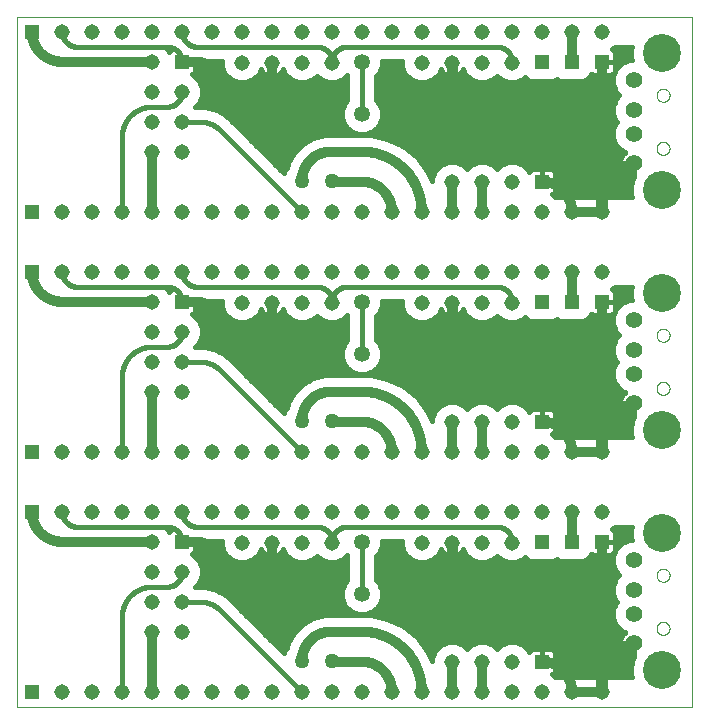
<source format=gbl>
G75*
%MOIN*%
%OFA0B0*%
%FSLAX25Y25*%
%IPPOS*%
%LPD*%
%AMOC8*
5,1,8,0,0,1.08239X$1,22.5*
%
%ADD10C,0.00000*%
%ADD11R,0.05150X0.05150*%
%ADD12C,0.05150*%
%ADD13C,0.05000*%
%ADD14C,0.05600*%
%ADD15C,0.12661*%
%ADD16C,0.03200*%
%ADD17C,0.01600*%
%ADD18C,0.05315*%
%ADD19C,0.04000*%
D10*
X0001300Y0001250D02*
X0001300Y0231211D01*
X0226339Y0231250D01*
X0226300Y0001250D01*
X0001300Y0001250D01*
X0214529Y0027392D02*
X0214531Y0027485D01*
X0214537Y0027577D01*
X0214547Y0027669D01*
X0214561Y0027760D01*
X0214578Y0027851D01*
X0214600Y0027941D01*
X0214625Y0028030D01*
X0214654Y0028118D01*
X0214687Y0028204D01*
X0214724Y0028289D01*
X0214764Y0028373D01*
X0214808Y0028454D01*
X0214855Y0028534D01*
X0214905Y0028612D01*
X0214959Y0028687D01*
X0215016Y0028760D01*
X0215076Y0028830D01*
X0215139Y0028898D01*
X0215205Y0028963D01*
X0215273Y0029025D01*
X0215344Y0029085D01*
X0215418Y0029141D01*
X0215494Y0029194D01*
X0215572Y0029243D01*
X0215652Y0029290D01*
X0215734Y0029332D01*
X0215818Y0029372D01*
X0215903Y0029407D01*
X0215990Y0029439D01*
X0216078Y0029468D01*
X0216167Y0029492D01*
X0216257Y0029513D01*
X0216348Y0029529D01*
X0216440Y0029542D01*
X0216532Y0029551D01*
X0216625Y0029556D01*
X0216717Y0029557D01*
X0216810Y0029554D01*
X0216902Y0029547D01*
X0216994Y0029536D01*
X0217085Y0029521D01*
X0217176Y0029503D01*
X0217266Y0029480D01*
X0217354Y0029454D01*
X0217442Y0029424D01*
X0217528Y0029390D01*
X0217612Y0029353D01*
X0217695Y0029311D01*
X0217776Y0029267D01*
X0217856Y0029219D01*
X0217933Y0029168D01*
X0218007Y0029113D01*
X0218080Y0029055D01*
X0218150Y0028995D01*
X0218217Y0028931D01*
X0218281Y0028865D01*
X0218343Y0028795D01*
X0218401Y0028724D01*
X0218456Y0028650D01*
X0218508Y0028573D01*
X0218557Y0028494D01*
X0218603Y0028414D01*
X0218645Y0028331D01*
X0218683Y0028247D01*
X0218718Y0028161D01*
X0218749Y0028074D01*
X0218776Y0027986D01*
X0218799Y0027896D01*
X0218819Y0027806D01*
X0218835Y0027715D01*
X0218847Y0027623D01*
X0218855Y0027531D01*
X0218859Y0027438D01*
X0218859Y0027346D01*
X0218855Y0027253D01*
X0218847Y0027161D01*
X0218835Y0027069D01*
X0218819Y0026978D01*
X0218799Y0026888D01*
X0218776Y0026798D01*
X0218749Y0026710D01*
X0218718Y0026623D01*
X0218683Y0026537D01*
X0218645Y0026453D01*
X0218603Y0026370D01*
X0218557Y0026290D01*
X0218508Y0026211D01*
X0218456Y0026134D01*
X0218401Y0026060D01*
X0218343Y0025989D01*
X0218281Y0025919D01*
X0218217Y0025853D01*
X0218150Y0025789D01*
X0218080Y0025729D01*
X0218007Y0025671D01*
X0217933Y0025616D01*
X0217856Y0025565D01*
X0217777Y0025517D01*
X0217695Y0025473D01*
X0217612Y0025431D01*
X0217528Y0025394D01*
X0217442Y0025360D01*
X0217354Y0025330D01*
X0217266Y0025304D01*
X0217176Y0025281D01*
X0217085Y0025263D01*
X0216994Y0025248D01*
X0216902Y0025237D01*
X0216810Y0025230D01*
X0216717Y0025227D01*
X0216625Y0025228D01*
X0216532Y0025233D01*
X0216440Y0025242D01*
X0216348Y0025255D01*
X0216257Y0025271D01*
X0216167Y0025292D01*
X0216078Y0025316D01*
X0215990Y0025345D01*
X0215903Y0025377D01*
X0215818Y0025412D01*
X0215734Y0025452D01*
X0215652Y0025494D01*
X0215572Y0025541D01*
X0215494Y0025590D01*
X0215418Y0025643D01*
X0215344Y0025699D01*
X0215273Y0025759D01*
X0215205Y0025821D01*
X0215139Y0025886D01*
X0215076Y0025954D01*
X0215016Y0026024D01*
X0214959Y0026097D01*
X0214905Y0026172D01*
X0214855Y0026250D01*
X0214808Y0026330D01*
X0214764Y0026411D01*
X0214724Y0026495D01*
X0214687Y0026580D01*
X0214654Y0026666D01*
X0214625Y0026754D01*
X0214600Y0026843D01*
X0214578Y0026933D01*
X0214561Y0027024D01*
X0214547Y0027115D01*
X0214537Y0027207D01*
X0214531Y0027299D01*
X0214529Y0027392D01*
X0214529Y0045108D02*
X0214531Y0045201D01*
X0214537Y0045293D01*
X0214547Y0045385D01*
X0214561Y0045476D01*
X0214578Y0045567D01*
X0214600Y0045657D01*
X0214625Y0045746D01*
X0214654Y0045834D01*
X0214687Y0045920D01*
X0214724Y0046005D01*
X0214764Y0046089D01*
X0214808Y0046170D01*
X0214855Y0046250D01*
X0214905Y0046328D01*
X0214959Y0046403D01*
X0215016Y0046476D01*
X0215076Y0046546D01*
X0215139Y0046614D01*
X0215205Y0046679D01*
X0215273Y0046741D01*
X0215344Y0046801D01*
X0215418Y0046857D01*
X0215494Y0046910D01*
X0215572Y0046959D01*
X0215652Y0047006D01*
X0215734Y0047048D01*
X0215818Y0047088D01*
X0215903Y0047123D01*
X0215990Y0047155D01*
X0216078Y0047184D01*
X0216167Y0047208D01*
X0216257Y0047229D01*
X0216348Y0047245D01*
X0216440Y0047258D01*
X0216532Y0047267D01*
X0216625Y0047272D01*
X0216717Y0047273D01*
X0216810Y0047270D01*
X0216902Y0047263D01*
X0216994Y0047252D01*
X0217085Y0047237D01*
X0217176Y0047219D01*
X0217266Y0047196D01*
X0217354Y0047170D01*
X0217442Y0047140D01*
X0217528Y0047106D01*
X0217612Y0047069D01*
X0217695Y0047027D01*
X0217776Y0046983D01*
X0217856Y0046935D01*
X0217933Y0046884D01*
X0218007Y0046829D01*
X0218080Y0046771D01*
X0218150Y0046711D01*
X0218217Y0046647D01*
X0218281Y0046581D01*
X0218343Y0046511D01*
X0218401Y0046440D01*
X0218456Y0046366D01*
X0218508Y0046289D01*
X0218557Y0046210D01*
X0218603Y0046130D01*
X0218645Y0046047D01*
X0218683Y0045963D01*
X0218718Y0045877D01*
X0218749Y0045790D01*
X0218776Y0045702D01*
X0218799Y0045612D01*
X0218819Y0045522D01*
X0218835Y0045431D01*
X0218847Y0045339D01*
X0218855Y0045247D01*
X0218859Y0045154D01*
X0218859Y0045062D01*
X0218855Y0044969D01*
X0218847Y0044877D01*
X0218835Y0044785D01*
X0218819Y0044694D01*
X0218799Y0044604D01*
X0218776Y0044514D01*
X0218749Y0044426D01*
X0218718Y0044339D01*
X0218683Y0044253D01*
X0218645Y0044169D01*
X0218603Y0044086D01*
X0218557Y0044006D01*
X0218508Y0043927D01*
X0218456Y0043850D01*
X0218401Y0043776D01*
X0218343Y0043705D01*
X0218281Y0043635D01*
X0218217Y0043569D01*
X0218150Y0043505D01*
X0218080Y0043445D01*
X0218007Y0043387D01*
X0217933Y0043332D01*
X0217856Y0043281D01*
X0217777Y0043233D01*
X0217695Y0043189D01*
X0217612Y0043147D01*
X0217528Y0043110D01*
X0217442Y0043076D01*
X0217354Y0043046D01*
X0217266Y0043020D01*
X0217176Y0042997D01*
X0217085Y0042979D01*
X0216994Y0042964D01*
X0216902Y0042953D01*
X0216810Y0042946D01*
X0216717Y0042943D01*
X0216625Y0042944D01*
X0216532Y0042949D01*
X0216440Y0042958D01*
X0216348Y0042971D01*
X0216257Y0042987D01*
X0216167Y0043008D01*
X0216078Y0043032D01*
X0215990Y0043061D01*
X0215903Y0043093D01*
X0215818Y0043128D01*
X0215734Y0043168D01*
X0215652Y0043210D01*
X0215572Y0043257D01*
X0215494Y0043306D01*
X0215418Y0043359D01*
X0215344Y0043415D01*
X0215273Y0043475D01*
X0215205Y0043537D01*
X0215139Y0043602D01*
X0215076Y0043670D01*
X0215016Y0043740D01*
X0214959Y0043813D01*
X0214905Y0043888D01*
X0214855Y0043966D01*
X0214808Y0044046D01*
X0214764Y0044127D01*
X0214724Y0044211D01*
X0214687Y0044296D01*
X0214654Y0044382D01*
X0214625Y0044470D01*
X0214600Y0044559D01*
X0214578Y0044649D01*
X0214561Y0044740D01*
X0214547Y0044831D01*
X0214537Y0044923D01*
X0214531Y0045015D01*
X0214529Y0045108D01*
X0214529Y0107392D02*
X0214531Y0107485D01*
X0214537Y0107577D01*
X0214547Y0107669D01*
X0214561Y0107760D01*
X0214578Y0107851D01*
X0214600Y0107941D01*
X0214625Y0108030D01*
X0214654Y0108118D01*
X0214687Y0108204D01*
X0214724Y0108289D01*
X0214764Y0108373D01*
X0214808Y0108454D01*
X0214855Y0108534D01*
X0214905Y0108612D01*
X0214959Y0108687D01*
X0215016Y0108760D01*
X0215076Y0108830D01*
X0215139Y0108898D01*
X0215205Y0108963D01*
X0215273Y0109025D01*
X0215344Y0109085D01*
X0215418Y0109141D01*
X0215494Y0109194D01*
X0215572Y0109243D01*
X0215652Y0109290D01*
X0215734Y0109332D01*
X0215818Y0109372D01*
X0215903Y0109407D01*
X0215990Y0109439D01*
X0216078Y0109468D01*
X0216167Y0109492D01*
X0216257Y0109513D01*
X0216348Y0109529D01*
X0216440Y0109542D01*
X0216532Y0109551D01*
X0216625Y0109556D01*
X0216717Y0109557D01*
X0216810Y0109554D01*
X0216902Y0109547D01*
X0216994Y0109536D01*
X0217085Y0109521D01*
X0217176Y0109503D01*
X0217266Y0109480D01*
X0217354Y0109454D01*
X0217442Y0109424D01*
X0217528Y0109390D01*
X0217612Y0109353D01*
X0217695Y0109311D01*
X0217776Y0109267D01*
X0217856Y0109219D01*
X0217933Y0109168D01*
X0218007Y0109113D01*
X0218080Y0109055D01*
X0218150Y0108995D01*
X0218217Y0108931D01*
X0218281Y0108865D01*
X0218343Y0108795D01*
X0218401Y0108724D01*
X0218456Y0108650D01*
X0218508Y0108573D01*
X0218557Y0108494D01*
X0218603Y0108414D01*
X0218645Y0108331D01*
X0218683Y0108247D01*
X0218718Y0108161D01*
X0218749Y0108074D01*
X0218776Y0107986D01*
X0218799Y0107896D01*
X0218819Y0107806D01*
X0218835Y0107715D01*
X0218847Y0107623D01*
X0218855Y0107531D01*
X0218859Y0107438D01*
X0218859Y0107346D01*
X0218855Y0107253D01*
X0218847Y0107161D01*
X0218835Y0107069D01*
X0218819Y0106978D01*
X0218799Y0106888D01*
X0218776Y0106798D01*
X0218749Y0106710D01*
X0218718Y0106623D01*
X0218683Y0106537D01*
X0218645Y0106453D01*
X0218603Y0106370D01*
X0218557Y0106290D01*
X0218508Y0106211D01*
X0218456Y0106134D01*
X0218401Y0106060D01*
X0218343Y0105989D01*
X0218281Y0105919D01*
X0218217Y0105853D01*
X0218150Y0105789D01*
X0218080Y0105729D01*
X0218007Y0105671D01*
X0217933Y0105616D01*
X0217856Y0105565D01*
X0217777Y0105517D01*
X0217695Y0105473D01*
X0217612Y0105431D01*
X0217528Y0105394D01*
X0217442Y0105360D01*
X0217354Y0105330D01*
X0217266Y0105304D01*
X0217176Y0105281D01*
X0217085Y0105263D01*
X0216994Y0105248D01*
X0216902Y0105237D01*
X0216810Y0105230D01*
X0216717Y0105227D01*
X0216625Y0105228D01*
X0216532Y0105233D01*
X0216440Y0105242D01*
X0216348Y0105255D01*
X0216257Y0105271D01*
X0216167Y0105292D01*
X0216078Y0105316D01*
X0215990Y0105345D01*
X0215903Y0105377D01*
X0215818Y0105412D01*
X0215734Y0105452D01*
X0215652Y0105494D01*
X0215572Y0105541D01*
X0215494Y0105590D01*
X0215418Y0105643D01*
X0215344Y0105699D01*
X0215273Y0105759D01*
X0215205Y0105821D01*
X0215139Y0105886D01*
X0215076Y0105954D01*
X0215016Y0106024D01*
X0214959Y0106097D01*
X0214905Y0106172D01*
X0214855Y0106250D01*
X0214808Y0106330D01*
X0214764Y0106411D01*
X0214724Y0106495D01*
X0214687Y0106580D01*
X0214654Y0106666D01*
X0214625Y0106754D01*
X0214600Y0106843D01*
X0214578Y0106933D01*
X0214561Y0107024D01*
X0214547Y0107115D01*
X0214537Y0107207D01*
X0214531Y0107299D01*
X0214529Y0107392D01*
X0214529Y0125108D02*
X0214531Y0125201D01*
X0214537Y0125293D01*
X0214547Y0125385D01*
X0214561Y0125476D01*
X0214578Y0125567D01*
X0214600Y0125657D01*
X0214625Y0125746D01*
X0214654Y0125834D01*
X0214687Y0125920D01*
X0214724Y0126005D01*
X0214764Y0126089D01*
X0214808Y0126170D01*
X0214855Y0126250D01*
X0214905Y0126328D01*
X0214959Y0126403D01*
X0215016Y0126476D01*
X0215076Y0126546D01*
X0215139Y0126614D01*
X0215205Y0126679D01*
X0215273Y0126741D01*
X0215344Y0126801D01*
X0215418Y0126857D01*
X0215494Y0126910D01*
X0215572Y0126959D01*
X0215652Y0127006D01*
X0215734Y0127048D01*
X0215818Y0127088D01*
X0215903Y0127123D01*
X0215990Y0127155D01*
X0216078Y0127184D01*
X0216167Y0127208D01*
X0216257Y0127229D01*
X0216348Y0127245D01*
X0216440Y0127258D01*
X0216532Y0127267D01*
X0216625Y0127272D01*
X0216717Y0127273D01*
X0216810Y0127270D01*
X0216902Y0127263D01*
X0216994Y0127252D01*
X0217085Y0127237D01*
X0217176Y0127219D01*
X0217266Y0127196D01*
X0217354Y0127170D01*
X0217442Y0127140D01*
X0217528Y0127106D01*
X0217612Y0127069D01*
X0217695Y0127027D01*
X0217776Y0126983D01*
X0217856Y0126935D01*
X0217933Y0126884D01*
X0218007Y0126829D01*
X0218080Y0126771D01*
X0218150Y0126711D01*
X0218217Y0126647D01*
X0218281Y0126581D01*
X0218343Y0126511D01*
X0218401Y0126440D01*
X0218456Y0126366D01*
X0218508Y0126289D01*
X0218557Y0126210D01*
X0218603Y0126130D01*
X0218645Y0126047D01*
X0218683Y0125963D01*
X0218718Y0125877D01*
X0218749Y0125790D01*
X0218776Y0125702D01*
X0218799Y0125612D01*
X0218819Y0125522D01*
X0218835Y0125431D01*
X0218847Y0125339D01*
X0218855Y0125247D01*
X0218859Y0125154D01*
X0218859Y0125062D01*
X0218855Y0124969D01*
X0218847Y0124877D01*
X0218835Y0124785D01*
X0218819Y0124694D01*
X0218799Y0124604D01*
X0218776Y0124514D01*
X0218749Y0124426D01*
X0218718Y0124339D01*
X0218683Y0124253D01*
X0218645Y0124169D01*
X0218603Y0124086D01*
X0218557Y0124006D01*
X0218508Y0123927D01*
X0218456Y0123850D01*
X0218401Y0123776D01*
X0218343Y0123705D01*
X0218281Y0123635D01*
X0218217Y0123569D01*
X0218150Y0123505D01*
X0218080Y0123445D01*
X0218007Y0123387D01*
X0217933Y0123332D01*
X0217856Y0123281D01*
X0217777Y0123233D01*
X0217695Y0123189D01*
X0217612Y0123147D01*
X0217528Y0123110D01*
X0217442Y0123076D01*
X0217354Y0123046D01*
X0217266Y0123020D01*
X0217176Y0122997D01*
X0217085Y0122979D01*
X0216994Y0122964D01*
X0216902Y0122953D01*
X0216810Y0122946D01*
X0216717Y0122943D01*
X0216625Y0122944D01*
X0216532Y0122949D01*
X0216440Y0122958D01*
X0216348Y0122971D01*
X0216257Y0122987D01*
X0216167Y0123008D01*
X0216078Y0123032D01*
X0215990Y0123061D01*
X0215903Y0123093D01*
X0215818Y0123128D01*
X0215734Y0123168D01*
X0215652Y0123210D01*
X0215572Y0123257D01*
X0215494Y0123306D01*
X0215418Y0123359D01*
X0215344Y0123415D01*
X0215273Y0123475D01*
X0215205Y0123537D01*
X0215139Y0123602D01*
X0215076Y0123670D01*
X0215016Y0123740D01*
X0214959Y0123813D01*
X0214905Y0123888D01*
X0214855Y0123966D01*
X0214808Y0124046D01*
X0214764Y0124127D01*
X0214724Y0124211D01*
X0214687Y0124296D01*
X0214654Y0124382D01*
X0214625Y0124470D01*
X0214600Y0124559D01*
X0214578Y0124649D01*
X0214561Y0124740D01*
X0214547Y0124831D01*
X0214537Y0124923D01*
X0214531Y0125015D01*
X0214529Y0125108D01*
X0214529Y0187392D02*
X0214531Y0187485D01*
X0214537Y0187577D01*
X0214547Y0187669D01*
X0214561Y0187760D01*
X0214578Y0187851D01*
X0214600Y0187941D01*
X0214625Y0188030D01*
X0214654Y0188118D01*
X0214687Y0188204D01*
X0214724Y0188289D01*
X0214764Y0188373D01*
X0214808Y0188454D01*
X0214855Y0188534D01*
X0214905Y0188612D01*
X0214959Y0188687D01*
X0215016Y0188760D01*
X0215076Y0188830D01*
X0215139Y0188898D01*
X0215205Y0188963D01*
X0215273Y0189025D01*
X0215344Y0189085D01*
X0215418Y0189141D01*
X0215494Y0189194D01*
X0215572Y0189243D01*
X0215652Y0189290D01*
X0215734Y0189332D01*
X0215818Y0189372D01*
X0215903Y0189407D01*
X0215990Y0189439D01*
X0216078Y0189468D01*
X0216167Y0189492D01*
X0216257Y0189513D01*
X0216348Y0189529D01*
X0216440Y0189542D01*
X0216532Y0189551D01*
X0216625Y0189556D01*
X0216717Y0189557D01*
X0216810Y0189554D01*
X0216902Y0189547D01*
X0216994Y0189536D01*
X0217085Y0189521D01*
X0217176Y0189503D01*
X0217266Y0189480D01*
X0217354Y0189454D01*
X0217442Y0189424D01*
X0217528Y0189390D01*
X0217612Y0189353D01*
X0217695Y0189311D01*
X0217776Y0189267D01*
X0217856Y0189219D01*
X0217933Y0189168D01*
X0218007Y0189113D01*
X0218080Y0189055D01*
X0218150Y0188995D01*
X0218217Y0188931D01*
X0218281Y0188865D01*
X0218343Y0188795D01*
X0218401Y0188724D01*
X0218456Y0188650D01*
X0218508Y0188573D01*
X0218557Y0188494D01*
X0218603Y0188414D01*
X0218645Y0188331D01*
X0218683Y0188247D01*
X0218718Y0188161D01*
X0218749Y0188074D01*
X0218776Y0187986D01*
X0218799Y0187896D01*
X0218819Y0187806D01*
X0218835Y0187715D01*
X0218847Y0187623D01*
X0218855Y0187531D01*
X0218859Y0187438D01*
X0218859Y0187346D01*
X0218855Y0187253D01*
X0218847Y0187161D01*
X0218835Y0187069D01*
X0218819Y0186978D01*
X0218799Y0186888D01*
X0218776Y0186798D01*
X0218749Y0186710D01*
X0218718Y0186623D01*
X0218683Y0186537D01*
X0218645Y0186453D01*
X0218603Y0186370D01*
X0218557Y0186290D01*
X0218508Y0186211D01*
X0218456Y0186134D01*
X0218401Y0186060D01*
X0218343Y0185989D01*
X0218281Y0185919D01*
X0218217Y0185853D01*
X0218150Y0185789D01*
X0218080Y0185729D01*
X0218007Y0185671D01*
X0217933Y0185616D01*
X0217856Y0185565D01*
X0217777Y0185517D01*
X0217695Y0185473D01*
X0217612Y0185431D01*
X0217528Y0185394D01*
X0217442Y0185360D01*
X0217354Y0185330D01*
X0217266Y0185304D01*
X0217176Y0185281D01*
X0217085Y0185263D01*
X0216994Y0185248D01*
X0216902Y0185237D01*
X0216810Y0185230D01*
X0216717Y0185227D01*
X0216625Y0185228D01*
X0216532Y0185233D01*
X0216440Y0185242D01*
X0216348Y0185255D01*
X0216257Y0185271D01*
X0216167Y0185292D01*
X0216078Y0185316D01*
X0215990Y0185345D01*
X0215903Y0185377D01*
X0215818Y0185412D01*
X0215734Y0185452D01*
X0215652Y0185494D01*
X0215572Y0185541D01*
X0215494Y0185590D01*
X0215418Y0185643D01*
X0215344Y0185699D01*
X0215273Y0185759D01*
X0215205Y0185821D01*
X0215139Y0185886D01*
X0215076Y0185954D01*
X0215016Y0186024D01*
X0214959Y0186097D01*
X0214905Y0186172D01*
X0214855Y0186250D01*
X0214808Y0186330D01*
X0214764Y0186411D01*
X0214724Y0186495D01*
X0214687Y0186580D01*
X0214654Y0186666D01*
X0214625Y0186754D01*
X0214600Y0186843D01*
X0214578Y0186933D01*
X0214561Y0187024D01*
X0214547Y0187115D01*
X0214537Y0187207D01*
X0214531Y0187299D01*
X0214529Y0187392D01*
X0214529Y0205108D02*
X0214531Y0205201D01*
X0214537Y0205293D01*
X0214547Y0205385D01*
X0214561Y0205476D01*
X0214578Y0205567D01*
X0214600Y0205657D01*
X0214625Y0205746D01*
X0214654Y0205834D01*
X0214687Y0205920D01*
X0214724Y0206005D01*
X0214764Y0206089D01*
X0214808Y0206170D01*
X0214855Y0206250D01*
X0214905Y0206328D01*
X0214959Y0206403D01*
X0215016Y0206476D01*
X0215076Y0206546D01*
X0215139Y0206614D01*
X0215205Y0206679D01*
X0215273Y0206741D01*
X0215344Y0206801D01*
X0215418Y0206857D01*
X0215494Y0206910D01*
X0215572Y0206959D01*
X0215652Y0207006D01*
X0215734Y0207048D01*
X0215818Y0207088D01*
X0215903Y0207123D01*
X0215990Y0207155D01*
X0216078Y0207184D01*
X0216167Y0207208D01*
X0216257Y0207229D01*
X0216348Y0207245D01*
X0216440Y0207258D01*
X0216532Y0207267D01*
X0216625Y0207272D01*
X0216717Y0207273D01*
X0216810Y0207270D01*
X0216902Y0207263D01*
X0216994Y0207252D01*
X0217085Y0207237D01*
X0217176Y0207219D01*
X0217266Y0207196D01*
X0217354Y0207170D01*
X0217442Y0207140D01*
X0217528Y0207106D01*
X0217612Y0207069D01*
X0217695Y0207027D01*
X0217776Y0206983D01*
X0217856Y0206935D01*
X0217933Y0206884D01*
X0218007Y0206829D01*
X0218080Y0206771D01*
X0218150Y0206711D01*
X0218217Y0206647D01*
X0218281Y0206581D01*
X0218343Y0206511D01*
X0218401Y0206440D01*
X0218456Y0206366D01*
X0218508Y0206289D01*
X0218557Y0206210D01*
X0218603Y0206130D01*
X0218645Y0206047D01*
X0218683Y0205963D01*
X0218718Y0205877D01*
X0218749Y0205790D01*
X0218776Y0205702D01*
X0218799Y0205612D01*
X0218819Y0205522D01*
X0218835Y0205431D01*
X0218847Y0205339D01*
X0218855Y0205247D01*
X0218859Y0205154D01*
X0218859Y0205062D01*
X0218855Y0204969D01*
X0218847Y0204877D01*
X0218835Y0204785D01*
X0218819Y0204694D01*
X0218799Y0204604D01*
X0218776Y0204514D01*
X0218749Y0204426D01*
X0218718Y0204339D01*
X0218683Y0204253D01*
X0218645Y0204169D01*
X0218603Y0204086D01*
X0218557Y0204006D01*
X0218508Y0203927D01*
X0218456Y0203850D01*
X0218401Y0203776D01*
X0218343Y0203705D01*
X0218281Y0203635D01*
X0218217Y0203569D01*
X0218150Y0203505D01*
X0218080Y0203445D01*
X0218007Y0203387D01*
X0217933Y0203332D01*
X0217856Y0203281D01*
X0217777Y0203233D01*
X0217695Y0203189D01*
X0217612Y0203147D01*
X0217528Y0203110D01*
X0217442Y0203076D01*
X0217354Y0203046D01*
X0217266Y0203020D01*
X0217176Y0202997D01*
X0217085Y0202979D01*
X0216994Y0202964D01*
X0216902Y0202953D01*
X0216810Y0202946D01*
X0216717Y0202943D01*
X0216625Y0202944D01*
X0216532Y0202949D01*
X0216440Y0202958D01*
X0216348Y0202971D01*
X0216257Y0202987D01*
X0216167Y0203008D01*
X0216078Y0203032D01*
X0215990Y0203061D01*
X0215903Y0203093D01*
X0215818Y0203128D01*
X0215734Y0203168D01*
X0215652Y0203210D01*
X0215572Y0203257D01*
X0215494Y0203306D01*
X0215418Y0203359D01*
X0215344Y0203415D01*
X0215273Y0203475D01*
X0215205Y0203537D01*
X0215139Y0203602D01*
X0215076Y0203670D01*
X0215016Y0203740D01*
X0214959Y0203813D01*
X0214905Y0203888D01*
X0214855Y0203966D01*
X0214808Y0204046D01*
X0214764Y0204127D01*
X0214724Y0204211D01*
X0214687Y0204296D01*
X0214654Y0204382D01*
X0214625Y0204470D01*
X0214600Y0204559D01*
X0214578Y0204649D01*
X0214561Y0204740D01*
X0214547Y0204831D01*
X0214537Y0204923D01*
X0214531Y0205015D01*
X0214529Y0205108D01*
D11*
X0196300Y0216250D03*
X0186300Y0216250D03*
X0176300Y0216250D03*
X0176300Y0176250D03*
X0176300Y0136250D03*
X0186300Y0136250D03*
X0196300Y0136250D03*
X0176300Y0096250D03*
X0176300Y0056250D03*
X0186300Y0056250D03*
X0196300Y0056250D03*
X0176300Y0016250D03*
X0056300Y0056250D03*
X0006300Y0066250D03*
X0006300Y0086250D03*
X0056300Y0136250D03*
X0006300Y0146250D03*
X0006300Y0166250D03*
X0056300Y0216250D03*
X0006300Y0226250D03*
X0006300Y0006250D03*
D12*
X0016300Y0006250D03*
X0026300Y0006250D03*
X0036300Y0006250D03*
X0046300Y0006250D03*
X0056300Y0006250D03*
X0066300Y0006250D03*
X0076300Y0006250D03*
X0086300Y0006250D03*
X0096300Y0006250D03*
X0106300Y0006250D03*
X0116300Y0006250D03*
X0126300Y0006250D03*
X0136300Y0006250D03*
X0146300Y0006250D03*
X0146300Y0016250D03*
X0156300Y0016250D03*
X0166300Y0016250D03*
X0166300Y0006250D03*
X0156300Y0006250D03*
X0176300Y0006250D03*
X0186300Y0006250D03*
X0196300Y0006250D03*
X0166300Y0055935D03*
X0156300Y0055935D03*
X0146300Y0055935D03*
X0136300Y0055935D03*
X0136300Y0066250D03*
X0146300Y0066250D03*
X0156300Y0066250D03*
X0166300Y0066250D03*
X0176300Y0066250D03*
X0186300Y0066250D03*
X0196300Y0066250D03*
X0196300Y0086250D03*
X0186300Y0086250D03*
X0176300Y0086250D03*
X0166300Y0086250D03*
X0156300Y0086250D03*
X0156300Y0096250D03*
X0166300Y0096250D03*
X0146300Y0096250D03*
X0146300Y0086250D03*
X0136300Y0086250D03*
X0126300Y0086250D03*
X0116300Y0086250D03*
X0106300Y0086250D03*
X0096300Y0086250D03*
X0086300Y0086250D03*
X0076300Y0086250D03*
X0066300Y0086250D03*
X0056300Y0086250D03*
X0046300Y0086250D03*
X0036300Y0086250D03*
X0026300Y0086250D03*
X0016300Y0086250D03*
X0016300Y0066250D03*
X0026300Y0066250D03*
X0036300Y0066250D03*
X0046300Y0066250D03*
X0056300Y0066250D03*
X0066300Y0066250D03*
X0076300Y0066250D03*
X0086300Y0066250D03*
X0096300Y0066250D03*
X0106300Y0066250D03*
X0116300Y0066250D03*
X0126300Y0066250D03*
X0106300Y0055935D03*
X0096300Y0055935D03*
X0086300Y0055935D03*
X0076300Y0055935D03*
X0056300Y0046250D03*
X0046300Y0046250D03*
X0046300Y0036250D03*
X0056300Y0036250D03*
X0056300Y0026250D03*
X0046300Y0026250D03*
X0046300Y0056250D03*
X0046300Y0106250D03*
X0056300Y0106250D03*
X0056300Y0116250D03*
X0046300Y0116250D03*
X0046300Y0126250D03*
X0056300Y0126250D03*
X0046300Y0136250D03*
X0046300Y0146250D03*
X0056300Y0146250D03*
X0066300Y0146250D03*
X0076300Y0146250D03*
X0086300Y0146250D03*
X0096300Y0146250D03*
X0106300Y0146250D03*
X0116300Y0146250D03*
X0126300Y0146250D03*
X0136300Y0146250D03*
X0146300Y0146250D03*
X0156300Y0146250D03*
X0166300Y0146250D03*
X0176300Y0146250D03*
X0186300Y0146250D03*
X0196300Y0146250D03*
X0196300Y0166250D03*
X0186300Y0166250D03*
X0176300Y0166250D03*
X0166300Y0166250D03*
X0156300Y0166250D03*
X0156300Y0176250D03*
X0166300Y0176250D03*
X0146300Y0176250D03*
X0146300Y0166250D03*
X0136300Y0166250D03*
X0126300Y0166250D03*
X0116300Y0166250D03*
X0106300Y0166250D03*
X0096300Y0166250D03*
X0086300Y0166250D03*
X0076300Y0166250D03*
X0066300Y0166250D03*
X0056300Y0166250D03*
X0046300Y0166250D03*
X0036300Y0166250D03*
X0026300Y0166250D03*
X0016300Y0166250D03*
X0016300Y0146250D03*
X0026300Y0146250D03*
X0036300Y0146250D03*
X0076300Y0135935D03*
X0086300Y0135935D03*
X0096300Y0135935D03*
X0106300Y0135935D03*
X0136300Y0135935D03*
X0146300Y0135935D03*
X0156300Y0135935D03*
X0166300Y0135935D03*
X0166300Y0215935D03*
X0156300Y0215935D03*
X0146300Y0215935D03*
X0136300Y0215935D03*
X0136300Y0226250D03*
X0146300Y0226250D03*
X0156300Y0226250D03*
X0166300Y0226250D03*
X0176300Y0226250D03*
X0186300Y0226250D03*
X0196300Y0226250D03*
X0126300Y0226250D03*
X0116300Y0226250D03*
X0106300Y0226250D03*
X0096300Y0226250D03*
X0086300Y0226250D03*
X0076300Y0226250D03*
X0066300Y0226250D03*
X0056300Y0226250D03*
X0046300Y0226250D03*
X0046300Y0216250D03*
X0036300Y0226250D03*
X0026300Y0226250D03*
X0016300Y0226250D03*
X0046300Y0206250D03*
X0056300Y0206250D03*
X0056300Y0196250D03*
X0046300Y0196250D03*
X0046300Y0186250D03*
X0056300Y0186250D03*
X0076300Y0215935D03*
X0086300Y0215935D03*
X0096300Y0215935D03*
X0106300Y0215935D03*
D13*
X0106300Y0176565D03*
X0096300Y0176565D03*
X0096300Y0096565D03*
X0106300Y0096565D03*
X0106300Y0016565D03*
X0096300Y0016565D03*
D14*
X0206851Y0022470D03*
X0206851Y0032313D03*
X0206851Y0040187D03*
X0206851Y0050030D03*
X0206851Y0102470D03*
X0206851Y0112313D03*
X0206851Y0120187D03*
X0206851Y0130030D03*
X0206851Y0182470D03*
X0206851Y0192313D03*
X0206851Y0200187D03*
X0206851Y0210030D03*
D15*
X0216300Y0219085D03*
X0216300Y0173415D03*
X0216300Y0139085D03*
X0216300Y0093415D03*
X0216300Y0059085D03*
X0216300Y0013415D03*
D16*
X0196300Y0006250D02*
X0186300Y0006250D01*
X0186297Y0006492D01*
X0186288Y0006733D01*
X0186274Y0006974D01*
X0186253Y0007215D01*
X0186227Y0007455D01*
X0186195Y0007695D01*
X0186157Y0007934D01*
X0186114Y0008171D01*
X0186064Y0008408D01*
X0186009Y0008643D01*
X0185949Y0008877D01*
X0185882Y0009109D01*
X0185811Y0009340D01*
X0185733Y0009569D01*
X0185650Y0009796D01*
X0185562Y0010021D01*
X0185468Y0010244D01*
X0185369Y0010464D01*
X0185264Y0010682D01*
X0185155Y0010897D01*
X0185040Y0011110D01*
X0184920Y0011320D01*
X0184795Y0011526D01*
X0184665Y0011730D01*
X0184530Y0011931D01*
X0184390Y0012128D01*
X0184246Y0012322D01*
X0184097Y0012512D01*
X0183943Y0012698D01*
X0183785Y0012881D01*
X0183623Y0013060D01*
X0183456Y0013235D01*
X0183285Y0013406D01*
X0183110Y0013573D01*
X0182931Y0013735D01*
X0182748Y0013893D01*
X0182562Y0014047D01*
X0182372Y0014196D01*
X0182178Y0014340D01*
X0181981Y0014480D01*
X0181780Y0014615D01*
X0181576Y0014745D01*
X0181370Y0014870D01*
X0181160Y0014990D01*
X0180947Y0015105D01*
X0180732Y0015214D01*
X0180514Y0015319D01*
X0180294Y0015418D01*
X0180071Y0015512D01*
X0179846Y0015600D01*
X0179619Y0015683D01*
X0179390Y0015761D01*
X0179159Y0015832D01*
X0178927Y0015899D01*
X0178693Y0015959D01*
X0178458Y0016014D01*
X0178221Y0016064D01*
X0177984Y0016107D01*
X0177745Y0016145D01*
X0177505Y0016177D01*
X0177265Y0016203D01*
X0177024Y0016224D01*
X0176783Y0016238D01*
X0176542Y0016247D01*
X0176300Y0016250D01*
X0176300Y0026250D02*
X0176296Y0026612D01*
X0176282Y0026975D01*
X0176261Y0027337D01*
X0176230Y0027698D01*
X0176191Y0028058D01*
X0176143Y0028417D01*
X0176086Y0028775D01*
X0176021Y0029132D01*
X0175947Y0029487D01*
X0175864Y0029840D01*
X0175773Y0030191D01*
X0175674Y0030539D01*
X0175566Y0030885D01*
X0175450Y0031229D01*
X0175325Y0031569D01*
X0175193Y0031906D01*
X0175052Y0032240D01*
X0174903Y0032571D01*
X0174746Y0032898D01*
X0174582Y0033221D01*
X0174410Y0033540D01*
X0174230Y0033854D01*
X0174042Y0034165D01*
X0173847Y0034470D01*
X0173645Y0034771D01*
X0173435Y0035067D01*
X0173219Y0035357D01*
X0172995Y0035643D01*
X0172765Y0035923D01*
X0172528Y0036197D01*
X0172284Y0036465D01*
X0172034Y0036728D01*
X0171778Y0036984D01*
X0171515Y0037234D01*
X0171247Y0037478D01*
X0170973Y0037715D01*
X0170693Y0037945D01*
X0170407Y0038169D01*
X0170117Y0038385D01*
X0169821Y0038595D01*
X0169520Y0038797D01*
X0169215Y0038992D01*
X0168904Y0039180D01*
X0168590Y0039360D01*
X0168271Y0039532D01*
X0167948Y0039696D01*
X0167621Y0039853D01*
X0167290Y0040002D01*
X0166956Y0040143D01*
X0166619Y0040275D01*
X0166279Y0040400D01*
X0165935Y0040516D01*
X0165589Y0040624D01*
X0165241Y0040723D01*
X0164890Y0040814D01*
X0164537Y0040897D01*
X0164182Y0040971D01*
X0163825Y0041036D01*
X0163467Y0041093D01*
X0163108Y0041141D01*
X0162748Y0041180D01*
X0162387Y0041211D01*
X0162025Y0041232D01*
X0161662Y0041246D01*
X0161300Y0041250D01*
X0160985Y0041250D01*
X0146300Y0051250D02*
X0146300Y0055935D01*
X0146300Y0051250D02*
X0146298Y0051110D01*
X0146292Y0050970D01*
X0146282Y0050830D01*
X0146269Y0050690D01*
X0146251Y0050551D01*
X0146229Y0050412D01*
X0146204Y0050275D01*
X0146175Y0050137D01*
X0146142Y0050001D01*
X0146105Y0049866D01*
X0146064Y0049732D01*
X0146019Y0049599D01*
X0145971Y0049467D01*
X0145919Y0049337D01*
X0145864Y0049208D01*
X0145805Y0049081D01*
X0145742Y0048955D01*
X0145676Y0048831D01*
X0145607Y0048710D01*
X0145534Y0048590D01*
X0145457Y0048472D01*
X0145378Y0048357D01*
X0145295Y0048243D01*
X0145209Y0048133D01*
X0145120Y0048024D01*
X0145028Y0047918D01*
X0144933Y0047815D01*
X0144836Y0047714D01*
X0144735Y0047617D01*
X0144632Y0047522D01*
X0144526Y0047430D01*
X0144417Y0047341D01*
X0144307Y0047255D01*
X0144193Y0047172D01*
X0144078Y0047093D01*
X0143960Y0047016D01*
X0143840Y0046943D01*
X0143719Y0046874D01*
X0143595Y0046808D01*
X0143469Y0046745D01*
X0143342Y0046686D01*
X0143213Y0046631D01*
X0143083Y0046579D01*
X0142951Y0046531D01*
X0142818Y0046486D01*
X0142684Y0046445D01*
X0142549Y0046408D01*
X0142413Y0046375D01*
X0142275Y0046346D01*
X0142138Y0046321D01*
X0141999Y0046299D01*
X0141860Y0046281D01*
X0141720Y0046268D01*
X0141580Y0046258D01*
X0141440Y0046252D01*
X0141300Y0046250D01*
X0146300Y0055935D02*
X0146304Y0055580D01*
X0146317Y0055226D01*
X0146339Y0054871D01*
X0146369Y0054518D01*
X0146407Y0054165D01*
X0146454Y0053813D01*
X0146510Y0053463D01*
X0146574Y0053114D01*
X0146646Y0052766D01*
X0146727Y0052421D01*
X0146816Y0052077D01*
X0146913Y0051736D01*
X0147019Y0051397D01*
X0147132Y0051061D01*
X0147254Y0050728D01*
X0147384Y0050397D01*
X0147522Y0050070D01*
X0147668Y0049747D01*
X0147821Y0049427D01*
X0147982Y0049111D01*
X0148151Y0048798D01*
X0148327Y0048490D01*
X0148511Y0048187D01*
X0148701Y0047887D01*
X0148899Y0047593D01*
X0149105Y0047303D01*
X0149317Y0047019D01*
X0149535Y0046739D01*
X0149761Y0046465D01*
X0149993Y0046197D01*
X0150232Y0045934D01*
X0150476Y0045677D01*
X0150727Y0045426D01*
X0150984Y0045182D01*
X0151247Y0044943D01*
X0151515Y0044711D01*
X0151789Y0044485D01*
X0152069Y0044267D01*
X0152353Y0044055D01*
X0152643Y0043849D01*
X0152937Y0043651D01*
X0153237Y0043461D01*
X0153540Y0043277D01*
X0153848Y0043101D01*
X0154161Y0042932D01*
X0154477Y0042771D01*
X0154797Y0042618D01*
X0155120Y0042472D01*
X0155447Y0042334D01*
X0155778Y0042204D01*
X0156111Y0042082D01*
X0156447Y0041969D01*
X0156786Y0041863D01*
X0157127Y0041766D01*
X0157471Y0041677D01*
X0157816Y0041596D01*
X0158164Y0041524D01*
X0158513Y0041460D01*
X0158863Y0041404D01*
X0159215Y0041357D01*
X0159568Y0041319D01*
X0159921Y0041289D01*
X0160276Y0041267D01*
X0160630Y0041254D01*
X0160985Y0041250D01*
X0181300Y0016250D02*
X0181662Y0016254D01*
X0182025Y0016268D01*
X0182387Y0016289D01*
X0182748Y0016320D01*
X0183108Y0016359D01*
X0183467Y0016407D01*
X0183825Y0016464D01*
X0184182Y0016529D01*
X0184537Y0016603D01*
X0184890Y0016686D01*
X0185241Y0016777D01*
X0185589Y0016876D01*
X0185935Y0016984D01*
X0186279Y0017100D01*
X0186619Y0017225D01*
X0186956Y0017357D01*
X0187290Y0017498D01*
X0187621Y0017647D01*
X0187948Y0017804D01*
X0188271Y0017968D01*
X0188590Y0018140D01*
X0188904Y0018320D01*
X0189215Y0018508D01*
X0189520Y0018703D01*
X0189821Y0018905D01*
X0190117Y0019115D01*
X0190407Y0019331D01*
X0190693Y0019555D01*
X0190973Y0019785D01*
X0191247Y0020022D01*
X0191515Y0020266D01*
X0191778Y0020516D01*
X0192034Y0020772D01*
X0192284Y0021035D01*
X0192528Y0021303D01*
X0192765Y0021577D01*
X0192995Y0021857D01*
X0193219Y0022143D01*
X0193435Y0022433D01*
X0193645Y0022729D01*
X0193847Y0023030D01*
X0194042Y0023335D01*
X0194230Y0023646D01*
X0194410Y0023960D01*
X0194582Y0024279D01*
X0194746Y0024602D01*
X0194903Y0024929D01*
X0195052Y0025260D01*
X0195193Y0025594D01*
X0195325Y0025931D01*
X0195450Y0026271D01*
X0195566Y0026615D01*
X0195674Y0026961D01*
X0195773Y0027309D01*
X0195864Y0027660D01*
X0195947Y0028013D01*
X0196021Y0028368D01*
X0196086Y0028725D01*
X0196143Y0029083D01*
X0196191Y0029442D01*
X0196230Y0029802D01*
X0196261Y0030163D01*
X0196282Y0030525D01*
X0196296Y0030888D01*
X0196300Y0031250D01*
X0196300Y0056250D01*
X0186300Y0056250D02*
X0186300Y0066250D01*
X0186300Y0086250D02*
X0196300Y0086250D01*
X0186300Y0086250D02*
X0186297Y0086492D01*
X0186288Y0086733D01*
X0186274Y0086974D01*
X0186253Y0087215D01*
X0186227Y0087455D01*
X0186195Y0087695D01*
X0186157Y0087934D01*
X0186114Y0088171D01*
X0186064Y0088408D01*
X0186009Y0088643D01*
X0185949Y0088877D01*
X0185882Y0089109D01*
X0185811Y0089340D01*
X0185733Y0089569D01*
X0185650Y0089796D01*
X0185562Y0090021D01*
X0185468Y0090244D01*
X0185369Y0090464D01*
X0185264Y0090682D01*
X0185155Y0090897D01*
X0185040Y0091110D01*
X0184920Y0091320D01*
X0184795Y0091526D01*
X0184665Y0091730D01*
X0184530Y0091931D01*
X0184390Y0092128D01*
X0184246Y0092322D01*
X0184097Y0092512D01*
X0183943Y0092698D01*
X0183785Y0092881D01*
X0183623Y0093060D01*
X0183456Y0093235D01*
X0183285Y0093406D01*
X0183110Y0093573D01*
X0182931Y0093735D01*
X0182748Y0093893D01*
X0182562Y0094047D01*
X0182372Y0094196D01*
X0182178Y0094340D01*
X0181981Y0094480D01*
X0181780Y0094615D01*
X0181576Y0094745D01*
X0181370Y0094870D01*
X0181160Y0094990D01*
X0180947Y0095105D01*
X0180732Y0095214D01*
X0180514Y0095319D01*
X0180294Y0095418D01*
X0180071Y0095512D01*
X0179846Y0095600D01*
X0179619Y0095683D01*
X0179390Y0095761D01*
X0179159Y0095832D01*
X0178927Y0095899D01*
X0178693Y0095959D01*
X0178458Y0096014D01*
X0178221Y0096064D01*
X0177984Y0096107D01*
X0177745Y0096145D01*
X0177505Y0096177D01*
X0177265Y0096203D01*
X0177024Y0096224D01*
X0176783Y0096238D01*
X0176542Y0096247D01*
X0176300Y0096250D01*
X0176300Y0106250D02*
X0176296Y0106612D01*
X0176282Y0106975D01*
X0176261Y0107337D01*
X0176230Y0107698D01*
X0176191Y0108058D01*
X0176143Y0108417D01*
X0176086Y0108775D01*
X0176021Y0109132D01*
X0175947Y0109487D01*
X0175864Y0109840D01*
X0175773Y0110191D01*
X0175674Y0110539D01*
X0175566Y0110885D01*
X0175450Y0111229D01*
X0175325Y0111569D01*
X0175193Y0111906D01*
X0175052Y0112240D01*
X0174903Y0112571D01*
X0174746Y0112898D01*
X0174582Y0113221D01*
X0174410Y0113540D01*
X0174230Y0113854D01*
X0174042Y0114165D01*
X0173847Y0114470D01*
X0173645Y0114771D01*
X0173435Y0115067D01*
X0173219Y0115357D01*
X0172995Y0115643D01*
X0172765Y0115923D01*
X0172528Y0116197D01*
X0172284Y0116465D01*
X0172034Y0116728D01*
X0171778Y0116984D01*
X0171515Y0117234D01*
X0171247Y0117478D01*
X0170973Y0117715D01*
X0170693Y0117945D01*
X0170407Y0118169D01*
X0170117Y0118385D01*
X0169821Y0118595D01*
X0169520Y0118797D01*
X0169215Y0118992D01*
X0168904Y0119180D01*
X0168590Y0119360D01*
X0168271Y0119532D01*
X0167948Y0119696D01*
X0167621Y0119853D01*
X0167290Y0120002D01*
X0166956Y0120143D01*
X0166619Y0120275D01*
X0166279Y0120400D01*
X0165935Y0120516D01*
X0165589Y0120624D01*
X0165241Y0120723D01*
X0164890Y0120814D01*
X0164537Y0120897D01*
X0164182Y0120971D01*
X0163825Y0121036D01*
X0163467Y0121093D01*
X0163108Y0121141D01*
X0162748Y0121180D01*
X0162387Y0121211D01*
X0162025Y0121232D01*
X0161662Y0121246D01*
X0161300Y0121250D01*
X0160985Y0121250D01*
X0146300Y0131250D02*
X0146300Y0135935D01*
X0146300Y0131250D02*
X0146298Y0131110D01*
X0146292Y0130970D01*
X0146282Y0130830D01*
X0146269Y0130690D01*
X0146251Y0130551D01*
X0146229Y0130412D01*
X0146204Y0130275D01*
X0146175Y0130137D01*
X0146142Y0130001D01*
X0146105Y0129866D01*
X0146064Y0129732D01*
X0146019Y0129599D01*
X0145971Y0129467D01*
X0145919Y0129337D01*
X0145864Y0129208D01*
X0145805Y0129081D01*
X0145742Y0128955D01*
X0145676Y0128831D01*
X0145607Y0128710D01*
X0145534Y0128590D01*
X0145457Y0128472D01*
X0145378Y0128357D01*
X0145295Y0128243D01*
X0145209Y0128133D01*
X0145120Y0128024D01*
X0145028Y0127918D01*
X0144933Y0127815D01*
X0144836Y0127714D01*
X0144735Y0127617D01*
X0144632Y0127522D01*
X0144526Y0127430D01*
X0144417Y0127341D01*
X0144307Y0127255D01*
X0144193Y0127172D01*
X0144078Y0127093D01*
X0143960Y0127016D01*
X0143840Y0126943D01*
X0143719Y0126874D01*
X0143595Y0126808D01*
X0143469Y0126745D01*
X0143342Y0126686D01*
X0143213Y0126631D01*
X0143083Y0126579D01*
X0142951Y0126531D01*
X0142818Y0126486D01*
X0142684Y0126445D01*
X0142549Y0126408D01*
X0142413Y0126375D01*
X0142275Y0126346D01*
X0142138Y0126321D01*
X0141999Y0126299D01*
X0141860Y0126281D01*
X0141720Y0126268D01*
X0141580Y0126258D01*
X0141440Y0126252D01*
X0141300Y0126250D01*
X0146300Y0135935D02*
X0146304Y0135580D01*
X0146317Y0135226D01*
X0146339Y0134871D01*
X0146369Y0134518D01*
X0146407Y0134165D01*
X0146454Y0133813D01*
X0146510Y0133463D01*
X0146574Y0133114D01*
X0146646Y0132766D01*
X0146727Y0132421D01*
X0146816Y0132077D01*
X0146913Y0131736D01*
X0147019Y0131397D01*
X0147132Y0131061D01*
X0147254Y0130728D01*
X0147384Y0130397D01*
X0147522Y0130070D01*
X0147668Y0129747D01*
X0147821Y0129427D01*
X0147982Y0129111D01*
X0148151Y0128798D01*
X0148327Y0128490D01*
X0148511Y0128187D01*
X0148701Y0127887D01*
X0148899Y0127593D01*
X0149105Y0127303D01*
X0149317Y0127019D01*
X0149535Y0126739D01*
X0149761Y0126465D01*
X0149993Y0126197D01*
X0150232Y0125934D01*
X0150476Y0125677D01*
X0150727Y0125426D01*
X0150984Y0125182D01*
X0151247Y0124943D01*
X0151515Y0124711D01*
X0151789Y0124485D01*
X0152069Y0124267D01*
X0152353Y0124055D01*
X0152643Y0123849D01*
X0152937Y0123651D01*
X0153237Y0123461D01*
X0153540Y0123277D01*
X0153848Y0123101D01*
X0154161Y0122932D01*
X0154477Y0122771D01*
X0154797Y0122618D01*
X0155120Y0122472D01*
X0155447Y0122334D01*
X0155778Y0122204D01*
X0156111Y0122082D01*
X0156447Y0121969D01*
X0156786Y0121863D01*
X0157127Y0121766D01*
X0157471Y0121677D01*
X0157816Y0121596D01*
X0158164Y0121524D01*
X0158513Y0121460D01*
X0158863Y0121404D01*
X0159215Y0121357D01*
X0159568Y0121319D01*
X0159921Y0121289D01*
X0160276Y0121267D01*
X0160630Y0121254D01*
X0160985Y0121250D01*
X0181300Y0096250D02*
X0181662Y0096254D01*
X0182025Y0096268D01*
X0182387Y0096289D01*
X0182748Y0096320D01*
X0183108Y0096359D01*
X0183467Y0096407D01*
X0183825Y0096464D01*
X0184182Y0096529D01*
X0184537Y0096603D01*
X0184890Y0096686D01*
X0185241Y0096777D01*
X0185589Y0096876D01*
X0185935Y0096984D01*
X0186279Y0097100D01*
X0186619Y0097225D01*
X0186956Y0097357D01*
X0187290Y0097498D01*
X0187621Y0097647D01*
X0187948Y0097804D01*
X0188271Y0097968D01*
X0188590Y0098140D01*
X0188904Y0098320D01*
X0189215Y0098508D01*
X0189520Y0098703D01*
X0189821Y0098905D01*
X0190117Y0099115D01*
X0190407Y0099331D01*
X0190693Y0099555D01*
X0190973Y0099785D01*
X0191247Y0100022D01*
X0191515Y0100266D01*
X0191778Y0100516D01*
X0192034Y0100772D01*
X0192284Y0101035D01*
X0192528Y0101303D01*
X0192765Y0101577D01*
X0192995Y0101857D01*
X0193219Y0102143D01*
X0193435Y0102433D01*
X0193645Y0102729D01*
X0193847Y0103030D01*
X0194042Y0103335D01*
X0194230Y0103646D01*
X0194410Y0103960D01*
X0194582Y0104279D01*
X0194746Y0104602D01*
X0194903Y0104929D01*
X0195052Y0105260D01*
X0195193Y0105594D01*
X0195325Y0105931D01*
X0195450Y0106271D01*
X0195566Y0106615D01*
X0195674Y0106961D01*
X0195773Y0107309D01*
X0195864Y0107660D01*
X0195947Y0108013D01*
X0196021Y0108368D01*
X0196086Y0108725D01*
X0196143Y0109083D01*
X0196191Y0109442D01*
X0196230Y0109802D01*
X0196261Y0110163D01*
X0196282Y0110525D01*
X0196296Y0110888D01*
X0196300Y0111250D01*
X0196300Y0136250D01*
X0186300Y0136250D02*
X0186300Y0146250D01*
X0186300Y0166250D02*
X0196300Y0166250D01*
X0186300Y0166250D02*
X0186297Y0166492D01*
X0186288Y0166733D01*
X0186274Y0166974D01*
X0186253Y0167215D01*
X0186227Y0167455D01*
X0186195Y0167695D01*
X0186157Y0167934D01*
X0186114Y0168171D01*
X0186064Y0168408D01*
X0186009Y0168643D01*
X0185949Y0168877D01*
X0185882Y0169109D01*
X0185811Y0169340D01*
X0185733Y0169569D01*
X0185650Y0169796D01*
X0185562Y0170021D01*
X0185468Y0170244D01*
X0185369Y0170464D01*
X0185264Y0170682D01*
X0185155Y0170897D01*
X0185040Y0171110D01*
X0184920Y0171320D01*
X0184795Y0171526D01*
X0184665Y0171730D01*
X0184530Y0171931D01*
X0184390Y0172128D01*
X0184246Y0172322D01*
X0184097Y0172512D01*
X0183943Y0172698D01*
X0183785Y0172881D01*
X0183623Y0173060D01*
X0183456Y0173235D01*
X0183285Y0173406D01*
X0183110Y0173573D01*
X0182931Y0173735D01*
X0182748Y0173893D01*
X0182562Y0174047D01*
X0182372Y0174196D01*
X0182178Y0174340D01*
X0181981Y0174480D01*
X0181780Y0174615D01*
X0181576Y0174745D01*
X0181370Y0174870D01*
X0181160Y0174990D01*
X0180947Y0175105D01*
X0180732Y0175214D01*
X0180514Y0175319D01*
X0180294Y0175418D01*
X0180071Y0175512D01*
X0179846Y0175600D01*
X0179619Y0175683D01*
X0179390Y0175761D01*
X0179159Y0175832D01*
X0178927Y0175899D01*
X0178693Y0175959D01*
X0178458Y0176014D01*
X0178221Y0176064D01*
X0177984Y0176107D01*
X0177745Y0176145D01*
X0177505Y0176177D01*
X0177265Y0176203D01*
X0177024Y0176224D01*
X0176783Y0176238D01*
X0176542Y0176247D01*
X0176300Y0176250D01*
X0176300Y0186250D02*
X0176296Y0186612D01*
X0176282Y0186975D01*
X0176261Y0187337D01*
X0176230Y0187698D01*
X0176191Y0188058D01*
X0176143Y0188417D01*
X0176086Y0188775D01*
X0176021Y0189132D01*
X0175947Y0189487D01*
X0175864Y0189840D01*
X0175773Y0190191D01*
X0175674Y0190539D01*
X0175566Y0190885D01*
X0175450Y0191229D01*
X0175325Y0191569D01*
X0175193Y0191906D01*
X0175052Y0192240D01*
X0174903Y0192571D01*
X0174746Y0192898D01*
X0174582Y0193221D01*
X0174410Y0193540D01*
X0174230Y0193854D01*
X0174042Y0194165D01*
X0173847Y0194470D01*
X0173645Y0194771D01*
X0173435Y0195067D01*
X0173219Y0195357D01*
X0172995Y0195643D01*
X0172765Y0195923D01*
X0172528Y0196197D01*
X0172284Y0196465D01*
X0172034Y0196728D01*
X0171778Y0196984D01*
X0171515Y0197234D01*
X0171247Y0197478D01*
X0170973Y0197715D01*
X0170693Y0197945D01*
X0170407Y0198169D01*
X0170117Y0198385D01*
X0169821Y0198595D01*
X0169520Y0198797D01*
X0169215Y0198992D01*
X0168904Y0199180D01*
X0168590Y0199360D01*
X0168271Y0199532D01*
X0167948Y0199696D01*
X0167621Y0199853D01*
X0167290Y0200002D01*
X0166956Y0200143D01*
X0166619Y0200275D01*
X0166279Y0200400D01*
X0165935Y0200516D01*
X0165589Y0200624D01*
X0165241Y0200723D01*
X0164890Y0200814D01*
X0164537Y0200897D01*
X0164182Y0200971D01*
X0163825Y0201036D01*
X0163467Y0201093D01*
X0163108Y0201141D01*
X0162748Y0201180D01*
X0162387Y0201211D01*
X0162025Y0201232D01*
X0161662Y0201246D01*
X0161300Y0201250D01*
X0160985Y0201250D01*
X0146300Y0211250D02*
X0146300Y0215935D01*
X0146300Y0211250D02*
X0146298Y0211110D01*
X0146292Y0210970D01*
X0146282Y0210830D01*
X0146269Y0210690D01*
X0146251Y0210551D01*
X0146229Y0210412D01*
X0146204Y0210275D01*
X0146175Y0210137D01*
X0146142Y0210001D01*
X0146105Y0209866D01*
X0146064Y0209732D01*
X0146019Y0209599D01*
X0145971Y0209467D01*
X0145919Y0209337D01*
X0145864Y0209208D01*
X0145805Y0209081D01*
X0145742Y0208955D01*
X0145676Y0208831D01*
X0145607Y0208710D01*
X0145534Y0208590D01*
X0145457Y0208472D01*
X0145378Y0208357D01*
X0145295Y0208243D01*
X0145209Y0208133D01*
X0145120Y0208024D01*
X0145028Y0207918D01*
X0144933Y0207815D01*
X0144836Y0207714D01*
X0144735Y0207617D01*
X0144632Y0207522D01*
X0144526Y0207430D01*
X0144417Y0207341D01*
X0144307Y0207255D01*
X0144193Y0207172D01*
X0144078Y0207093D01*
X0143960Y0207016D01*
X0143840Y0206943D01*
X0143719Y0206874D01*
X0143595Y0206808D01*
X0143469Y0206745D01*
X0143342Y0206686D01*
X0143213Y0206631D01*
X0143083Y0206579D01*
X0142951Y0206531D01*
X0142818Y0206486D01*
X0142684Y0206445D01*
X0142549Y0206408D01*
X0142413Y0206375D01*
X0142275Y0206346D01*
X0142138Y0206321D01*
X0141999Y0206299D01*
X0141860Y0206281D01*
X0141720Y0206268D01*
X0141580Y0206258D01*
X0141440Y0206252D01*
X0141300Y0206250D01*
X0146300Y0215935D02*
X0146304Y0215580D01*
X0146317Y0215226D01*
X0146339Y0214871D01*
X0146369Y0214518D01*
X0146407Y0214165D01*
X0146454Y0213813D01*
X0146510Y0213463D01*
X0146574Y0213114D01*
X0146646Y0212766D01*
X0146727Y0212421D01*
X0146816Y0212077D01*
X0146913Y0211736D01*
X0147019Y0211397D01*
X0147132Y0211061D01*
X0147254Y0210728D01*
X0147384Y0210397D01*
X0147522Y0210070D01*
X0147668Y0209747D01*
X0147821Y0209427D01*
X0147982Y0209111D01*
X0148151Y0208798D01*
X0148327Y0208490D01*
X0148511Y0208187D01*
X0148701Y0207887D01*
X0148899Y0207593D01*
X0149105Y0207303D01*
X0149317Y0207019D01*
X0149535Y0206739D01*
X0149761Y0206465D01*
X0149993Y0206197D01*
X0150232Y0205934D01*
X0150476Y0205677D01*
X0150727Y0205426D01*
X0150984Y0205182D01*
X0151247Y0204943D01*
X0151515Y0204711D01*
X0151789Y0204485D01*
X0152069Y0204267D01*
X0152353Y0204055D01*
X0152643Y0203849D01*
X0152937Y0203651D01*
X0153237Y0203461D01*
X0153540Y0203277D01*
X0153848Y0203101D01*
X0154161Y0202932D01*
X0154477Y0202771D01*
X0154797Y0202618D01*
X0155120Y0202472D01*
X0155447Y0202334D01*
X0155778Y0202204D01*
X0156111Y0202082D01*
X0156447Y0201969D01*
X0156786Y0201863D01*
X0157127Y0201766D01*
X0157471Y0201677D01*
X0157816Y0201596D01*
X0158164Y0201524D01*
X0158513Y0201460D01*
X0158863Y0201404D01*
X0159215Y0201357D01*
X0159568Y0201319D01*
X0159921Y0201289D01*
X0160276Y0201267D01*
X0160630Y0201254D01*
X0160985Y0201250D01*
X0181300Y0176250D02*
X0181662Y0176254D01*
X0182025Y0176268D01*
X0182387Y0176289D01*
X0182748Y0176320D01*
X0183108Y0176359D01*
X0183467Y0176407D01*
X0183825Y0176464D01*
X0184182Y0176529D01*
X0184537Y0176603D01*
X0184890Y0176686D01*
X0185241Y0176777D01*
X0185589Y0176876D01*
X0185935Y0176984D01*
X0186279Y0177100D01*
X0186619Y0177225D01*
X0186956Y0177357D01*
X0187290Y0177498D01*
X0187621Y0177647D01*
X0187948Y0177804D01*
X0188271Y0177968D01*
X0188590Y0178140D01*
X0188904Y0178320D01*
X0189215Y0178508D01*
X0189520Y0178703D01*
X0189821Y0178905D01*
X0190117Y0179115D01*
X0190407Y0179331D01*
X0190693Y0179555D01*
X0190973Y0179785D01*
X0191247Y0180022D01*
X0191515Y0180266D01*
X0191778Y0180516D01*
X0192034Y0180772D01*
X0192284Y0181035D01*
X0192528Y0181303D01*
X0192765Y0181577D01*
X0192995Y0181857D01*
X0193219Y0182143D01*
X0193435Y0182433D01*
X0193645Y0182729D01*
X0193847Y0183030D01*
X0194042Y0183335D01*
X0194230Y0183646D01*
X0194410Y0183960D01*
X0194582Y0184279D01*
X0194746Y0184602D01*
X0194903Y0184929D01*
X0195052Y0185260D01*
X0195193Y0185594D01*
X0195325Y0185931D01*
X0195450Y0186271D01*
X0195566Y0186615D01*
X0195674Y0186961D01*
X0195773Y0187309D01*
X0195864Y0187660D01*
X0195947Y0188013D01*
X0196021Y0188368D01*
X0196086Y0188725D01*
X0196143Y0189083D01*
X0196191Y0189442D01*
X0196230Y0189802D01*
X0196261Y0190163D01*
X0196282Y0190525D01*
X0196296Y0190888D01*
X0196300Y0191250D01*
X0196300Y0216250D01*
X0186300Y0216250D02*
X0186300Y0226250D01*
X0156300Y0176250D02*
X0156300Y0166250D01*
X0146300Y0166250D02*
X0146300Y0176250D01*
X0116300Y0176250D02*
X0106615Y0176250D01*
X0106582Y0176252D01*
X0106550Y0176257D01*
X0106518Y0176265D01*
X0106487Y0176277D01*
X0106458Y0176292D01*
X0106430Y0176310D01*
X0106404Y0176331D01*
X0106381Y0176354D01*
X0106360Y0176380D01*
X0106342Y0176408D01*
X0106327Y0176437D01*
X0106315Y0176468D01*
X0106307Y0176500D01*
X0106302Y0176532D01*
X0106300Y0176565D01*
X0105985Y0186250D02*
X0105751Y0186247D01*
X0105517Y0186239D01*
X0105283Y0186225D01*
X0105050Y0186205D01*
X0104818Y0186179D01*
X0104586Y0186148D01*
X0104354Y0186112D01*
X0104124Y0186070D01*
X0103895Y0186022D01*
X0103667Y0185969D01*
X0103441Y0185910D01*
X0103216Y0185846D01*
X0102992Y0185776D01*
X0102770Y0185701D01*
X0102551Y0185621D01*
X0102333Y0185535D01*
X0102117Y0185444D01*
X0101904Y0185348D01*
X0101693Y0185247D01*
X0101484Y0185141D01*
X0101278Y0185029D01*
X0101075Y0184913D01*
X0100875Y0184792D01*
X0100677Y0184666D01*
X0100483Y0184536D01*
X0100292Y0184400D01*
X0100105Y0184260D01*
X0099920Y0184116D01*
X0099740Y0183967D01*
X0099563Y0183814D01*
X0099389Y0183657D01*
X0099220Y0183496D01*
X0099054Y0183330D01*
X0098893Y0183161D01*
X0098736Y0182987D01*
X0098583Y0182810D01*
X0098434Y0182630D01*
X0098290Y0182445D01*
X0098150Y0182258D01*
X0098014Y0182067D01*
X0097884Y0181873D01*
X0097758Y0181675D01*
X0097637Y0181475D01*
X0097521Y0181272D01*
X0097409Y0181066D01*
X0097303Y0180857D01*
X0097202Y0180646D01*
X0097106Y0180433D01*
X0097015Y0180217D01*
X0096929Y0179999D01*
X0096849Y0179780D01*
X0096774Y0179558D01*
X0096704Y0179334D01*
X0096640Y0179109D01*
X0096581Y0178883D01*
X0096528Y0178655D01*
X0096480Y0178426D01*
X0096438Y0178196D01*
X0096402Y0177964D01*
X0096371Y0177732D01*
X0096345Y0177500D01*
X0096325Y0177267D01*
X0096311Y0177033D01*
X0096303Y0176799D01*
X0096300Y0176565D01*
X0105985Y0186250D02*
X0116300Y0186250D01*
X0116783Y0186244D01*
X0117266Y0186227D01*
X0117749Y0186197D01*
X0118230Y0186157D01*
X0118711Y0186104D01*
X0119190Y0186040D01*
X0119667Y0185965D01*
X0120143Y0185877D01*
X0120616Y0185779D01*
X0121086Y0185669D01*
X0121554Y0185548D01*
X0122019Y0185415D01*
X0122480Y0185271D01*
X0122938Y0185116D01*
X0123392Y0184950D01*
X0123842Y0184773D01*
X0124287Y0184586D01*
X0124728Y0184387D01*
X0125164Y0184179D01*
X0125594Y0183959D01*
X0126020Y0183729D01*
X0126439Y0183489D01*
X0126853Y0183239D01*
X0127260Y0182979D01*
X0127661Y0182710D01*
X0128056Y0182430D01*
X0128443Y0182142D01*
X0128824Y0181843D01*
X0129197Y0181536D01*
X0129562Y0181220D01*
X0129920Y0180895D01*
X0130270Y0180562D01*
X0130612Y0180220D01*
X0130945Y0179870D01*
X0131270Y0179512D01*
X0131586Y0179147D01*
X0131893Y0178774D01*
X0132192Y0178393D01*
X0132480Y0178006D01*
X0132760Y0177611D01*
X0133029Y0177210D01*
X0133289Y0176803D01*
X0133539Y0176389D01*
X0133779Y0175970D01*
X0134009Y0175544D01*
X0134229Y0175114D01*
X0134437Y0174678D01*
X0134636Y0174237D01*
X0134823Y0173792D01*
X0135000Y0173342D01*
X0135166Y0172888D01*
X0135321Y0172430D01*
X0135465Y0171969D01*
X0135598Y0171504D01*
X0135719Y0171036D01*
X0135829Y0170566D01*
X0135927Y0170093D01*
X0136015Y0169617D01*
X0136090Y0169140D01*
X0136154Y0168661D01*
X0136207Y0168180D01*
X0136247Y0167699D01*
X0136277Y0167216D01*
X0136294Y0166733D01*
X0136300Y0166250D01*
X0126300Y0166250D02*
X0126297Y0166492D01*
X0126288Y0166733D01*
X0126274Y0166974D01*
X0126253Y0167215D01*
X0126227Y0167455D01*
X0126195Y0167695D01*
X0126157Y0167934D01*
X0126114Y0168171D01*
X0126064Y0168408D01*
X0126009Y0168643D01*
X0125949Y0168877D01*
X0125882Y0169109D01*
X0125811Y0169340D01*
X0125733Y0169569D01*
X0125650Y0169796D01*
X0125562Y0170021D01*
X0125468Y0170244D01*
X0125369Y0170464D01*
X0125264Y0170682D01*
X0125155Y0170897D01*
X0125040Y0171110D01*
X0124920Y0171320D01*
X0124795Y0171526D01*
X0124665Y0171730D01*
X0124530Y0171931D01*
X0124390Y0172128D01*
X0124246Y0172322D01*
X0124097Y0172512D01*
X0123943Y0172698D01*
X0123785Y0172881D01*
X0123623Y0173060D01*
X0123456Y0173235D01*
X0123285Y0173406D01*
X0123110Y0173573D01*
X0122931Y0173735D01*
X0122748Y0173893D01*
X0122562Y0174047D01*
X0122372Y0174196D01*
X0122178Y0174340D01*
X0121981Y0174480D01*
X0121780Y0174615D01*
X0121576Y0174745D01*
X0121370Y0174870D01*
X0121160Y0174990D01*
X0120947Y0175105D01*
X0120732Y0175214D01*
X0120514Y0175319D01*
X0120294Y0175418D01*
X0120071Y0175512D01*
X0119846Y0175600D01*
X0119619Y0175683D01*
X0119390Y0175761D01*
X0119159Y0175832D01*
X0118927Y0175899D01*
X0118693Y0175959D01*
X0118458Y0176014D01*
X0118221Y0176064D01*
X0117984Y0176107D01*
X0117745Y0176145D01*
X0117505Y0176177D01*
X0117265Y0176203D01*
X0117024Y0176224D01*
X0116783Y0176238D01*
X0116542Y0176247D01*
X0116300Y0176250D01*
X0081300Y0206250D02*
X0071300Y0206250D01*
X0071160Y0206252D01*
X0071020Y0206258D01*
X0070880Y0206268D01*
X0070740Y0206281D01*
X0070601Y0206299D01*
X0070462Y0206321D01*
X0070325Y0206346D01*
X0070187Y0206375D01*
X0070051Y0206408D01*
X0069916Y0206445D01*
X0069782Y0206486D01*
X0069649Y0206531D01*
X0069517Y0206579D01*
X0069387Y0206631D01*
X0069258Y0206686D01*
X0069131Y0206745D01*
X0069005Y0206808D01*
X0068881Y0206874D01*
X0068760Y0206943D01*
X0068640Y0207016D01*
X0068522Y0207093D01*
X0068407Y0207172D01*
X0068293Y0207255D01*
X0068183Y0207341D01*
X0068074Y0207430D01*
X0067968Y0207522D01*
X0067865Y0207617D01*
X0067764Y0207714D01*
X0067667Y0207815D01*
X0067572Y0207918D01*
X0067480Y0208024D01*
X0067391Y0208133D01*
X0067305Y0208243D01*
X0067222Y0208357D01*
X0067143Y0208472D01*
X0067066Y0208590D01*
X0066993Y0208710D01*
X0066924Y0208831D01*
X0066858Y0208955D01*
X0066795Y0209081D01*
X0066736Y0209208D01*
X0066681Y0209337D01*
X0066629Y0209467D01*
X0066581Y0209599D01*
X0066536Y0209732D01*
X0066495Y0209866D01*
X0066458Y0210001D01*
X0066425Y0210137D01*
X0066396Y0210275D01*
X0066371Y0210412D01*
X0066349Y0210551D01*
X0066331Y0210690D01*
X0066318Y0210830D01*
X0066308Y0210970D01*
X0066302Y0211110D01*
X0066300Y0211250D01*
X0066298Y0211390D01*
X0066292Y0211530D01*
X0066282Y0211670D01*
X0066269Y0211810D01*
X0066251Y0211949D01*
X0066229Y0212088D01*
X0066204Y0212225D01*
X0066175Y0212363D01*
X0066142Y0212499D01*
X0066105Y0212634D01*
X0066064Y0212768D01*
X0066019Y0212901D01*
X0065971Y0213033D01*
X0065919Y0213163D01*
X0065864Y0213292D01*
X0065805Y0213419D01*
X0065742Y0213545D01*
X0065676Y0213669D01*
X0065607Y0213790D01*
X0065534Y0213910D01*
X0065457Y0214028D01*
X0065378Y0214143D01*
X0065295Y0214257D01*
X0065209Y0214367D01*
X0065120Y0214476D01*
X0065028Y0214582D01*
X0064933Y0214685D01*
X0064836Y0214786D01*
X0064735Y0214883D01*
X0064632Y0214978D01*
X0064526Y0215070D01*
X0064417Y0215159D01*
X0064307Y0215245D01*
X0064193Y0215328D01*
X0064078Y0215407D01*
X0063960Y0215484D01*
X0063840Y0215557D01*
X0063719Y0215626D01*
X0063595Y0215692D01*
X0063469Y0215755D01*
X0063342Y0215814D01*
X0063213Y0215869D01*
X0063083Y0215921D01*
X0062951Y0215969D01*
X0062818Y0216014D01*
X0062684Y0216055D01*
X0062549Y0216092D01*
X0062413Y0216125D01*
X0062275Y0216154D01*
X0062138Y0216179D01*
X0061999Y0216201D01*
X0061860Y0216219D01*
X0061720Y0216232D01*
X0061580Y0216242D01*
X0061440Y0216248D01*
X0061300Y0216250D01*
X0056300Y0216250D01*
X0046300Y0216250D02*
X0016300Y0216250D01*
X0016058Y0216253D01*
X0015817Y0216262D01*
X0015576Y0216276D01*
X0015335Y0216297D01*
X0015095Y0216323D01*
X0014855Y0216355D01*
X0014616Y0216393D01*
X0014379Y0216436D01*
X0014142Y0216486D01*
X0013907Y0216541D01*
X0013673Y0216601D01*
X0013441Y0216668D01*
X0013210Y0216739D01*
X0012981Y0216817D01*
X0012754Y0216900D01*
X0012529Y0216988D01*
X0012306Y0217082D01*
X0012086Y0217181D01*
X0011868Y0217286D01*
X0011653Y0217395D01*
X0011440Y0217510D01*
X0011230Y0217630D01*
X0011024Y0217755D01*
X0010820Y0217885D01*
X0010619Y0218020D01*
X0010422Y0218160D01*
X0010228Y0218304D01*
X0010038Y0218453D01*
X0009852Y0218607D01*
X0009669Y0218765D01*
X0009490Y0218927D01*
X0009315Y0219094D01*
X0009144Y0219265D01*
X0008977Y0219440D01*
X0008815Y0219619D01*
X0008657Y0219802D01*
X0008503Y0219988D01*
X0008354Y0220178D01*
X0008210Y0220372D01*
X0008070Y0220569D01*
X0007935Y0220770D01*
X0007805Y0220974D01*
X0007680Y0221180D01*
X0007560Y0221390D01*
X0007445Y0221603D01*
X0007336Y0221818D01*
X0007231Y0222036D01*
X0007132Y0222256D01*
X0007038Y0222479D01*
X0006950Y0222704D01*
X0006867Y0222931D01*
X0006789Y0223160D01*
X0006718Y0223391D01*
X0006651Y0223623D01*
X0006591Y0223857D01*
X0006536Y0224092D01*
X0006486Y0224329D01*
X0006443Y0224566D01*
X0006405Y0224805D01*
X0006373Y0225045D01*
X0006347Y0225285D01*
X0006326Y0225526D01*
X0006312Y0225767D01*
X0006303Y0226008D01*
X0006300Y0226250D01*
X0046300Y0186250D02*
X0046300Y0166250D01*
X0016300Y0136250D02*
X0016058Y0136253D01*
X0015817Y0136262D01*
X0015576Y0136276D01*
X0015335Y0136297D01*
X0015095Y0136323D01*
X0014855Y0136355D01*
X0014616Y0136393D01*
X0014379Y0136436D01*
X0014142Y0136486D01*
X0013907Y0136541D01*
X0013673Y0136601D01*
X0013441Y0136668D01*
X0013210Y0136739D01*
X0012981Y0136817D01*
X0012754Y0136900D01*
X0012529Y0136988D01*
X0012306Y0137082D01*
X0012086Y0137181D01*
X0011868Y0137286D01*
X0011653Y0137395D01*
X0011440Y0137510D01*
X0011230Y0137630D01*
X0011024Y0137755D01*
X0010820Y0137885D01*
X0010619Y0138020D01*
X0010422Y0138160D01*
X0010228Y0138304D01*
X0010038Y0138453D01*
X0009852Y0138607D01*
X0009669Y0138765D01*
X0009490Y0138927D01*
X0009315Y0139094D01*
X0009144Y0139265D01*
X0008977Y0139440D01*
X0008815Y0139619D01*
X0008657Y0139802D01*
X0008503Y0139988D01*
X0008354Y0140178D01*
X0008210Y0140372D01*
X0008070Y0140569D01*
X0007935Y0140770D01*
X0007805Y0140974D01*
X0007680Y0141180D01*
X0007560Y0141390D01*
X0007445Y0141603D01*
X0007336Y0141818D01*
X0007231Y0142036D01*
X0007132Y0142256D01*
X0007038Y0142479D01*
X0006950Y0142704D01*
X0006867Y0142931D01*
X0006789Y0143160D01*
X0006718Y0143391D01*
X0006651Y0143623D01*
X0006591Y0143857D01*
X0006536Y0144092D01*
X0006486Y0144329D01*
X0006443Y0144566D01*
X0006405Y0144805D01*
X0006373Y0145045D01*
X0006347Y0145285D01*
X0006326Y0145526D01*
X0006312Y0145767D01*
X0006303Y0146008D01*
X0006300Y0146250D01*
X0016300Y0136250D02*
X0046300Y0136250D01*
X0056300Y0136250D02*
X0061300Y0136250D01*
X0061440Y0136248D01*
X0061580Y0136242D01*
X0061720Y0136232D01*
X0061860Y0136219D01*
X0061999Y0136201D01*
X0062138Y0136179D01*
X0062275Y0136154D01*
X0062413Y0136125D01*
X0062549Y0136092D01*
X0062684Y0136055D01*
X0062818Y0136014D01*
X0062951Y0135969D01*
X0063083Y0135921D01*
X0063213Y0135869D01*
X0063342Y0135814D01*
X0063469Y0135755D01*
X0063595Y0135692D01*
X0063719Y0135626D01*
X0063840Y0135557D01*
X0063960Y0135484D01*
X0064078Y0135407D01*
X0064193Y0135328D01*
X0064307Y0135245D01*
X0064417Y0135159D01*
X0064526Y0135070D01*
X0064632Y0134978D01*
X0064735Y0134883D01*
X0064836Y0134786D01*
X0064933Y0134685D01*
X0065028Y0134582D01*
X0065120Y0134476D01*
X0065209Y0134367D01*
X0065295Y0134257D01*
X0065378Y0134143D01*
X0065457Y0134028D01*
X0065534Y0133910D01*
X0065607Y0133790D01*
X0065676Y0133669D01*
X0065742Y0133545D01*
X0065805Y0133419D01*
X0065864Y0133292D01*
X0065919Y0133163D01*
X0065971Y0133033D01*
X0066019Y0132901D01*
X0066064Y0132768D01*
X0066105Y0132634D01*
X0066142Y0132499D01*
X0066175Y0132363D01*
X0066204Y0132225D01*
X0066229Y0132088D01*
X0066251Y0131949D01*
X0066269Y0131810D01*
X0066282Y0131670D01*
X0066292Y0131530D01*
X0066298Y0131390D01*
X0066300Y0131250D01*
X0066302Y0131110D01*
X0066308Y0130970D01*
X0066318Y0130830D01*
X0066331Y0130690D01*
X0066349Y0130551D01*
X0066371Y0130412D01*
X0066396Y0130275D01*
X0066425Y0130137D01*
X0066458Y0130001D01*
X0066495Y0129866D01*
X0066536Y0129732D01*
X0066581Y0129599D01*
X0066629Y0129467D01*
X0066681Y0129337D01*
X0066736Y0129208D01*
X0066795Y0129081D01*
X0066858Y0128955D01*
X0066924Y0128831D01*
X0066993Y0128710D01*
X0067066Y0128590D01*
X0067143Y0128472D01*
X0067222Y0128357D01*
X0067305Y0128243D01*
X0067391Y0128133D01*
X0067480Y0128024D01*
X0067572Y0127918D01*
X0067667Y0127815D01*
X0067764Y0127714D01*
X0067865Y0127617D01*
X0067968Y0127522D01*
X0068074Y0127430D01*
X0068183Y0127341D01*
X0068293Y0127255D01*
X0068407Y0127172D01*
X0068522Y0127093D01*
X0068640Y0127016D01*
X0068760Y0126943D01*
X0068881Y0126874D01*
X0069005Y0126808D01*
X0069131Y0126745D01*
X0069258Y0126686D01*
X0069387Y0126631D01*
X0069517Y0126579D01*
X0069649Y0126531D01*
X0069782Y0126486D01*
X0069916Y0126445D01*
X0070051Y0126408D01*
X0070187Y0126375D01*
X0070325Y0126346D01*
X0070462Y0126321D01*
X0070601Y0126299D01*
X0070740Y0126281D01*
X0070880Y0126268D01*
X0071020Y0126258D01*
X0071160Y0126252D01*
X0071300Y0126250D01*
X0081300Y0126250D01*
X0081440Y0126252D01*
X0081580Y0126258D01*
X0081720Y0126268D01*
X0081860Y0126281D01*
X0081999Y0126299D01*
X0082138Y0126321D01*
X0082275Y0126346D01*
X0082413Y0126375D01*
X0082549Y0126408D01*
X0082684Y0126445D01*
X0082818Y0126486D01*
X0082951Y0126531D01*
X0083083Y0126579D01*
X0083213Y0126631D01*
X0083342Y0126686D01*
X0083469Y0126745D01*
X0083595Y0126808D01*
X0083719Y0126874D01*
X0083840Y0126943D01*
X0083960Y0127016D01*
X0084078Y0127093D01*
X0084193Y0127172D01*
X0084307Y0127255D01*
X0084417Y0127341D01*
X0084526Y0127430D01*
X0084632Y0127522D01*
X0084735Y0127617D01*
X0084836Y0127714D01*
X0084933Y0127815D01*
X0085028Y0127918D01*
X0085120Y0128024D01*
X0085209Y0128133D01*
X0085295Y0128243D01*
X0085378Y0128357D01*
X0085457Y0128472D01*
X0085534Y0128590D01*
X0085607Y0128710D01*
X0085676Y0128831D01*
X0085742Y0128955D01*
X0085805Y0129081D01*
X0085864Y0129208D01*
X0085919Y0129337D01*
X0085971Y0129467D01*
X0086019Y0129599D01*
X0086064Y0129732D01*
X0086105Y0129866D01*
X0086142Y0130001D01*
X0086175Y0130137D01*
X0086204Y0130275D01*
X0086229Y0130412D01*
X0086251Y0130551D01*
X0086269Y0130690D01*
X0086282Y0130830D01*
X0086292Y0130970D01*
X0086298Y0131110D01*
X0086300Y0131250D01*
X0086300Y0135935D01*
X0086300Y0131250D02*
X0086302Y0131110D01*
X0086308Y0130970D01*
X0086318Y0130830D01*
X0086331Y0130690D01*
X0086349Y0130551D01*
X0086371Y0130412D01*
X0086396Y0130275D01*
X0086425Y0130137D01*
X0086458Y0130001D01*
X0086495Y0129866D01*
X0086536Y0129732D01*
X0086581Y0129599D01*
X0086629Y0129467D01*
X0086681Y0129337D01*
X0086736Y0129208D01*
X0086795Y0129081D01*
X0086858Y0128955D01*
X0086924Y0128831D01*
X0086993Y0128710D01*
X0087066Y0128590D01*
X0087143Y0128472D01*
X0087222Y0128357D01*
X0087305Y0128243D01*
X0087391Y0128133D01*
X0087480Y0128024D01*
X0087572Y0127918D01*
X0087667Y0127815D01*
X0087764Y0127714D01*
X0087865Y0127617D01*
X0087968Y0127522D01*
X0088074Y0127430D01*
X0088183Y0127341D01*
X0088293Y0127255D01*
X0088407Y0127172D01*
X0088522Y0127093D01*
X0088640Y0127016D01*
X0088760Y0126943D01*
X0088881Y0126874D01*
X0089005Y0126808D01*
X0089131Y0126745D01*
X0089258Y0126686D01*
X0089387Y0126631D01*
X0089517Y0126579D01*
X0089649Y0126531D01*
X0089782Y0126486D01*
X0089916Y0126445D01*
X0090051Y0126408D01*
X0090187Y0126375D01*
X0090325Y0126346D01*
X0090462Y0126321D01*
X0090601Y0126299D01*
X0090740Y0126281D01*
X0090880Y0126268D01*
X0091020Y0126258D01*
X0091160Y0126252D01*
X0091300Y0126250D01*
X0105985Y0106250D02*
X0116300Y0106250D01*
X0116300Y0096250D02*
X0106615Y0096250D01*
X0106582Y0096252D01*
X0106550Y0096257D01*
X0106518Y0096265D01*
X0106487Y0096277D01*
X0106458Y0096292D01*
X0106430Y0096310D01*
X0106404Y0096331D01*
X0106381Y0096354D01*
X0106360Y0096380D01*
X0106342Y0096408D01*
X0106327Y0096437D01*
X0106315Y0096468D01*
X0106307Y0096500D01*
X0106302Y0096532D01*
X0106300Y0096565D01*
X0105985Y0106250D02*
X0105751Y0106247D01*
X0105517Y0106239D01*
X0105283Y0106225D01*
X0105050Y0106205D01*
X0104818Y0106179D01*
X0104586Y0106148D01*
X0104354Y0106112D01*
X0104124Y0106070D01*
X0103895Y0106022D01*
X0103667Y0105969D01*
X0103441Y0105910D01*
X0103216Y0105846D01*
X0102992Y0105776D01*
X0102770Y0105701D01*
X0102551Y0105621D01*
X0102333Y0105535D01*
X0102117Y0105444D01*
X0101904Y0105348D01*
X0101693Y0105247D01*
X0101484Y0105141D01*
X0101278Y0105029D01*
X0101075Y0104913D01*
X0100875Y0104792D01*
X0100677Y0104666D01*
X0100483Y0104536D01*
X0100292Y0104400D01*
X0100105Y0104260D01*
X0099920Y0104116D01*
X0099740Y0103967D01*
X0099563Y0103814D01*
X0099389Y0103657D01*
X0099220Y0103496D01*
X0099054Y0103330D01*
X0098893Y0103161D01*
X0098736Y0102987D01*
X0098583Y0102810D01*
X0098434Y0102630D01*
X0098290Y0102445D01*
X0098150Y0102258D01*
X0098014Y0102067D01*
X0097884Y0101873D01*
X0097758Y0101675D01*
X0097637Y0101475D01*
X0097521Y0101272D01*
X0097409Y0101066D01*
X0097303Y0100857D01*
X0097202Y0100646D01*
X0097106Y0100433D01*
X0097015Y0100217D01*
X0096929Y0099999D01*
X0096849Y0099780D01*
X0096774Y0099558D01*
X0096704Y0099334D01*
X0096640Y0099109D01*
X0096581Y0098883D01*
X0096528Y0098655D01*
X0096480Y0098426D01*
X0096438Y0098196D01*
X0096402Y0097964D01*
X0096371Y0097732D01*
X0096345Y0097500D01*
X0096325Y0097267D01*
X0096311Y0097033D01*
X0096303Y0096799D01*
X0096300Y0096565D01*
X0116300Y0106250D02*
X0116783Y0106244D01*
X0117266Y0106227D01*
X0117749Y0106197D01*
X0118230Y0106157D01*
X0118711Y0106104D01*
X0119190Y0106040D01*
X0119667Y0105965D01*
X0120143Y0105877D01*
X0120616Y0105779D01*
X0121086Y0105669D01*
X0121554Y0105548D01*
X0122019Y0105415D01*
X0122480Y0105271D01*
X0122938Y0105116D01*
X0123392Y0104950D01*
X0123842Y0104773D01*
X0124287Y0104586D01*
X0124728Y0104387D01*
X0125164Y0104179D01*
X0125594Y0103959D01*
X0126020Y0103729D01*
X0126439Y0103489D01*
X0126853Y0103239D01*
X0127260Y0102979D01*
X0127661Y0102710D01*
X0128056Y0102430D01*
X0128443Y0102142D01*
X0128824Y0101843D01*
X0129197Y0101536D01*
X0129562Y0101220D01*
X0129920Y0100895D01*
X0130270Y0100562D01*
X0130612Y0100220D01*
X0130945Y0099870D01*
X0131270Y0099512D01*
X0131586Y0099147D01*
X0131893Y0098774D01*
X0132192Y0098393D01*
X0132480Y0098006D01*
X0132760Y0097611D01*
X0133029Y0097210D01*
X0133289Y0096803D01*
X0133539Y0096389D01*
X0133779Y0095970D01*
X0134009Y0095544D01*
X0134229Y0095114D01*
X0134437Y0094678D01*
X0134636Y0094237D01*
X0134823Y0093792D01*
X0135000Y0093342D01*
X0135166Y0092888D01*
X0135321Y0092430D01*
X0135465Y0091969D01*
X0135598Y0091504D01*
X0135719Y0091036D01*
X0135829Y0090566D01*
X0135927Y0090093D01*
X0136015Y0089617D01*
X0136090Y0089140D01*
X0136154Y0088661D01*
X0136207Y0088180D01*
X0136247Y0087699D01*
X0136277Y0087216D01*
X0136294Y0086733D01*
X0136300Y0086250D01*
X0146300Y0086250D02*
X0146300Y0096250D01*
X0156300Y0096250D02*
X0156300Y0086250D01*
X0126300Y0086250D02*
X0126297Y0086492D01*
X0126288Y0086733D01*
X0126274Y0086974D01*
X0126253Y0087215D01*
X0126227Y0087455D01*
X0126195Y0087695D01*
X0126157Y0087934D01*
X0126114Y0088171D01*
X0126064Y0088408D01*
X0126009Y0088643D01*
X0125949Y0088877D01*
X0125882Y0089109D01*
X0125811Y0089340D01*
X0125733Y0089569D01*
X0125650Y0089796D01*
X0125562Y0090021D01*
X0125468Y0090244D01*
X0125369Y0090464D01*
X0125264Y0090682D01*
X0125155Y0090897D01*
X0125040Y0091110D01*
X0124920Y0091320D01*
X0124795Y0091526D01*
X0124665Y0091730D01*
X0124530Y0091931D01*
X0124390Y0092128D01*
X0124246Y0092322D01*
X0124097Y0092512D01*
X0123943Y0092698D01*
X0123785Y0092881D01*
X0123623Y0093060D01*
X0123456Y0093235D01*
X0123285Y0093406D01*
X0123110Y0093573D01*
X0122931Y0093735D01*
X0122748Y0093893D01*
X0122562Y0094047D01*
X0122372Y0094196D01*
X0122178Y0094340D01*
X0121981Y0094480D01*
X0121780Y0094615D01*
X0121576Y0094745D01*
X0121370Y0094870D01*
X0121160Y0094990D01*
X0120947Y0095105D01*
X0120732Y0095214D01*
X0120514Y0095319D01*
X0120294Y0095418D01*
X0120071Y0095512D01*
X0119846Y0095600D01*
X0119619Y0095683D01*
X0119390Y0095761D01*
X0119159Y0095832D01*
X0118927Y0095899D01*
X0118693Y0095959D01*
X0118458Y0096014D01*
X0118221Y0096064D01*
X0117984Y0096107D01*
X0117745Y0096145D01*
X0117505Y0096177D01*
X0117265Y0096203D01*
X0117024Y0096224D01*
X0116783Y0096238D01*
X0116542Y0096247D01*
X0116300Y0096250D01*
X0086300Y0055935D02*
X0086300Y0051250D01*
X0086298Y0051110D01*
X0086292Y0050970D01*
X0086282Y0050830D01*
X0086269Y0050690D01*
X0086251Y0050551D01*
X0086229Y0050412D01*
X0086204Y0050275D01*
X0086175Y0050137D01*
X0086142Y0050001D01*
X0086105Y0049866D01*
X0086064Y0049732D01*
X0086019Y0049599D01*
X0085971Y0049467D01*
X0085919Y0049337D01*
X0085864Y0049208D01*
X0085805Y0049081D01*
X0085742Y0048955D01*
X0085676Y0048831D01*
X0085607Y0048710D01*
X0085534Y0048590D01*
X0085457Y0048472D01*
X0085378Y0048357D01*
X0085295Y0048243D01*
X0085209Y0048133D01*
X0085120Y0048024D01*
X0085028Y0047918D01*
X0084933Y0047815D01*
X0084836Y0047714D01*
X0084735Y0047617D01*
X0084632Y0047522D01*
X0084526Y0047430D01*
X0084417Y0047341D01*
X0084307Y0047255D01*
X0084193Y0047172D01*
X0084078Y0047093D01*
X0083960Y0047016D01*
X0083840Y0046943D01*
X0083719Y0046874D01*
X0083595Y0046808D01*
X0083469Y0046745D01*
X0083342Y0046686D01*
X0083213Y0046631D01*
X0083083Y0046579D01*
X0082951Y0046531D01*
X0082818Y0046486D01*
X0082684Y0046445D01*
X0082549Y0046408D01*
X0082413Y0046375D01*
X0082275Y0046346D01*
X0082138Y0046321D01*
X0081999Y0046299D01*
X0081860Y0046281D01*
X0081720Y0046268D01*
X0081580Y0046258D01*
X0081440Y0046252D01*
X0081300Y0046250D01*
X0071300Y0046250D01*
X0071160Y0046252D01*
X0071020Y0046258D01*
X0070880Y0046268D01*
X0070740Y0046281D01*
X0070601Y0046299D01*
X0070462Y0046321D01*
X0070325Y0046346D01*
X0070187Y0046375D01*
X0070051Y0046408D01*
X0069916Y0046445D01*
X0069782Y0046486D01*
X0069649Y0046531D01*
X0069517Y0046579D01*
X0069387Y0046631D01*
X0069258Y0046686D01*
X0069131Y0046745D01*
X0069005Y0046808D01*
X0068881Y0046874D01*
X0068760Y0046943D01*
X0068640Y0047016D01*
X0068522Y0047093D01*
X0068407Y0047172D01*
X0068293Y0047255D01*
X0068183Y0047341D01*
X0068074Y0047430D01*
X0067968Y0047522D01*
X0067865Y0047617D01*
X0067764Y0047714D01*
X0067667Y0047815D01*
X0067572Y0047918D01*
X0067480Y0048024D01*
X0067391Y0048133D01*
X0067305Y0048243D01*
X0067222Y0048357D01*
X0067143Y0048472D01*
X0067066Y0048590D01*
X0066993Y0048710D01*
X0066924Y0048831D01*
X0066858Y0048955D01*
X0066795Y0049081D01*
X0066736Y0049208D01*
X0066681Y0049337D01*
X0066629Y0049467D01*
X0066581Y0049599D01*
X0066536Y0049732D01*
X0066495Y0049866D01*
X0066458Y0050001D01*
X0066425Y0050137D01*
X0066396Y0050275D01*
X0066371Y0050412D01*
X0066349Y0050551D01*
X0066331Y0050690D01*
X0066318Y0050830D01*
X0066308Y0050970D01*
X0066302Y0051110D01*
X0066300Y0051250D01*
X0066298Y0051390D01*
X0066292Y0051530D01*
X0066282Y0051670D01*
X0066269Y0051810D01*
X0066251Y0051949D01*
X0066229Y0052088D01*
X0066204Y0052225D01*
X0066175Y0052363D01*
X0066142Y0052499D01*
X0066105Y0052634D01*
X0066064Y0052768D01*
X0066019Y0052901D01*
X0065971Y0053033D01*
X0065919Y0053163D01*
X0065864Y0053292D01*
X0065805Y0053419D01*
X0065742Y0053545D01*
X0065676Y0053669D01*
X0065607Y0053790D01*
X0065534Y0053910D01*
X0065457Y0054028D01*
X0065378Y0054143D01*
X0065295Y0054257D01*
X0065209Y0054367D01*
X0065120Y0054476D01*
X0065028Y0054582D01*
X0064933Y0054685D01*
X0064836Y0054786D01*
X0064735Y0054883D01*
X0064632Y0054978D01*
X0064526Y0055070D01*
X0064417Y0055159D01*
X0064307Y0055245D01*
X0064193Y0055328D01*
X0064078Y0055407D01*
X0063960Y0055484D01*
X0063840Y0055557D01*
X0063719Y0055626D01*
X0063595Y0055692D01*
X0063469Y0055755D01*
X0063342Y0055814D01*
X0063213Y0055869D01*
X0063083Y0055921D01*
X0062951Y0055969D01*
X0062818Y0056014D01*
X0062684Y0056055D01*
X0062549Y0056092D01*
X0062413Y0056125D01*
X0062275Y0056154D01*
X0062138Y0056179D01*
X0061999Y0056201D01*
X0061860Y0056219D01*
X0061720Y0056232D01*
X0061580Y0056242D01*
X0061440Y0056248D01*
X0061300Y0056250D01*
X0056300Y0056250D01*
X0046300Y0056250D02*
X0016300Y0056250D01*
X0016058Y0056253D01*
X0015817Y0056262D01*
X0015576Y0056276D01*
X0015335Y0056297D01*
X0015095Y0056323D01*
X0014855Y0056355D01*
X0014616Y0056393D01*
X0014379Y0056436D01*
X0014142Y0056486D01*
X0013907Y0056541D01*
X0013673Y0056601D01*
X0013441Y0056668D01*
X0013210Y0056739D01*
X0012981Y0056817D01*
X0012754Y0056900D01*
X0012529Y0056988D01*
X0012306Y0057082D01*
X0012086Y0057181D01*
X0011868Y0057286D01*
X0011653Y0057395D01*
X0011440Y0057510D01*
X0011230Y0057630D01*
X0011024Y0057755D01*
X0010820Y0057885D01*
X0010619Y0058020D01*
X0010422Y0058160D01*
X0010228Y0058304D01*
X0010038Y0058453D01*
X0009852Y0058607D01*
X0009669Y0058765D01*
X0009490Y0058927D01*
X0009315Y0059094D01*
X0009144Y0059265D01*
X0008977Y0059440D01*
X0008815Y0059619D01*
X0008657Y0059802D01*
X0008503Y0059988D01*
X0008354Y0060178D01*
X0008210Y0060372D01*
X0008070Y0060569D01*
X0007935Y0060770D01*
X0007805Y0060974D01*
X0007680Y0061180D01*
X0007560Y0061390D01*
X0007445Y0061603D01*
X0007336Y0061818D01*
X0007231Y0062036D01*
X0007132Y0062256D01*
X0007038Y0062479D01*
X0006950Y0062704D01*
X0006867Y0062931D01*
X0006789Y0063160D01*
X0006718Y0063391D01*
X0006651Y0063623D01*
X0006591Y0063857D01*
X0006536Y0064092D01*
X0006486Y0064329D01*
X0006443Y0064566D01*
X0006405Y0064805D01*
X0006373Y0065045D01*
X0006347Y0065285D01*
X0006326Y0065526D01*
X0006312Y0065767D01*
X0006303Y0066008D01*
X0006300Y0066250D01*
X0046300Y0086250D02*
X0046300Y0106250D01*
X0086300Y0051250D02*
X0086302Y0051110D01*
X0086308Y0050970D01*
X0086318Y0050830D01*
X0086331Y0050690D01*
X0086349Y0050551D01*
X0086371Y0050412D01*
X0086396Y0050275D01*
X0086425Y0050137D01*
X0086458Y0050001D01*
X0086495Y0049866D01*
X0086536Y0049732D01*
X0086581Y0049599D01*
X0086629Y0049467D01*
X0086681Y0049337D01*
X0086736Y0049208D01*
X0086795Y0049081D01*
X0086858Y0048955D01*
X0086924Y0048831D01*
X0086993Y0048710D01*
X0087066Y0048590D01*
X0087143Y0048472D01*
X0087222Y0048357D01*
X0087305Y0048243D01*
X0087391Y0048133D01*
X0087480Y0048024D01*
X0087572Y0047918D01*
X0087667Y0047815D01*
X0087764Y0047714D01*
X0087865Y0047617D01*
X0087968Y0047522D01*
X0088074Y0047430D01*
X0088183Y0047341D01*
X0088293Y0047255D01*
X0088407Y0047172D01*
X0088522Y0047093D01*
X0088640Y0047016D01*
X0088760Y0046943D01*
X0088881Y0046874D01*
X0089005Y0046808D01*
X0089131Y0046745D01*
X0089258Y0046686D01*
X0089387Y0046631D01*
X0089517Y0046579D01*
X0089649Y0046531D01*
X0089782Y0046486D01*
X0089916Y0046445D01*
X0090051Y0046408D01*
X0090187Y0046375D01*
X0090325Y0046346D01*
X0090462Y0046321D01*
X0090601Y0046299D01*
X0090740Y0046281D01*
X0090880Y0046268D01*
X0091020Y0046258D01*
X0091160Y0046252D01*
X0091300Y0046250D01*
X0105985Y0026250D02*
X0116300Y0026250D01*
X0106300Y0016565D02*
X0106302Y0016532D01*
X0106307Y0016500D01*
X0106315Y0016468D01*
X0106327Y0016437D01*
X0106342Y0016408D01*
X0106360Y0016380D01*
X0106381Y0016354D01*
X0106404Y0016331D01*
X0106430Y0016310D01*
X0106458Y0016292D01*
X0106487Y0016277D01*
X0106518Y0016265D01*
X0106550Y0016257D01*
X0106582Y0016252D01*
X0106615Y0016250D01*
X0116300Y0016250D01*
X0116300Y0026250D02*
X0116783Y0026244D01*
X0117266Y0026227D01*
X0117749Y0026197D01*
X0118230Y0026157D01*
X0118711Y0026104D01*
X0119190Y0026040D01*
X0119667Y0025965D01*
X0120143Y0025877D01*
X0120616Y0025779D01*
X0121086Y0025669D01*
X0121554Y0025548D01*
X0122019Y0025415D01*
X0122480Y0025271D01*
X0122938Y0025116D01*
X0123392Y0024950D01*
X0123842Y0024773D01*
X0124287Y0024586D01*
X0124728Y0024387D01*
X0125164Y0024179D01*
X0125594Y0023959D01*
X0126020Y0023729D01*
X0126439Y0023489D01*
X0126853Y0023239D01*
X0127260Y0022979D01*
X0127661Y0022710D01*
X0128056Y0022430D01*
X0128443Y0022142D01*
X0128824Y0021843D01*
X0129197Y0021536D01*
X0129562Y0021220D01*
X0129920Y0020895D01*
X0130270Y0020562D01*
X0130612Y0020220D01*
X0130945Y0019870D01*
X0131270Y0019512D01*
X0131586Y0019147D01*
X0131893Y0018774D01*
X0132192Y0018393D01*
X0132480Y0018006D01*
X0132760Y0017611D01*
X0133029Y0017210D01*
X0133289Y0016803D01*
X0133539Y0016389D01*
X0133779Y0015970D01*
X0134009Y0015544D01*
X0134229Y0015114D01*
X0134437Y0014678D01*
X0134636Y0014237D01*
X0134823Y0013792D01*
X0135000Y0013342D01*
X0135166Y0012888D01*
X0135321Y0012430D01*
X0135465Y0011969D01*
X0135598Y0011504D01*
X0135719Y0011036D01*
X0135829Y0010566D01*
X0135927Y0010093D01*
X0136015Y0009617D01*
X0136090Y0009140D01*
X0136154Y0008661D01*
X0136207Y0008180D01*
X0136247Y0007699D01*
X0136277Y0007216D01*
X0136294Y0006733D01*
X0136300Y0006250D01*
X0146300Y0006250D02*
X0146300Y0016250D01*
X0156300Y0016250D02*
X0156300Y0006250D01*
X0126300Y0006250D02*
X0126297Y0006492D01*
X0126288Y0006733D01*
X0126274Y0006974D01*
X0126253Y0007215D01*
X0126227Y0007455D01*
X0126195Y0007695D01*
X0126157Y0007934D01*
X0126114Y0008171D01*
X0126064Y0008408D01*
X0126009Y0008643D01*
X0125949Y0008877D01*
X0125882Y0009109D01*
X0125811Y0009340D01*
X0125733Y0009569D01*
X0125650Y0009796D01*
X0125562Y0010021D01*
X0125468Y0010244D01*
X0125369Y0010464D01*
X0125264Y0010682D01*
X0125155Y0010897D01*
X0125040Y0011110D01*
X0124920Y0011320D01*
X0124795Y0011526D01*
X0124665Y0011730D01*
X0124530Y0011931D01*
X0124390Y0012128D01*
X0124246Y0012322D01*
X0124097Y0012512D01*
X0123943Y0012698D01*
X0123785Y0012881D01*
X0123623Y0013060D01*
X0123456Y0013235D01*
X0123285Y0013406D01*
X0123110Y0013573D01*
X0122931Y0013735D01*
X0122748Y0013893D01*
X0122562Y0014047D01*
X0122372Y0014196D01*
X0122178Y0014340D01*
X0121981Y0014480D01*
X0121780Y0014615D01*
X0121576Y0014745D01*
X0121370Y0014870D01*
X0121160Y0014990D01*
X0120947Y0015105D01*
X0120732Y0015214D01*
X0120514Y0015319D01*
X0120294Y0015418D01*
X0120071Y0015512D01*
X0119846Y0015600D01*
X0119619Y0015683D01*
X0119390Y0015761D01*
X0119159Y0015832D01*
X0118927Y0015899D01*
X0118693Y0015959D01*
X0118458Y0016014D01*
X0118221Y0016064D01*
X0117984Y0016107D01*
X0117745Y0016145D01*
X0117505Y0016177D01*
X0117265Y0016203D01*
X0117024Y0016224D01*
X0116783Y0016238D01*
X0116542Y0016247D01*
X0116300Y0016250D01*
X0105985Y0026250D02*
X0105751Y0026247D01*
X0105517Y0026239D01*
X0105283Y0026225D01*
X0105050Y0026205D01*
X0104818Y0026179D01*
X0104586Y0026148D01*
X0104354Y0026112D01*
X0104124Y0026070D01*
X0103895Y0026022D01*
X0103667Y0025969D01*
X0103441Y0025910D01*
X0103216Y0025846D01*
X0102992Y0025776D01*
X0102770Y0025701D01*
X0102551Y0025621D01*
X0102333Y0025535D01*
X0102117Y0025444D01*
X0101904Y0025348D01*
X0101693Y0025247D01*
X0101484Y0025141D01*
X0101278Y0025029D01*
X0101075Y0024913D01*
X0100875Y0024792D01*
X0100677Y0024666D01*
X0100483Y0024536D01*
X0100292Y0024400D01*
X0100105Y0024260D01*
X0099920Y0024116D01*
X0099740Y0023967D01*
X0099563Y0023814D01*
X0099389Y0023657D01*
X0099220Y0023496D01*
X0099054Y0023330D01*
X0098893Y0023161D01*
X0098736Y0022987D01*
X0098583Y0022810D01*
X0098434Y0022630D01*
X0098290Y0022445D01*
X0098150Y0022258D01*
X0098014Y0022067D01*
X0097884Y0021873D01*
X0097758Y0021675D01*
X0097637Y0021475D01*
X0097521Y0021272D01*
X0097409Y0021066D01*
X0097303Y0020857D01*
X0097202Y0020646D01*
X0097106Y0020433D01*
X0097015Y0020217D01*
X0096929Y0019999D01*
X0096849Y0019780D01*
X0096774Y0019558D01*
X0096704Y0019334D01*
X0096640Y0019109D01*
X0096581Y0018883D01*
X0096528Y0018655D01*
X0096480Y0018426D01*
X0096438Y0018196D01*
X0096402Y0017964D01*
X0096371Y0017732D01*
X0096345Y0017500D01*
X0096325Y0017267D01*
X0096311Y0017033D01*
X0096303Y0016799D01*
X0096300Y0016565D01*
X0046300Y0026250D02*
X0046300Y0006250D01*
X0081300Y0206250D02*
X0081440Y0206252D01*
X0081580Y0206258D01*
X0081720Y0206268D01*
X0081860Y0206281D01*
X0081999Y0206299D01*
X0082138Y0206321D01*
X0082275Y0206346D01*
X0082413Y0206375D01*
X0082549Y0206408D01*
X0082684Y0206445D01*
X0082818Y0206486D01*
X0082951Y0206531D01*
X0083083Y0206579D01*
X0083213Y0206631D01*
X0083342Y0206686D01*
X0083469Y0206745D01*
X0083595Y0206808D01*
X0083719Y0206874D01*
X0083840Y0206943D01*
X0083960Y0207016D01*
X0084078Y0207093D01*
X0084193Y0207172D01*
X0084307Y0207255D01*
X0084417Y0207341D01*
X0084526Y0207430D01*
X0084632Y0207522D01*
X0084735Y0207617D01*
X0084836Y0207714D01*
X0084933Y0207815D01*
X0085028Y0207918D01*
X0085120Y0208024D01*
X0085209Y0208133D01*
X0085295Y0208243D01*
X0085378Y0208357D01*
X0085457Y0208472D01*
X0085534Y0208590D01*
X0085607Y0208710D01*
X0085676Y0208831D01*
X0085742Y0208955D01*
X0085805Y0209081D01*
X0085864Y0209208D01*
X0085919Y0209337D01*
X0085971Y0209467D01*
X0086019Y0209599D01*
X0086064Y0209732D01*
X0086105Y0209866D01*
X0086142Y0210001D01*
X0086175Y0210137D01*
X0086204Y0210275D01*
X0086229Y0210412D01*
X0086251Y0210551D01*
X0086269Y0210690D01*
X0086282Y0210830D01*
X0086292Y0210970D01*
X0086298Y0211110D01*
X0086300Y0211250D01*
X0086300Y0215935D01*
X0086300Y0211250D02*
X0086302Y0211110D01*
X0086308Y0210970D01*
X0086318Y0210830D01*
X0086331Y0210690D01*
X0086349Y0210551D01*
X0086371Y0210412D01*
X0086396Y0210275D01*
X0086425Y0210137D01*
X0086458Y0210001D01*
X0086495Y0209866D01*
X0086536Y0209732D01*
X0086581Y0209599D01*
X0086629Y0209467D01*
X0086681Y0209337D01*
X0086736Y0209208D01*
X0086795Y0209081D01*
X0086858Y0208955D01*
X0086924Y0208831D01*
X0086993Y0208710D01*
X0087066Y0208590D01*
X0087143Y0208472D01*
X0087222Y0208357D01*
X0087305Y0208243D01*
X0087391Y0208133D01*
X0087480Y0208024D01*
X0087572Y0207918D01*
X0087667Y0207815D01*
X0087764Y0207714D01*
X0087865Y0207617D01*
X0087968Y0207522D01*
X0088074Y0207430D01*
X0088183Y0207341D01*
X0088293Y0207255D01*
X0088407Y0207172D01*
X0088522Y0207093D01*
X0088640Y0207016D01*
X0088760Y0206943D01*
X0088881Y0206874D01*
X0089005Y0206808D01*
X0089131Y0206745D01*
X0089258Y0206686D01*
X0089387Y0206631D01*
X0089517Y0206579D01*
X0089649Y0206531D01*
X0089782Y0206486D01*
X0089916Y0206445D01*
X0090051Y0206408D01*
X0090187Y0206375D01*
X0090325Y0206346D01*
X0090462Y0206321D01*
X0090601Y0206299D01*
X0090740Y0206281D01*
X0090880Y0206268D01*
X0091020Y0206258D01*
X0091160Y0206252D01*
X0091300Y0206250D01*
D17*
X0092576Y0210361D02*
X0094992Y0209360D01*
X0097608Y0209360D01*
X0100024Y0210361D01*
X0101300Y0211637D01*
X0102576Y0210361D01*
X0104992Y0209360D01*
X0107608Y0209360D01*
X0110024Y0210361D01*
X0111399Y0211736D01*
X0111500Y0211635D01*
X0111500Y0203365D01*
X0110656Y0202521D01*
X0109643Y0200074D01*
X0109643Y0197426D01*
X0110656Y0194979D01*
X0112529Y0193106D01*
X0114976Y0192093D01*
X0117624Y0192093D01*
X0120071Y0193106D01*
X0121944Y0194979D01*
X0122957Y0197426D01*
X0122957Y0200074D01*
X0121944Y0202521D01*
X0121100Y0203365D01*
X0121100Y0211635D01*
X0121944Y0212479D01*
X0122957Y0214926D01*
X0122957Y0216450D01*
X0129725Y0216450D01*
X0129725Y0214627D01*
X0130726Y0212211D01*
X0132576Y0210361D01*
X0134992Y0209360D01*
X0137608Y0209360D01*
X0140024Y0210361D01*
X0141874Y0212211D01*
X0142508Y0213741D01*
X0142558Y0213642D01*
X0142963Y0213085D01*
X0143450Y0212598D01*
X0144007Y0212193D01*
X0144621Y0211881D01*
X0145276Y0211668D01*
X0145956Y0211560D01*
X0146300Y0211560D01*
X0146644Y0211560D01*
X0147324Y0211668D01*
X0147979Y0211881D01*
X0148593Y0212193D01*
X0149150Y0212598D01*
X0149637Y0213085D01*
X0150042Y0213642D01*
X0150092Y0213741D01*
X0150726Y0212211D01*
X0152576Y0210361D01*
X0154992Y0209360D01*
X0157608Y0209360D01*
X0160024Y0210361D01*
X0161300Y0211637D01*
X0162576Y0210361D01*
X0164992Y0209360D01*
X0167608Y0209360D01*
X0170024Y0210361D01*
X0170703Y0211040D01*
X0171459Y0210284D01*
X0172930Y0209675D01*
X0179670Y0209675D01*
X0181141Y0210284D01*
X0181300Y0210444D01*
X0181459Y0210284D01*
X0182930Y0209675D01*
X0189670Y0209675D01*
X0191141Y0210284D01*
X0192266Y0211409D01*
X0192611Y0212243D01*
X0192620Y0212235D01*
X0193030Y0211998D01*
X0193488Y0211875D01*
X0196300Y0211875D01*
X0199112Y0211875D01*
X0199570Y0211998D01*
X0199980Y0212235D01*
X0200315Y0212570D01*
X0200552Y0212980D01*
X0200675Y0213438D01*
X0200675Y0216250D01*
X0200675Y0219062D01*
X0200552Y0219520D01*
X0200315Y0219930D01*
X0199980Y0220265D01*
X0199584Y0220494D01*
X0200024Y0220676D01*
X0200598Y0221250D01*
X0206185Y0221250D01*
X0205969Y0220445D01*
X0205969Y0217725D01*
X0206209Y0216830D01*
X0205499Y0216830D01*
X0202999Y0215794D01*
X0201086Y0213881D01*
X0200051Y0211382D01*
X0200051Y0208677D01*
X0201086Y0206178D01*
X0202156Y0205108D01*
X0201086Y0204039D01*
X0200051Y0201540D01*
X0200051Y0198834D01*
X0201086Y0196335D01*
X0201172Y0196250D01*
X0201086Y0196165D01*
X0200051Y0193666D01*
X0200051Y0190960D01*
X0201086Y0188461D01*
X0202999Y0186548D01*
X0204043Y0186116D01*
X0203854Y0185979D01*
X0203342Y0185467D01*
X0202917Y0184881D01*
X0202588Y0184236D01*
X0202364Y0183548D01*
X0202251Y0182833D01*
X0202251Y0182570D01*
X0206751Y0182570D01*
X0206751Y0182370D01*
X0206951Y0182370D01*
X0206951Y0177884D01*
X0206673Y0177403D01*
X0205969Y0174775D01*
X0205969Y0172055D01*
X0206185Y0171250D01*
X0180598Y0171250D01*
X0180024Y0171824D01*
X0179584Y0172006D01*
X0179980Y0172235D01*
X0180315Y0172570D01*
X0180552Y0172980D01*
X0180675Y0173438D01*
X0180675Y0176250D01*
X0180675Y0179062D01*
X0180552Y0179520D01*
X0180315Y0179930D01*
X0179980Y0180265D01*
X0179570Y0180502D01*
X0179112Y0180625D01*
X0176300Y0180625D01*
X0173488Y0180625D01*
X0173030Y0180502D01*
X0172620Y0180265D01*
X0172285Y0179930D01*
X0172056Y0179534D01*
X0171874Y0179974D01*
X0170024Y0181824D01*
X0167608Y0182825D01*
X0164992Y0182825D01*
X0162576Y0181824D01*
X0161300Y0180548D01*
X0160024Y0181824D01*
X0157608Y0182825D01*
X0154992Y0182825D01*
X0152576Y0181824D01*
X0151300Y0180548D01*
X0150024Y0181824D01*
X0147608Y0182825D01*
X0144992Y0182825D01*
X0142576Y0181824D01*
X0140726Y0179974D01*
X0139725Y0177558D01*
X0139725Y0176609D01*
X0138113Y0179956D01*
X0138113Y0179956D01*
X0134516Y0184466D01*
X0130006Y0188063D01*
X0124809Y0190566D01*
X0119184Y0191850D01*
X0103973Y0191850D01*
X0100085Y0190808D01*
X0096600Y0188796D01*
X0093754Y0185950D01*
X0091742Y0182465D01*
X0091742Y0182465D01*
X0091278Y0180736D01*
X0090790Y0180247D01*
X0090292Y0179046D01*
X0073298Y0196040D01*
X0072623Y0196715D01*
X0071245Y0198093D01*
X0067870Y0200041D01*
X0064106Y0201050D01*
X0060798Y0201050D01*
X0060598Y0201250D01*
X0061874Y0202526D01*
X0062875Y0204942D01*
X0062875Y0207558D01*
X0061874Y0209974D01*
X0060024Y0211824D01*
X0059584Y0212006D01*
X0059980Y0212235D01*
X0060315Y0212570D01*
X0060552Y0212980D01*
X0060675Y0213438D01*
X0060675Y0216250D01*
X0060675Y0216450D01*
X0069725Y0216450D01*
X0069725Y0214627D01*
X0070726Y0212211D01*
X0072576Y0210361D01*
X0074992Y0209360D01*
X0077608Y0209360D01*
X0080024Y0210361D01*
X0081874Y0212211D01*
X0082508Y0213741D01*
X0082558Y0213642D01*
X0082963Y0213085D01*
X0083450Y0212598D01*
X0084007Y0212193D01*
X0084621Y0211881D01*
X0085276Y0211668D01*
X0085956Y0211560D01*
X0086300Y0211560D01*
X0086644Y0211560D01*
X0087324Y0211668D01*
X0087979Y0211881D01*
X0088593Y0212193D01*
X0089150Y0212598D01*
X0089637Y0213085D01*
X0090042Y0213642D01*
X0090092Y0213741D01*
X0090726Y0212211D01*
X0092576Y0210361D01*
X0092282Y0210655D02*
X0080318Y0210655D01*
X0081892Y0212253D02*
X0083924Y0212253D01*
X0086300Y0212253D02*
X0086300Y0212253D01*
X0086300Y0211560D02*
X0086300Y0215935D01*
X0086300Y0215935D01*
X0086300Y0211560D01*
X0086300Y0213852D02*
X0086300Y0213852D01*
X0086300Y0215451D02*
X0086300Y0215451D01*
X0088676Y0212253D02*
X0090708Y0212253D01*
X0100318Y0210655D02*
X0102282Y0210655D01*
X0106300Y0215935D02*
X0106300Y0216250D01*
X0106300Y0215935D01*
X0106300Y0216250D02*
X0106298Y0216390D01*
X0106292Y0216530D01*
X0106282Y0216670D01*
X0106269Y0216810D01*
X0106251Y0216949D01*
X0106229Y0217088D01*
X0106204Y0217225D01*
X0106175Y0217363D01*
X0106142Y0217499D01*
X0106105Y0217634D01*
X0106064Y0217768D01*
X0106019Y0217901D01*
X0105971Y0218033D01*
X0105919Y0218163D01*
X0105864Y0218292D01*
X0105805Y0218419D01*
X0105742Y0218545D01*
X0105676Y0218669D01*
X0105607Y0218790D01*
X0105534Y0218910D01*
X0105457Y0219028D01*
X0105378Y0219143D01*
X0105295Y0219257D01*
X0105209Y0219367D01*
X0105120Y0219476D01*
X0105028Y0219582D01*
X0104933Y0219685D01*
X0104836Y0219786D01*
X0104735Y0219883D01*
X0104632Y0219978D01*
X0104526Y0220070D01*
X0104417Y0220159D01*
X0104307Y0220245D01*
X0104193Y0220328D01*
X0104078Y0220407D01*
X0103960Y0220484D01*
X0103840Y0220557D01*
X0103719Y0220626D01*
X0103595Y0220692D01*
X0103469Y0220755D01*
X0103342Y0220814D01*
X0103213Y0220869D01*
X0103083Y0220921D01*
X0102951Y0220969D01*
X0102818Y0221014D01*
X0102684Y0221055D01*
X0102549Y0221092D01*
X0102413Y0221125D01*
X0102275Y0221154D01*
X0102138Y0221179D01*
X0101999Y0221201D01*
X0101860Y0221219D01*
X0101720Y0221232D01*
X0101580Y0221242D01*
X0101440Y0221248D01*
X0101300Y0221250D01*
X0061300Y0221250D01*
X0061160Y0221252D01*
X0061020Y0221258D01*
X0060880Y0221268D01*
X0060740Y0221281D01*
X0060601Y0221299D01*
X0060462Y0221321D01*
X0060325Y0221346D01*
X0060187Y0221375D01*
X0060051Y0221408D01*
X0059916Y0221445D01*
X0059782Y0221486D01*
X0059649Y0221531D01*
X0059517Y0221579D01*
X0059387Y0221631D01*
X0059258Y0221686D01*
X0059131Y0221745D01*
X0059005Y0221808D01*
X0058881Y0221874D01*
X0058760Y0221943D01*
X0058640Y0222016D01*
X0058522Y0222093D01*
X0058407Y0222172D01*
X0058293Y0222255D01*
X0058183Y0222341D01*
X0058074Y0222430D01*
X0057968Y0222522D01*
X0057865Y0222617D01*
X0057764Y0222714D01*
X0057667Y0222815D01*
X0057572Y0222918D01*
X0057480Y0223024D01*
X0057391Y0223133D01*
X0057305Y0223243D01*
X0057222Y0223357D01*
X0057143Y0223472D01*
X0057066Y0223590D01*
X0056993Y0223710D01*
X0056924Y0223831D01*
X0056858Y0223955D01*
X0056795Y0224081D01*
X0056736Y0224208D01*
X0056681Y0224337D01*
X0056629Y0224467D01*
X0056581Y0224599D01*
X0056536Y0224732D01*
X0056495Y0224866D01*
X0056458Y0225001D01*
X0056425Y0225137D01*
X0056396Y0225275D01*
X0056371Y0225412D01*
X0056349Y0225551D01*
X0056331Y0225690D01*
X0056318Y0225830D01*
X0056308Y0225970D01*
X0056302Y0226110D01*
X0056300Y0226250D01*
X0052002Y0221250D02*
X0050598Y0221250D01*
X0051874Y0219974D01*
X0052056Y0219534D01*
X0052285Y0219930D01*
X0052620Y0220265D01*
X0053016Y0220494D01*
X0052576Y0220676D01*
X0052002Y0221250D01*
X0051300Y0221250D02*
X0021300Y0221250D01*
X0021160Y0221252D01*
X0021020Y0221258D01*
X0020880Y0221268D01*
X0020740Y0221281D01*
X0020601Y0221299D01*
X0020462Y0221321D01*
X0020325Y0221346D01*
X0020187Y0221375D01*
X0020051Y0221408D01*
X0019916Y0221445D01*
X0019782Y0221486D01*
X0019649Y0221531D01*
X0019517Y0221579D01*
X0019387Y0221631D01*
X0019258Y0221686D01*
X0019131Y0221745D01*
X0019005Y0221808D01*
X0018881Y0221874D01*
X0018760Y0221943D01*
X0018640Y0222016D01*
X0018522Y0222093D01*
X0018407Y0222172D01*
X0018293Y0222255D01*
X0018183Y0222341D01*
X0018074Y0222430D01*
X0017968Y0222522D01*
X0017865Y0222617D01*
X0017764Y0222714D01*
X0017667Y0222815D01*
X0017572Y0222918D01*
X0017480Y0223024D01*
X0017391Y0223133D01*
X0017305Y0223243D01*
X0017222Y0223357D01*
X0017143Y0223472D01*
X0017066Y0223590D01*
X0016993Y0223710D01*
X0016924Y0223831D01*
X0016858Y0223955D01*
X0016795Y0224081D01*
X0016736Y0224208D01*
X0016681Y0224337D01*
X0016629Y0224467D01*
X0016581Y0224599D01*
X0016536Y0224732D01*
X0016495Y0224866D01*
X0016458Y0225001D01*
X0016425Y0225137D01*
X0016396Y0225275D01*
X0016371Y0225412D01*
X0016349Y0225551D01*
X0016331Y0225690D01*
X0016318Y0225830D01*
X0016308Y0225970D01*
X0016302Y0226110D01*
X0016300Y0226250D01*
X0046300Y0201250D02*
X0051300Y0201250D01*
X0051440Y0201252D01*
X0051580Y0201258D01*
X0051720Y0201268D01*
X0051860Y0201281D01*
X0051999Y0201299D01*
X0052138Y0201321D01*
X0052275Y0201346D01*
X0052413Y0201375D01*
X0052549Y0201408D01*
X0052684Y0201445D01*
X0052818Y0201486D01*
X0052951Y0201531D01*
X0053083Y0201579D01*
X0053213Y0201631D01*
X0053342Y0201686D01*
X0053469Y0201745D01*
X0053595Y0201808D01*
X0053719Y0201874D01*
X0053840Y0201943D01*
X0053960Y0202016D01*
X0054078Y0202093D01*
X0054193Y0202172D01*
X0054307Y0202255D01*
X0054417Y0202341D01*
X0054526Y0202430D01*
X0054632Y0202522D01*
X0054735Y0202617D01*
X0054836Y0202714D01*
X0054933Y0202815D01*
X0055028Y0202918D01*
X0055120Y0203024D01*
X0055209Y0203133D01*
X0055295Y0203243D01*
X0055378Y0203357D01*
X0055457Y0203472D01*
X0055534Y0203590D01*
X0055607Y0203710D01*
X0055676Y0203831D01*
X0055742Y0203955D01*
X0055805Y0204081D01*
X0055864Y0204208D01*
X0055919Y0204337D01*
X0055971Y0204467D01*
X0056019Y0204599D01*
X0056064Y0204732D01*
X0056105Y0204866D01*
X0056142Y0205001D01*
X0056175Y0205137D01*
X0056204Y0205275D01*
X0056229Y0205412D01*
X0056251Y0205551D01*
X0056269Y0205690D01*
X0056282Y0205830D01*
X0056292Y0205970D01*
X0056298Y0206110D01*
X0056300Y0206250D01*
X0062254Y0209056D02*
X0111500Y0209056D01*
X0111500Y0207458D02*
X0062875Y0207458D01*
X0062875Y0205859D02*
X0111500Y0205859D01*
X0111500Y0204261D02*
X0062593Y0204261D01*
X0061930Y0202662D02*
X0110797Y0202662D01*
X0110052Y0201064D02*
X0060784Y0201064D01*
X0062158Y0196250D02*
X0056300Y0196250D01*
X0046300Y0201250D02*
X0046058Y0201247D01*
X0045817Y0201238D01*
X0045576Y0201224D01*
X0045335Y0201203D01*
X0045095Y0201177D01*
X0044855Y0201145D01*
X0044616Y0201107D01*
X0044379Y0201064D01*
X0044142Y0201014D01*
X0043907Y0200959D01*
X0043673Y0200899D01*
X0043441Y0200832D01*
X0043210Y0200761D01*
X0042981Y0200683D01*
X0042754Y0200600D01*
X0042529Y0200512D01*
X0042306Y0200418D01*
X0042086Y0200319D01*
X0041868Y0200214D01*
X0041653Y0200105D01*
X0041440Y0199990D01*
X0041230Y0199870D01*
X0041024Y0199745D01*
X0040820Y0199615D01*
X0040619Y0199480D01*
X0040422Y0199340D01*
X0040228Y0199196D01*
X0040038Y0199047D01*
X0039852Y0198893D01*
X0039669Y0198735D01*
X0039490Y0198573D01*
X0039315Y0198406D01*
X0039144Y0198235D01*
X0038977Y0198060D01*
X0038815Y0197881D01*
X0038657Y0197698D01*
X0038503Y0197512D01*
X0038354Y0197322D01*
X0038210Y0197128D01*
X0038070Y0196931D01*
X0037935Y0196730D01*
X0037805Y0196526D01*
X0037680Y0196320D01*
X0037560Y0196110D01*
X0037445Y0195897D01*
X0037336Y0195682D01*
X0037231Y0195464D01*
X0037132Y0195244D01*
X0037038Y0195021D01*
X0036950Y0194796D01*
X0036867Y0194569D01*
X0036789Y0194340D01*
X0036718Y0194109D01*
X0036651Y0193877D01*
X0036591Y0193643D01*
X0036536Y0193408D01*
X0036486Y0193171D01*
X0036443Y0192934D01*
X0036405Y0192695D01*
X0036373Y0192455D01*
X0036347Y0192215D01*
X0036326Y0191974D01*
X0036312Y0191733D01*
X0036303Y0191492D01*
X0036300Y0191250D01*
X0036300Y0166250D01*
X0016300Y0146250D02*
X0016302Y0146110D01*
X0016308Y0145970D01*
X0016318Y0145830D01*
X0016331Y0145690D01*
X0016349Y0145551D01*
X0016371Y0145412D01*
X0016396Y0145275D01*
X0016425Y0145137D01*
X0016458Y0145001D01*
X0016495Y0144866D01*
X0016536Y0144732D01*
X0016581Y0144599D01*
X0016629Y0144467D01*
X0016681Y0144337D01*
X0016736Y0144208D01*
X0016795Y0144081D01*
X0016858Y0143955D01*
X0016924Y0143831D01*
X0016993Y0143710D01*
X0017066Y0143590D01*
X0017143Y0143472D01*
X0017222Y0143357D01*
X0017305Y0143243D01*
X0017391Y0143133D01*
X0017480Y0143024D01*
X0017572Y0142918D01*
X0017667Y0142815D01*
X0017764Y0142714D01*
X0017865Y0142617D01*
X0017968Y0142522D01*
X0018074Y0142430D01*
X0018183Y0142341D01*
X0018293Y0142255D01*
X0018407Y0142172D01*
X0018522Y0142093D01*
X0018640Y0142016D01*
X0018760Y0141943D01*
X0018881Y0141874D01*
X0019005Y0141808D01*
X0019131Y0141745D01*
X0019258Y0141686D01*
X0019387Y0141631D01*
X0019517Y0141579D01*
X0019649Y0141531D01*
X0019782Y0141486D01*
X0019916Y0141445D01*
X0020051Y0141408D01*
X0020187Y0141375D01*
X0020325Y0141346D01*
X0020462Y0141321D01*
X0020601Y0141299D01*
X0020740Y0141281D01*
X0020880Y0141268D01*
X0021020Y0141258D01*
X0021160Y0141252D01*
X0021300Y0141250D01*
X0051300Y0141250D01*
X0050598Y0141250D02*
X0052002Y0141250D01*
X0052576Y0140676D01*
X0053016Y0140494D01*
X0052620Y0140265D01*
X0052285Y0139930D01*
X0052056Y0139534D01*
X0051874Y0139974D01*
X0050598Y0141250D01*
X0051528Y0140320D02*
X0052716Y0140320D01*
X0051300Y0141250D02*
X0051440Y0141248D01*
X0051580Y0141242D01*
X0051720Y0141232D01*
X0051860Y0141219D01*
X0051999Y0141201D01*
X0052138Y0141179D01*
X0052275Y0141154D01*
X0052413Y0141125D01*
X0052549Y0141092D01*
X0052684Y0141055D01*
X0052818Y0141014D01*
X0052951Y0140969D01*
X0053083Y0140921D01*
X0053213Y0140869D01*
X0053342Y0140814D01*
X0053469Y0140755D01*
X0053595Y0140692D01*
X0053719Y0140626D01*
X0053840Y0140557D01*
X0053960Y0140484D01*
X0054078Y0140407D01*
X0054193Y0140328D01*
X0054307Y0140245D01*
X0054417Y0140159D01*
X0054526Y0140070D01*
X0054632Y0139978D01*
X0054735Y0139883D01*
X0054836Y0139786D01*
X0054933Y0139685D01*
X0055028Y0139582D01*
X0055120Y0139476D01*
X0055209Y0139367D01*
X0055295Y0139257D01*
X0055378Y0139143D01*
X0055457Y0139028D01*
X0055534Y0138910D01*
X0055607Y0138790D01*
X0055676Y0138669D01*
X0055742Y0138545D01*
X0055805Y0138419D01*
X0055864Y0138292D01*
X0055919Y0138163D01*
X0055971Y0138033D01*
X0056019Y0137901D01*
X0056064Y0137768D01*
X0056105Y0137634D01*
X0056142Y0137499D01*
X0056175Y0137363D01*
X0056204Y0137225D01*
X0056229Y0137088D01*
X0056251Y0136949D01*
X0056269Y0136810D01*
X0056282Y0136670D01*
X0056292Y0136530D01*
X0056298Y0136390D01*
X0056300Y0136250D01*
X0060675Y0136250D01*
X0060675Y0136450D01*
X0069725Y0136450D01*
X0069725Y0134627D01*
X0070726Y0132211D01*
X0072576Y0130361D01*
X0074992Y0129360D01*
X0077608Y0129360D01*
X0080024Y0130361D01*
X0081874Y0132211D01*
X0082508Y0133741D01*
X0082558Y0133642D01*
X0082963Y0133085D01*
X0083450Y0132598D01*
X0084007Y0132193D01*
X0084621Y0131881D01*
X0085276Y0131668D01*
X0085956Y0131560D01*
X0086300Y0131560D01*
X0086644Y0131560D01*
X0087324Y0131668D01*
X0087979Y0131881D01*
X0088593Y0132193D01*
X0089150Y0132598D01*
X0089637Y0133085D01*
X0090042Y0133642D01*
X0090092Y0133741D01*
X0090726Y0132211D01*
X0092576Y0130361D01*
X0094992Y0129360D01*
X0097608Y0129360D01*
X0100024Y0130361D01*
X0101300Y0131637D01*
X0102576Y0130361D01*
X0104992Y0129360D01*
X0107608Y0129360D01*
X0110024Y0130361D01*
X0111399Y0131736D01*
X0111500Y0131635D01*
X0111500Y0123365D01*
X0110656Y0122521D01*
X0109643Y0120074D01*
X0109643Y0117426D01*
X0110656Y0114979D01*
X0112529Y0113106D01*
X0114976Y0112093D01*
X0117624Y0112093D01*
X0120071Y0113106D01*
X0121944Y0114979D01*
X0122957Y0117426D01*
X0122957Y0120074D01*
X0121944Y0122521D01*
X0121100Y0123365D01*
X0121100Y0131635D01*
X0121944Y0132479D01*
X0122957Y0134926D01*
X0122957Y0136450D01*
X0129725Y0136450D01*
X0129725Y0134627D01*
X0130726Y0132211D01*
X0132576Y0130361D01*
X0134992Y0129360D01*
X0137608Y0129360D01*
X0140024Y0130361D01*
X0141874Y0132211D01*
X0142508Y0133741D01*
X0142558Y0133642D01*
X0142963Y0133085D01*
X0143450Y0132598D01*
X0144007Y0132193D01*
X0144621Y0131881D01*
X0145276Y0131668D01*
X0145956Y0131560D01*
X0146300Y0131560D01*
X0146644Y0131560D01*
X0147324Y0131668D01*
X0147979Y0131881D01*
X0148593Y0132193D01*
X0149150Y0132598D01*
X0149637Y0133085D01*
X0150042Y0133642D01*
X0150092Y0133741D01*
X0150726Y0132211D01*
X0152576Y0130361D01*
X0154992Y0129360D01*
X0157608Y0129360D01*
X0160024Y0130361D01*
X0161300Y0131637D01*
X0162576Y0130361D01*
X0164992Y0129360D01*
X0167608Y0129360D01*
X0170024Y0130361D01*
X0170703Y0131040D01*
X0171459Y0130284D01*
X0172930Y0129675D01*
X0179670Y0129675D01*
X0181141Y0130284D01*
X0181300Y0130444D01*
X0181459Y0130284D01*
X0182930Y0129675D01*
X0189670Y0129675D01*
X0191141Y0130284D01*
X0192266Y0131409D01*
X0192611Y0132243D01*
X0192620Y0132235D01*
X0193030Y0131998D01*
X0193488Y0131875D01*
X0196300Y0131875D01*
X0199112Y0131875D01*
X0199570Y0131998D01*
X0199980Y0132235D01*
X0200315Y0132570D01*
X0200552Y0132980D01*
X0200675Y0133438D01*
X0200675Y0136250D01*
X0200675Y0139062D01*
X0200552Y0139520D01*
X0200315Y0139930D01*
X0199980Y0140265D01*
X0199584Y0140494D01*
X0200024Y0140676D01*
X0200598Y0141250D01*
X0206185Y0141250D01*
X0205969Y0140445D01*
X0205969Y0137725D01*
X0206209Y0136830D01*
X0205499Y0136830D01*
X0202999Y0135794D01*
X0201086Y0133881D01*
X0200051Y0131382D01*
X0200051Y0128677D01*
X0201086Y0126178D01*
X0202156Y0125108D01*
X0201086Y0124039D01*
X0200051Y0121540D01*
X0200051Y0118834D01*
X0201086Y0116335D01*
X0201172Y0116250D01*
X0201086Y0116165D01*
X0200051Y0113666D01*
X0200051Y0110960D01*
X0201086Y0108461D01*
X0202999Y0106548D01*
X0204043Y0106116D01*
X0203854Y0105979D01*
X0203342Y0105467D01*
X0202917Y0104881D01*
X0202588Y0104236D01*
X0202364Y0103548D01*
X0202251Y0102833D01*
X0202251Y0102570D01*
X0206751Y0102570D01*
X0206751Y0102370D01*
X0206951Y0102370D01*
X0206951Y0097884D01*
X0206673Y0097403D01*
X0205969Y0094775D01*
X0205969Y0092055D01*
X0206185Y0091250D01*
X0180598Y0091250D01*
X0180024Y0091824D01*
X0179584Y0092006D01*
X0179980Y0092235D01*
X0180315Y0092570D01*
X0180552Y0092980D01*
X0180675Y0093438D01*
X0180675Y0096250D01*
X0180675Y0099062D01*
X0180552Y0099520D01*
X0180315Y0099930D01*
X0179980Y0100265D01*
X0179570Y0100502D01*
X0179112Y0100625D01*
X0176300Y0100625D01*
X0173488Y0100625D01*
X0173030Y0100502D01*
X0172620Y0100265D01*
X0172285Y0099930D01*
X0172056Y0099534D01*
X0171874Y0099974D01*
X0170024Y0101824D01*
X0167608Y0102825D01*
X0164992Y0102825D01*
X0162576Y0101824D01*
X0161300Y0100548D01*
X0160024Y0101824D01*
X0157608Y0102825D01*
X0154992Y0102825D01*
X0152576Y0101824D01*
X0151300Y0100548D01*
X0150024Y0101824D01*
X0147608Y0102825D01*
X0144992Y0102825D01*
X0142576Y0101824D01*
X0140726Y0099974D01*
X0139725Y0097558D01*
X0139725Y0096609D01*
X0138113Y0099956D01*
X0138113Y0099956D01*
X0134516Y0104466D01*
X0130006Y0108063D01*
X0124809Y0110566D01*
X0119184Y0111850D01*
X0103973Y0111850D01*
X0100085Y0110808D01*
X0096600Y0108796D01*
X0096600Y0108796D01*
X0093754Y0105950D01*
X0091742Y0102465D01*
X0091742Y0102465D01*
X0091278Y0100736D01*
X0090790Y0100247D01*
X0090292Y0099046D01*
X0073218Y0116120D01*
X0072623Y0116715D01*
X0071245Y0118093D01*
X0067870Y0120041D01*
X0064106Y0121050D01*
X0060798Y0121050D01*
X0060598Y0121250D01*
X0061874Y0122526D01*
X0062875Y0124942D01*
X0062875Y0127558D01*
X0061874Y0129974D01*
X0060024Y0131824D01*
X0059584Y0132006D01*
X0059980Y0132235D01*
X0060315Y0132570D01*
X0060552Y0132980D01*
X0060675Y0133438D01*
X0060675Y0136250D01*
X0056300Y0136250D01*
X0056300Y0136250D01*
X0060675Y0135525D02*
X0069725Y0135525D01*
X0070015Y0133926D02*
X0060675Y0133926D01*
X0060073Y0132328D02*
X0070678Y0132328D01*
X0072207Y0130729D02*
X0061119Y0130729D01*
X0062223Y0129131D02*
X0111500Y0129131D01*
X0111500Y0130729D02*
X0110393Y0130729D01*
X0111500Y0127532D02*
X0062875Y0127532D01*
X0062875Y0125934D02*
X0111500Y0125934D01*
X0111500Y0124335D02*
X0062623Y0124335D01*
X0061961Y0122737D02*
X0110872Y0122737D01*
X0110083Y0121138D02*
X0060710Y0121138D01*
X0062158Y0116250D02*
X0056300Y0116250D01*
X0051300Y0121250D02*
X0046300Y0121250D01*
X0051300Y0121250D02*
X0051440Y0121252D01*
X0051580Y0121258D01*
X0051720Y0121268D01*
X0051860Y0121281D01*
X0051999Y0121299D01*
X0052138Y0121321D01*
X0052275Y0121346D01*
X0052413Y0121375D01*
X0052549Y0121408D01*
X0052684Y0121445D01*
X0052818Y0121486D01*
X0052951Y0121531D01*
X0053083Y0121579D01*
X0053213Y0121631D01*
X0053342Y0121686D01*
X0053469Y0121745D01*
X0053595Y0121808D01*
X0053719Y0121874D01*
X0053840Y0121943D01*
X0053960Y0122016D01*
X0054078Y0122093D01*
X0054193Y0122172D01*
X0054307Y0122255D01*
X0054417Y0122341D01*
X0054526Y0122430D01*
X0054632Y0122522D01*
X0054735Y0122617D01*
X0054836Y0122714D01*
X0054933Y0122815D01*
X0055028Y0122918D01*
X0055120Y0123024D01*
X0055209Y0123133D01*
X0055295Y0123243D01*
X0055378Y0123357D01*
X0055457Y0123472D01*
X0055534Y0123590D01*
X0055607Y0123710D01*
X0055676Y0123831D01*
X0055742Y0123955D01*
X0055805Y0124081D01*
X0055864Y0124208D01*
X0055919Y0124337D01*
X0055971Y0124467D01*
X0056019Y0124599D01*
X0056064Y0124732D01*
X0056105Y0124866D01*
X0056142Y0125001D01*
X0056175Y0125137D01*
X0056204Y0125275D01*
X0056229Y0125412D01*
X0056251Y0125551D01*
X0056269Y0125690D01*
X0056282Y0125830D01*
X0056292Y0125970D01*
X0056298Y0126110D01*
X0056300Y0126250D01*
X0067870Y0120041D02*
X0067870Y0120041D01*
X0068739Y0119540D02*
X0109643Y0119540D01*
X0109643Y0117941D02*
X0071397Y0117941D01*
X0071245Y0118093D02*
X0071245Y0118093D01*
X0072995Y0116343D02*
X0110091Y0116343D01*
X0110891Y0114744D02*
X0074594Y0114744D01*
X0076192Y0113146D02*
X0112489Y0113146D01*
X0120111Y0113146D02*
X0200051Y0113146D01*
X0200051Y0111547D02*
X0120511Y0111547D01*
X0121709Y0114744D02*
X0200498Y0114744D01*
X0201083Y0116343D02*
X0122509Y0116343D01*
X0122957Y0117941D02*
X0200421Y0117941D01*
X0200051Y0119540D02*
X0122957Y0119540D01*
X0122517Y0121138D02*
X0200051Y0121138D01*
X0200547Y0122737D02*
X0121728Y0122737D01*
X0121100Y0124335D02*
X0201383Y0124335D01*
X0201330Y0125934D02*
X0121100Y0125934D01*
X0121100Y0127532D02*
X0200525Y0127532D01*
X0200051Y0129131D02*
X0121100Y0129131D01*
X0121100Y0130729D02*
X0132207Y0130729D01*
X0130678Y0132328D02*
X0121793Y0132328D01*
X0122544Y0133926D02*
X0130015Y0133926D01*
X0129725Y0135525D02*
X0122957Y0135525D01*
X0116300Y0136250D02*
X0116300Y0118750D01*
X0124809Y0110566D02*
X0124809Y0110566D01*
X0126091Y0109949D02*
X0200470Y0109949D01*
X0201197Y0108350D02*
X0129410Y0108350D01*
X0130006Y0108063D02*
X0130006Y0108063D01*
X0131651Y0106752D02*
X0202796Y0106752D01*
X0203114Y0105153D02*
X0133655Y0105153D01*
X0134516Y0104466D02*
X0134516Y0104466D01*
X0134516Y0104466D01*
X0135244Y0103555D02*
X0202367Y0103555D01*
X0202251Y0102370D02*
X0202251Y0102108D01*
X0202364Y0101393D01*
X0202588Y0100705D01*
X0202917Y0100060D01*
X0203342Y0099474D01*
X0203854Y0098962D01*
X0204440Y0098536D01*
X0205085Y0098207D01*
X0205774Y0097984D01*
X0206489Y0097870D01*
X0206751Y0097870D01*
X0206751Y0102370D01*
X0202251Y0102370D01*
X0202275Y0101956D02*
X0169705Y0101956D01*
X0171490Y0100358D02*
X0172780Y0100358D01*
X0176300Y0100358D02*
X0176300Y0100358D01*
X0176300Y0100625D02*
X0176300Y0096250D01*
X0176300Y0096250D01*
X0180675Y0096250D01*
X0176300Y0096250D01*
X0176300Y0096250D01*
X0176300Y0100625D01*
X0176300Y0098759D02*
X0176300Y0098759D01*
X0176300Y0097161D02*
X0176300Y0097161D01*
X0180675Y0097161D02*
X0206608Y0097161D01*
X0206751Y0098759D02*
X0206951Y0098759D01*
X0206951Y0100358D02*
X0206751Y0100358D01*
X0206751Y0101956D02*
X0206951Y0101956D01*
X0204133Y0098759D02*
X0180675Y0098759D01*
X0179820Y0100358D02*
X0202765Y0100358D01*
X0206180Y0095562D02*
X0180675Y0095562D01*
X0180675Y0093964D02*
X0205969Y0093964D01*
X0205969Y0092365D02*
X0180110Y0092365D01*
X0162895Y0101956D02*
X0159705Y0101956D01*
X0152895Y0101956D02*
X0149705Y0101956D01*
X0142895Y0101956D02*
X0136518Y0101956D01*
X0137793Y0100358D02*
X0141110Y0100358D01*
X0140223Y0098759D02*
X0138690Y0098759D01*
X0139460Y0097161D02*
X0139725Y0097161D01*
X0102843Y0111547D02*
X0077791Y0111547D01*
X0079389Y0109949D02*
X0098596Y0109949D01*
X0100085Y0110808D02*
X0100085Y0110808D01*
X0096154Y0108350D02*
X0080988Y0108350D01*
X0082586Y0106752D02*
X0094556Y0106752D01*
X0093754Y0105950D02*
X0093754Y0105950D01*
X0093294Y0105153D02*
X0084185Y0105153D01*
X0085783Y0103555D02*
X0092371Y0103555D01*
X0091605Y0101956D02*
X0087382Y0101956D01*
X0088980Y0100358D02*
X0090900Y0100358D01*
X0096300Y0086250D02*
X0069229Y0113321D01*
X0069059Y0113487D01*
X0068885Y0113650D01*
X0068707Y0113807D01*
X0068525Y0113961D01*
X0068340Y0114111D01*
X0068151Y0114255D01*
X0067959Y0114396D01*
X0067763Y0114531D01*
X0067564Y0114663D01*
X0067363Y0114789D01*
X0067158Y0114910D01*
X0066950Y0115027D01*
X0066740Y0115138D01*
X0066527Y0115245D01*
X0066312Y0115346D01*
X0066095Y0115443D01*
X0065875Y0115534D01*
X0065653Y0115619D01*
X0065429Y0115700D01*
X0065203Y0115775D01*
X0064975Y0115845D01*
X0064746Y0115909D01*
X0064516Y0115968D01*
X0064284Y0116021D01*
X0064051Y0116069D01*
X0063816Y0116112D01*
X0063581Y0116148D01*
X0063345Y0116179D01*
X0063109Y0116205D01*
X0062871Y0116225D01*
X0062634Y0116239D01*
X0062396Y0116247D01*
X0062158Y0116250D01*
X0046300Y0121250D02*
X0046058Y0121247D01*
X0045817Y0121238D01*
X0045576Y0121224D01*
X0045335Y0121203D01*
X0045095Y0121177D01*
X0044855Y0121145D01*
X0044616Y0121107D01*
X0044379Y0121064D01*
X0044142Y0121014D01*
X0043907Y0120959D01*
X0043673Y0120899D01*
X0043441Y0120832D01*
X0043210Y0120761D01*
X0042981Y0120683D01*
X0042754Y0120600D01*
X0042529Y0120512D01*
X0042306Y0120418D01*
X0042086Y0120319D01*
X0041868Y0120214D01*
X0041653Y0120105D01*
X0041440Y0119990D01*
X0041230Y0119870D01*
X0041024Y0119745D01*
X0040820Y0119615D01*
X0040619Y0119480D01*
X0040422Y0119340D01*
X0040228Y0119196D01*
X0040038Y0119047D01*
X0039852Y0118893D01*
X0039669Y0118735D01*
X0039490Y0118573D01*
X0039315Y0118406D01*
X0039144Y0118235D01*
X0038977Y0118060D01*
X0038815Y0117881D01*
X0038657Y0117698D01*
X0038503Y0117512D01*
X0038354Y0117322D01*
X0038210Y0117128D01*
X0038070Y0116931D01*
X0037935Y0116730D01*
X0037805Y0116526D01*
X0037680Y0116320D01*
X0037560Y0116110D01*
X0037445Y0115897D01*
X0037336Y0115682D01*
X0037231Y0115464D01*
X0037132Y0115244D01*
X0037038Y0115021D01*
X0036950Y0114796D01*
X0036867Y0114569D01*
X0036789Y0114340D01*
X0036718Y0114109D01*
X0036651Y0113877D01*
X0036591Y0113643D01*
X0036536Y0113408D01*
X0036486Y0113171D01*
X0036443Y0112934D01*
X0036405Y0112695D01*
X0036373Y0112455D01*
X0036347Y0112215D01*
X0036326Y0111974D01*
X0036312Y0111733D01*
X0036303Y0111492D01*
X0036300Y0111250D01*
X0036300Y0086250D01*
X0016300Y0066250D02*
X0016302Y0066110D01*
X0016308Y0065970D01*
X0016318Y0065830D01*
X0016331Y0065690D01*
X0016349Y0065551D01*
X0016371Y0065412D01*
X0016396Y0065275D01*
X0016425Y0065137D01*
X0016458Y0065001D01*
X0016495Y0064866D01*
X0016536Y0064732D01*
X0016581Y0064599D01*
X0016629Y0064467D01*
X0016681Y0064337D01*
X0016736Y0064208D01*
X0016795Y0064081D01*
X0016858Y0063955D01*
X0016924Y0063831D01*
X0016993Y0063710D01*
X0017066Y0063590D01*
X0017143Y0063472D01*
X0017222Y0063357D01*
X0017305Y0063243D01*
X0017391Y0063133D01*
X0017480Y0063024D01*
X0017572Y0062918D01*
X0017667Y0062815D01*
X0017764Y0062714D01*
X0017865Y0062617D01*
X0017968Y0062522D01*
X0018074Y0062430D01*
X0018183Y0062341D01*
X0018293Y0062255D01*
X0018407Y0062172D01*
X0018522Y0062093D01*
X0018640Y0062016D01*
X0018760Y0061943D01*
X0018881Y0061874D01*
X0019005Y0061808D01*
X0019131Y0061745D01*
X0019258Y0061686D01*
X0019387Y0061631D01*
X0019517Y0061579D01*
X0019649Y0061531D01*
X0019782Y0061486D01*
X0019916Y0061445D01*
X0020051Y0061408D01*
X0020187Y0061375D01*
X0020325Y0061346D01*
X0020462Y0061321D01*
X0020601Y0061299D01*
X0020740Y0061281D01*
X0020880Y0061268D01*
X0021020Y0061258D01*
X0021160Y0061252D01*
X0021300Y0061250D01*
X0051300Y0061250D01*
X0050598Y0061250D02*
X0052002Y0061250D01*
X0052576Y0060676D01*
X0053016Y0060494D01*
X0052620Y0060265D01*
X0052285Y0059930D01*
X0052056Y0059534D01*
X0051874Y0059974D01*
X0050598Y0061250D01*
X0051453Y0060395D02*
X0052845Y0060395D01*
X0051300Y0061250D02*
X0051440Y0061248D01*
X0051580Y0061242D01*
X0051720Y0061232D01*
X0051860Y0061219D01*
X0051999Y0061201D01*
X0052138Y0061179D01*
X0052275Y0061154D01*
X0052413Y0061125D01*
X0052549Y0061092D01*
X0052684Y0061055D01*
X0052818Y0061014D01*
X0052951Y0060969D01*
X0053083Y0060921D01*
X0053213Y0060869D01*
X0053342Y0060814D01*
X0053469Y0060755D01*
X0053595Y0060692D01*
X0053719Y0060626D01*
X0053840Y0060557D01*
X0053960Y0060484D01*
X0054078Y0060407D01*
X0054193Y0060328D01*
X0054307Y0060245D01*
X0054417Y0060159D01*
X0054526Y0060070D01*
X0054632Y0059978D01*
X0054735Y0059883D01*
X0054836Y0059786D01*
X0054933Y0059685D01*
X0055028Y0059582D01*
X0055120Y0059476D01*
X0055209Y0059367D01*
X0055295Y0059257D01*
X0055378Y0059143D01*
X0055457Y0059028D01*
X0055534Y0058910D01*
X0055607Y0058790D01*
X0055676Y0058669D01*
X0055742Y0058545D01*
X0055805Y0058419D01*
X0055864Y0058292D01*
X0055919Y0058163D01*
X0055971Y0058033D01*
X0056019Y0057901D01*
X0056064Y0057768D01*
X0056105Y0057634D01*
X0056142Y0057499D01*
X0056175Y0057363D01*
X0056204Y0057225D01*
X0056229Y0057088D01*
X0056251Y0056949D01*
X0056269Y0056810D01*
X0056282Y0056670D01*
X0056292Y0056530D01*
X0056298Y0056390D01*
X0056300Y0056250D01*
X0060675Y0056250D01*
X0060675Y0056450D01*
X0069725Y0056450D01*
X0069725Y0054627D01*
X0070726Y0052211D01*
X0072576Y0050361D01*
X0074992Y0049360D01*
X0077608Y0049360D01*
X0080024Y0050361D01*
X0081874Y0052211D01*
X0082508Y0053741D01*
X0082558Y0053642D01*
X0082963Y0053085D01*
X0083450Y0052598D01*
X0084007Y0052193D01*
X0084621Y0051881D01*
X0085276Y0051668D01*
X0085956Y0051560D01*
X0086300Y0051560D01*
X0086644Y0051560D01*
X0087324Y0051668D01*
X0087979Y0051881D01*
X0088593Y0052193D01*
X0089150Y0052598D01*
X0089637Y0053085D01*
X0090042Y0053642D01*
X0090092Y0053741D01*
X0090726Y0052211D01*
X0092576Y0050361D01*
X0094992Y0049360D01*
X0097608Y0049360D01*
X0100024Y0050361D01*
X0101300Y0051637D01*
X0102576Y0050361D01*
X0104992Y0049360D01*
X0107608Y0049360D01*
X0110024Y0050361D01*
X0111399Y0051736D01*
X0111500Y0051635D01*
X0111500Y0043365D01*
X0110656Y0042521D01*
X0109643Y0040074D01*
X0109643Y0037426D01*
X0110656Y0034979D01*
X0112529Y0033106D01*
X0114976Y0032093D01*
X0117624Y0032093D01*
X0120071Y0033106D01*
X0121944Y0034979D01*
X0122957Y0037426D01*
X0122957Y0040074D01*
X0121944Y0042521D01*
X0121100Y0043365D01*
X0121100Y0051635D01*
X0121944Y0052479D01*
X0122957Y0054926D01*
X0122957Y0056450D01*
X0129725Y0056450D01*
X0129725Y0054627D01*
X0130726Y0052211D01*
X0132576Y0050361D01*
X0134992Y0049360D01*
X0137608Y0049360D01*
X0140024Y0050361D01*
X0141874Y0052211D01*
X0142508Y0053741D01*
X0142558Y0053642D01*
X0142963Y0053085D01*
X0143450Y0052598D01*
X0144007Y0052193D01*
X0144621Y0051881D01*
X0145276Y0051668D01*
X0145956Y0051560D01*
X0146300Y0051560D01*
X0146644Y0051560D01*
X0147324Y0051668D01*
X0147979Y0051881D01*
X0148593Y0052193D01*
X0149150Y0052598D01*
X0149637Y0053085D01*
X0150042Y0053642D01*
X0150092Y0053741D01*
X0150726Y0052211D01*
X0152576Y0050361D01*
X0154992Y0049360D01*
X0157608Y0049360D01*
X0160024Y0050361D01*
X0161300Y0051637D01*
X0162576Y0050361D01*
X0164992Y0049360D01*
X0167608Y0049360D01*
X0170024Y0050361D01*
X0170703Y0051040D01*
X0171459Y0050284D01*
X0172930Y0049675D01*
X0179670Y0049675D01*
X0181141Y0050284D01*
X0181300Y0050444D01*
X0181459Y0050284D01*
X0182930Y0049675D01*
X0189670Y0049675D01*
X0191141Y0050284D01*
X0192266Y0051409D01*
X0192611Y0052243D01*
X0192620Y0052235D01*
X0193030Y0051998D01*
X0193488Y0051875D01*
X0196300Y0051875D01*
X0199112Y0051875D01*
X0199570Y0051998D01*
X0199980Y0052235D01*
X0200315Y0052570D01*
X0200552Y0052980D01*
X0200675Y0053438D01*
X0200675Y0056250D01*
X0200675Y0059062D01*
X0200552Y0059520D01*
X0200315Y0059930D01*
X0199980Y0060265D01*
X0199584Y0060494D01*
X0200024Y0060676D01*
X0200598Y0061250D01*
X0206185Y0061250D01*
X0205969Y0060445D01*
X0205969Y0057725D01*
X0206209Y0056830D01*
X0205499Y0056830D01*
X0202999Y0055794D01*
X0201086Y0053881D01*
X0200051Y0051382D01*
X0200051Y0048677D01*
X0201086Y0046178D01*
X0202156Y0045108D01*
X0201086Y0044039D01*
X0200051Y0041540D01*
X0200051Y0038834D01*
X0201086Y0036335D01*
X0201172Y0036250D01*
X0201086Y0036165D01*
X0200051Y0033666D01*
X0200051Y0030960D01*
X0201086Y0028461D01*
X0202999Y0026548D01*
X0204043Y0026116D01*
X0203854Y0025979D01*
X0203342Y0025467D01*
X0202917Y0024881D01*
X0202588Y0024236D01*
X0202364Y0023548D01*
X0202251Y0022833D01*
X0202251Y0022570D01*
X0206751Y0022570D01*
X0206751Y0022370D01*
X0206951Y0022370D01*
X0206951Y0017884D01*
X0206673Y0017403D01*
X0205969Y0014775D01*
X0205969Y0012055D01*
X0206185Y0011250D01*
X0180598Y0011250D01*
X0180024Y0011824D01*
X0179584Y0012006D01*
X0179980Y0012235D01*
X0180315Y0012570D01*
X0180552Y0012980D01*
X0180675Y0013438D01*
X0180675Y0016250D01*
X0180675Y0019062D01*
X0180552Y0019520D01*
X0180315Y0019930D01*
X0179980Y0020265D01*
X0179570Y0020502D01*
X0179112Y0020625D01*
X0176300Y0020625D01*
X0176300Y0016250D01*
X0176300Y0016250D01*
X0180675Y0016250D01*
X0176300Y0016250D01*
X0176300Y0016250D01*
X0176300Y0020625D01*
X0173488Y0020625D01*
X0173030Y0020502D01*
X0172620Y0020265D01*
X0172285Y0019930D01*
X0172056Y0019534D01*
X0171874Y0019974D01*
X0170024Y0021824D01*
X0167608Y0022825D01*
X0164992Y0022825D01*
X0162576Y0021824D01*
X0161300Y0020548D01*
X0160024Y0021824D01*
X0157608Y0022825D01*
X0154992Y0022825D01*
X0152576Y0021824D01*
X0151300Y0020548D01*
X0150024Y0021824D01*
X0147608Y0022825D01*
X0144992Y0022825D01*
X0142576Y0021824D01*
X0140726Y0019974D01*
X0139725Y0017558D01*
X0139725Y0016609D01*
X0138113Y0019956D01*
X0138113Y0019956D01*
X0134516Y0024466D01*
X0130006Y0028063D01*
X0124809Y0030566D01*
X0119184Y0031850D01*
X0103973Y0031850D01*
X0100085Y0030808D01*
X0096600Y0028796D01*
X0096600Y0028796D01*
X0093754Y0025950D01*
X0091742Y0022465D01*
X0091742Y0022465D01*
X0091278Y0020736D01*
X0090790Y0020247D01*
X0090292Y0019046D01*
X0073220Y0036119D01*
X0072623Y0036715D01*
X0071245Y0038093D01*
X0067870Y0040041D01*
X0064106Y0041050D01*
X0060798Y0041050D01*
X0060598Y0041250D01*
X0061874Y0042526D01*
X0062875Y0044942D01*
X0062875Y0047558D01*
X0061874Y0049974D01*
X0060024Y0051824D01*
X0059584Y0052006D01*
X0059980Y0052235D01*
X0060315Y0052570D01*
X0060552Y0052980D01*
X0060675Y0053438D01*
X0060675Y0056250D01*
X0056300Y0056250D01*
X0056300Y0056250D01*
X0060675Y0055599D02*
X0069725Y0055599D01*
X0069985Y0054001D02*
X0060675Y0054001D01*
X0060148Y0052402D02*
X0070647Y0052402D01*
X0072133Y0050804D02*
X0061044Y0050804D01*
X0062192Y0049205D02*
X0111500Y0049205D01*
X0111500Y0047607D02*
X0062854Y0047607D01*
X0062875Y0046008D02*
X0111500Y0046008D01*
X0111500Y0044410D02*
X0062654Y0044410D01*
X0061992Y0042811D02*
X0110946Y0042811D01*
X0110114Y0041213D02*
X0060635Y0041213D01*
X0062158Y0036250D02*
X0056300Y0036250D01*
X0051300Y0041250D02*
X0046300Y0041250D01*
X0051300Y0041250D02*
X0051440Y0041252D01*
X0051580Y0041258D01*
X0051720Y0041268D01*
X0051860Y0041281D01*
X0051999Y0041299D01*
X0052138Y0041321D01*
X0052275Y0041346D01*
X0052413Y0041375D01*
X0052549Y0041408D01*
X0052684Y0041445D01*
X0052818Y0041486D01*
X0052951Y0041531D01*
X0053083Y0041579D01*
X0053213Y0041631D01*
X0053342Y0041686D01*
X0053469Y0041745D01*
X0053595Y0041808D01*
X0053719Y0041874D01*
X0053840Y0041943D01*
X0053960Y0042016D01*
X0054078Y0042093D01*
X0054193Y0042172D01*
X0054307Y0042255D01*
X0054417Y0042341D01*
X0054526Y0042430D01*
X0054632Y0042522D01*
X0054735Y0042617D01*
X0054836Y0042714D01*
X0054933Y0042815D01*
X0055028Y0042918D01*
X0055120Y0043024D01*
X0055209Y0043133D01*
X0055295Y0043243D01*
X0055378Y0043357D01*
X0055457Y0043472D01*
X0055534Y0043590D01*
X0055607Y0043710D01*
X0055676Y0043831D01*
X0055742Y0043955D01*
X0055805Y0044081D01*
X0055864Y0044208D01*
X0055919Y0044337D01*
X0055971Y0044467D01*
X0056019Y0044599D01*
X0056064Y0044732D01*
X0056105Y0044866D01*
X0056142Y0045001D01*
X0056175Y0045137D01*
X0056204Y0045275D01*
X0056229Y0045412D01*
X0056251Y0045551D01*
X0056269Y0045690D01*
X0056282Y0045830D01*
X0056292Y0045970D01*
X0056298Y0046110D01*
X0056300Y0046250D01*
X0067870Y0040041D02*
X0067870Y0040041D01*
X0068610Y0039614D02*
X0109643Y0039614D01*
X0109643Y0038016D02*
X0071322Y0038016D01*
X0071245Y0038093D02*
X0071245Y0038093D01*
X0072921Y0036417D02*
X0110060Y0036417D01*
X0110816Y0034819D02*
X0074519Y0034819D01*
X0076118Y0033220D02*
X0112415Y0033220D01*
X0116300Y0038750D02*
X0116300Y0056250D01*
X0111300Y0061250D02*
X0111160Y0061248D01*
X0111020Y0061242D01*
X0110880Y0061232D01*
X0110740Y0061219D01*
X0110601Y0061201D01*
X0110462Y0061179D01*
X0110325Y0061154D01*
X0110187Y0061125D01*
X0110051Y0061092D01*
X0109916Y0061055D01*
X0109782Y0061014D01*
X0109649Y0060969D01*
X0109517Y0060921D01*
X0109387Y0060869D01*
X0109258Y0060814D01*
X0109131Y0060755D01*
X0109005Y0060692D01*
X0108881Y0060626D01*
X0108760Y0060557D01*
X0108640Y0060484D01*
X0108522Y0060407D01*
X0108407Y0060328D01*
X0108293Y0060245D01*
X0108183Y0060159D01*
X0108074Y0060070D01*
X0107968Y0059978D01*
X0107865Y0059883D01*
X0107764Y0059786D01*
X0107667Y0059685D01*
X0107572Y0059582D01*
X0107480Y0059476D01*
X0107391Y0059367D01*
X0107305Y0059257D01*
X0107222Y0059143D01*
X0107143Y0059028D01*
X0107066Y0058910D01*
X0106993Y0058790D01*
X0106924Y0058669D01*
X0106858Y0058545D01*
X0106795Y0058419D01*
X0106736Y0058292D01*
X0106681Y0058163D01*
X0106629Y0058033D01*
X0106581Y0057901D01*
X0106536Y0057768D01*
X0106495Y0057634D01*
X0106458Y0057499D01*
X0106425Y0057363D01*
X0106396Y0057225D01*
X0106371Y0057088D01*
X0106349Y0056949D01*
X0106331Y0056810D01*
X0106318Y0056670D01*
X0106308Y0056530D01*
X0106302Y0056390D01*
X0106300Y0056250D01*
X0106300Y0055935D01*
X0106300Y0056250D01*
X0106298Y0056390D01*
X0106292Y0056530D01*
X0106282Y0056670D01*
X0106269Y0056810D01*
X0106251Y0056949D01*
X0106229Y0057088D01*
X0106204Y0057225D01*
X0106175Y0057363D01*
X0106142Y0057499D01*
X0106105Y0057634D01*
X0106064Y0057768D01*
X0106019Y0057901D01*
X0105971Y0058033D01*
X0105919Y0058163D01*
X0105864Y0058292D01*
X0105805Y0058419D01*
X0105742Y0058545D01*
X0105676Y0058669D01*
X0105607Y0058790D01*
X0105534Y0058910D01*
X0105457Y0059028D01*
X0105378Y0059143D01*
X0105295Y0059257D01*
X0105209Y0059367D01*
X0105120Y0059476D01*
X0105028Y0059582D01*
X0104933Y0059685D01*
X0104836Y0059786D01*
X0104735Y0059883D01*
X0104632Y0059978D01*
X0104526Y0060070D01*
X0104417Y0060159D01*
X0104307Y0060245D01*
X0104193Y0060328D01*
X0104078Y0060407D01*
X0103960Y0060484D01*
X0103840Y0060557D01*
X0103719Y0060626D01*
X0103595Y0060692D01*
X0103469Y0060755D01*
X0103342Y0060814D01*
X0103213Y0060869D01*
X0103083Y0060921D01*
X0102951Y0060969D01*
X0102818Y0061014D01*
X0102684Y0061055D01*
X0102549Y0061092D01*
X0102413Y0061125D01*
X0102275Y0061154D01*
X0102138Y0061179D01*
X0101999Y0061201D01*
X0101860Y0061219D01*
X0101720Y0061232D01*
X0101580Y0061242D01*
X0101440Y0061248D01*
X0101300Y0061250D01*
X0061300Y0061250D01*
X0061160Y0061252D01*
X0061020Y0061258D01*
X0060880Y0061268D01*
X0060740Y0061281D01*
X0060601Y0061299D01*
X0060462Y0061321D01*
X0060325Y0061346D01*
X0060187Y0061375D01*
X0060051Y0061408D01*
X0059916Y0061445D01*
X0059782Y0061486D01*
X0059649Y0061531D01*
X0059517Y0061579D01*
X0059387Y0061631D01*
X0059258Y0061686D01*
X0059131Y0061745D01*
X0059005Y0061808D01*
X0058881Y0061874D01*
X0058760Y0061943D01*
X0058640Y0062016D01*
X0058522Y0062093D01*
X0058407Y0062172D01*
X0058293Y0062255D01*
X0058183Y0062341D01*
X0058074Y0062430D01*
X0057968Y0062522D01*
X0057865Y0062617D01*
X0057764Y0062714D01*
X0057667Y0062815D01*
X0057572Y0062918D01*
X0057480Y0063024D01*
X0057391Y0063133D01*
X0057305Y0063243D01*
X0057222Y0063357D01*
X0057143Y0063472D01*
X0057066Y0063590D01*
X0056993Y0063710D01*
X0056924Y0063831D01*
X0056858Y0063955D01*
X0056795Y0064081D01*
X0056736Y0064208D01*
X0056681Y0064337D01*
X0056629Y0064467D01*
X0056581Y0064599D01*
X0056536Y0064732D01*
X0056495Y0064866D01*
X0056458Y0065001D01*
X0056425Y0065137D01*
X0056396Y0065275D01*
X0056371Y0065412D01*
X0056349Y0065551D01*
X0056331Y0065690D01*
X0056318Y0065830D01*
X0056308Y0065970D01*
X0056302Y0066110D01*
X0056300Y0066250D01*
X0080467Y0050804D02*
X0092133Y0050804D01*
X0090647Y0052402D02*
X0088881Y0052402D01*
X0086300Y0052402D02*
X0086300Y0052402D01*
X0086300Y0051560D02*
X0086300Y0055935D01*
X0086300Y0055935D01*
X0086300Y0051560D01*
X0086300Y0054001D02*
X0086300Y0054001D01*
X0086300Y0055599D02*
X0086300Y0055599D01*
X0083719Y0052402D02*
X0081953Y0052402D01*
X0100467Y0050804D02*
X0102133Y0050804D01*
X0110467Y0050804D02*
X0111500Y0050804D01*
X0121100Y0050804D02*
X0132133Y0050804D01*
X0130647Y0052402D02*
X0121867Y0052402D01*
X0122574Y0054001D02*
X0129985Y0054001D01*
X0129725Y0055599D02*
X0122957Y0055599D01*
X0121100Y0049205D02*
X0200051Y0049205D01*
X0200051Y0050804D02*
X0191660Y0050804D01*
X0196300Y0051875D02*
X0196300Y0056250D01*
X0200675Y0056250D01*
X0196300Y0056250D01*
X0196300Y0056250D01*
X0196300Y0051875D01*
X0196300Y0052402D02*
X0196300Y0052402D01*
X0196300Y0054001D02*
X0196300Y0054001D01*
X0196300Y0055599D02*
X0196300Y0055599D01*
X0196300Y0056250D02*
X0196300Y0056250D01*
X0200675Y0055599D02*
X0202804Y0055599D01*
X0201206Y0054001D02*
X0200675Y0054001D01*
X0200474Y0052402D02*
X0200148Y0052402D01*
X0200494Y0047607D02*
X0121100Y0047607D01*
X0121100Y0046008D02*
X0201256Y0046008D01*
X0201457Y0044410D02*
X0121100Y0044410D01*
X0121654Y0042811D02*
X0200578Y0042811D01*
X0200051Y0041213D02*
X0122486Y0041213D01*
X0122957Y0039614D02*
X0200051Y0039614D01*
X0200390Y0038016D02*
X0122957Y0038016D01*
X0122540Y0036417D02*
X0201052Y0036417D01*
X0200529Y0034819D02*
X0121784Y0034819D01*
X0120185Y0033220D02*
X0200051Y0033220D01*
X0200051Y0031622D02*
X0120185Y0031622D01*
X0124809Y0030566D02*
X0124809Y0030566D01*
X0125936Y0030023D02*
X0200439Y0030023D01*
X0201123Y0028425D02*
X0129256Y0028425D01*
X0130006Y0028063D02*
X0130006Y0028063D01*
X0131557Y0026826D02*
X0202721Y0026826D01*
X0203169Y0025228D02*
X0133562Y0025228D01*
X0134516Y0024466D02*
X0134516Y0024466D01*
X0134516Y0024466D01*
X0135184Y0023629D02*
X0202391Y0023629D01*
X0202251Y0022370D02*
X0202251Y0022108D01*
X0202364Y0021393D01*
X0202588Y0020705D01*
X0202917Y0020060D01*
X0203342Y0019474D01*
X0203854Y0018962D01*
X0204440Y0018536D01*
X0205085Y0018207D01*
X0205774Y0017984D01*
X0206489Y0017870D01*
X0206751Y0017870D01*
X0206751Y0022370D01*
X0202251Y0022370D01*
X0202263Y0022031D02*
X0169525Y0022031D01*
X0171416Y0020432D02*
X0172909Y0020432D01*
X0176300Y0020432D02*
X0176300Y0020432D01*
X0176300Y0018834D02*
X0176300Y0018834D01*
X0176300Y0017235D02*
X0176300Y0017235D01*
X0180675Y0017235D02*
X0206628Y0017235D01*
X0206751Y0018834D02*
X0206951Y0018834D01*
X0206951Y0020432D02*
X0206751Y0020432D01*
X0206751Y0022031D02*
X0206951Y0022031D01*
X0204031Y0018834D02*
X0180675Y0018834D01*
X0179691Y0020432D02*
X0202727Y0020432D01*
X0206200Y0015637D02*
X0180675Y0015637D01*
X0180675Y0014038D02*
X0205969Y0014038D01*
X0205969Y0012440D02*
X0180185Y0012440D01*
X0163075Y0022031D02*
X0159525Y0022031D01*
X0153075Y0022031D02*
X0149525Y0022031D01*
X0143075Y0022031D02*
X0136459Y0022031D01*
X0137734Y0020432D02*
X0141184Y0020432D01*
X0140254Y0018834D02*
X0138654Y0018834D01*
X0139424Y0017235D02*
X0139725Y0017235D01*
X0103121Y0031622D02*
X0077716Y0031622D01*
X0079315Y0030023D02*
X0098725Y0030023D01*
X0100085Y0030808D02*
X0100085Y0030808D01*
X0096228Y0028425D02*
X0080914Y0028425D01*
X0082512Y0026826D02*
X0094630Y0026826D01*
X0093754Y0025950D02*
X0093754Y0025950D01*
X0093337Y0025228D02*
X0084111Y0025228D01*
X0085709Y0023629D02*
X0092414Y0023629D01*
X0091625Y0022031D02*
X0087308Y0022031D01*
X0088906Y0020432D02*
X0090975Y0020432D01*
X0096300Y0006250D02*
X0069229Y0033321D01*
X0069059Y0033487D01*
X0068885Y0033650D01*
X0068707Y0033807D01*
X0068525Y0033961D01*
X0068340Y0034111D01*
X0068151Y0034255D01*
X0067959Y0034396D01*
X0067763Y0034531D01*
X0067564Y0034663D01*
X0067363Y0034789D01*
X0067158Y0034910D01*
X0066950Y0035027D01*
X0066740Y0035138D01*
X0066527Y0035245D01*
X0066312Y0035346D01*
X0066095Y0035443D01*
X0065875Y0035534D01*
X0065653Y0035619D01*
X0065429Y0035700D01*
X0065203Y0035775D01*
X0064975Y0035845D01*
X0064746Y0035909D01*
X0064516Y0035968D01*
X0064284Y0036021D01*
X0064051Y0036069D01*
X0063816Y0036112D01*
X0063581Y0036148D01*
X0063345Y0036179D01*
X0063109Y0036205D01*
X0062871Y0036225D01*
X0062634Y0036239D01*
X0062396Y0036247D01*
X0062158Y0036250D01*
X0046300Y0041250D02*
X0046058Y0041247D01*
X0045817Y0041238D01*
X0045576Y0041224D01*
X0045335Y0041203D01*
X0045095Y0041177D01*
X0044855Y0041145D01*
X0044616Y0041107D01*
X0044379Y0041064D01*
X0044142Y0041014D01*
X0043907Y0040959D01*
X0043673Y0040899D01*
X0043441Y0040832D01*
X0043210Y0040761D01*
X0042981Y0040683D01*
X0042754Y0040600D01*
X0042529Y0040512D01*
X0042306Y0040418D01*
X0042086Y0040319D01*
X0041868Y0040214D01*
X0041653Y0040105D01*
X0041440Y0039990D01*
X0041230Y0039870D01*
X0041024Y0039745D01*
X0040820Y0039615D01*
X0040619Y0039480D01*
X0040422Y0039340D01*
X0040228Y0039196D01*
X0040038Y0039047D01*
X0039852Y0038893D01*
X0039669Y0038735D01*
X0039490Y0038573D01*
X0039315Y0038406D01*
X0039144Y0038235D01*
X0038977Y0038060D01*
X0038815Y0037881D01*
X0038657Y0037698D01*
X0038503Y0037512D01*
X0038354Y0037322D01*
X0038210Y0037128D01*
X0038070Y0036931D01*
X0037935Y0036730D01*
X0037805Y0036526D01*
X0037680Y0036320D01*
X0037560Y0036110D01*
X0037445Y0035897D01*
X0037336Y0035682D01*
X0037231Y0035464D01*
X0037132Y0035244D01*
X0037038Y0035021D01*
X0036950Y0034796D01*
X0036867Y0034569D01*
X0036789Y0034340D01*
X0036718Y0034109D01*
X0036651Y0033877D01*
X0036591Y0033643D01*
X0036536Y0033408D01*
X0036486Y0033171D01*
X0036443Y0032934D01*
X0036405Y0032695D01*
X0036373Y0032455D01*
X0036347Y0032215D01*
X0036326Y0031974D01*
X0036312Y0031733D01*
X0036303Y0031492D01*
X0036300Y0031250D01*
X0036300Y0006250D01*
X0111300Y0061250D02*
X0161300Y0061250D01*
X0161440Y0061248D01*
X0161580Y0061242D01*
X0161720Y0061232D01*
X0161860Y0061219D01*
X0161999Y0061201D01*
X0162138Y0061179D01*
X0162275Y0061154D01*
X0162413Y0061125D01*
X0162549Y0061092D01*
X0162684Y0061055D01*
X0162818Y0061014D01*
X0162951Y0060969D01*
X0163083Y0060921D01*
X0163213Y0060869D01*
X0163342Y0060814D01*
X0163469Y0060755D01*
X0163595Y0060692D01*
X0163719Y0060626D01*
X0163840Y0060557D01*
X0163960Y0060484D01*
X0164078Y0060407D01*
X0164193Y0060328D01*
X0164307Y0060245D01*
X0164417Y0060159D01*
X0164526Y0060070D01*
X0164632Y0059978D01*
X0164735Y0059883D01*
X0164836Y0059786D01*
X0164933Y0059685D01*
X0165028Y0059582D01*
X0165120Y0059476D01*
X0165209Y0059367D01*
X0165295Y0059257D01*
X0165378Y0059143D01*
X0165457Y0059028D01*
X0165534Y0058910D01*
X0165607Y0058790D01*
X0165676Y0058669D01*
X0165742Y0058545D01*
X0165805Y0058419D01*
X0165864Y0058292D01*
X0165919Y0058163D01*
X0165971Y0058033D01*
X0166019Y0057901D01*
X0166064Y0057768D01*
X0166105Y0057634D01*
X0166142Y0057499D01*
X0166175Y0057363D01*
X0166204Y0057225D01*
X0166229Y0057088D01*
X0166251Y0056949D01*
X0166269Y0056810D01*
X0166282Y0056670D01*
X0166292Y0056530D01*
X0166298Y0056390D01*
X0166300Y0056250D01*
X0166300Y0055935D01*
X0170467Y0050804D02*
X0170940Y0050804D01*
X0162133Y0050804D02*
X0160467Y0050804D01*
X0152133Y0050804D02*
X0140467Y0050804D01*
X0141953Y0052402D02*
X0143719Y0052402D01*
X0146300Y0052402D02*
X0146300Y0052402D01*
X0146300Y0051560D02*
X0146300Y0055935D01*
X0146300Y0055935D01*
X0146300Y0051560D01*
X0146300Y0054001D02*
X0146300Y0054001D01*
X0146300Y0055599D02*
X0146300Y0055599D01*
X0148881Y0052402D02*
X0150647Y0052402D01*
X0199755Y0060395D02*
X0205969Y0060395D01*
X0205969Y0058796D02*
X0200675Y0058796D01*
X0200675Y0057198D02*
X0206110Y0057198D01*
X0200051Y0130729D02*
X0191586Y0130729D01*
X0196300Y0131875D02*
X0196300Y0136250D01*
X0200675Y0136250D01*
X0196300Y0136250D01*
X0196300Y0136250D01*
X0196300Y0131875D01*
X0196300Y0132328D02*
X0196300Y0132328D01*
X0196300Y0133926D02*
X0196300Y0133926D01*
X0196300Y0135525D02*
X0196300Y0135525D01*
X0196300Y0136250D02*
X0196300Y0136250D01*
X0200675Y0135525D02*
X0202730Y0135525D01*
X0201131Y0133926D02*
X0200675Y0133926D01*
X0200443Y0132328D02*
X0200073Y0132328D01*
X0200675Y0137123D02*
X0206130Y0137123D01*
X0205969Y0138722D02*
X0200675Y0138722D01*
X0199884Y0140320D02*
X0205969Y0140320D01*
X0171014Y0130729D02*
X0170393Y0130729D01*
X0166300Y0135935D02*
X0166300Y0136250D01*
X0166298Y0136390D01*
X0166292Y0136530D01*
X0166282Y0136670D01*
X0166269Y0136810D01*
X0166251Y0136949D01*
X0166229Y0137088D01*
X0166204Y0137225D01*
X0166175Y0137363D01*
X0166142Y0137499D01*
X0166105Y0137634D01*
X0166064Y0137768D01*
X0166019Y0137901D01*
X0165971Y0138033D01*
X0165919Y0138163D01*
X0165864Y0138292D01*
X0165805Y0138419D01*
X0165742Y0138545D01*
X0165676Y0138669D01*
X0165607Y0138790D01*
X0165534Y0138910D01*
X0165457Y0139028D01*
X0165378Y0139143D01*
X0165295Y0139257D01*
X0165209Y0139367D01*
X0165120Y0139476D01*
X0165028Y0139582D01*
X0164933Y0139685D01*
X0164836Y0139786D01*
X0164735Y0139883D01*
X0164632Y0139978D01*
X0164526Y0140070D01*
X0164417Y0140159D01*
X0164307Y0140245D01*
X0164193Y0140328D01*
X0164078Y0140407D01*
X0163960Y0140484D01*
X0163840Y0140557D01*
X0163719Y0140626D01*
X0163595Y0140692D01*
X0163469Y0140755D01*
X0163342Y0140814D01*
X0163213Y0140869D01*
X0163083Y0140921D01*
X0162951Y0140969D01*
X0162818Y0141014D01*
X0162684Y0141055D01*
X0162549Y0141092D01*
X0162413Y0141125D01*
X0162275Y0141154D01*
X0162138Y0141179D01*
X0161999Y0141201D01*
X0161860Y0141219D01*
X0161720Y0141232D01*
X0161580Y0141242D01*
X0161440Y0141248D01*
X0161300Y0141250D01*
X0111300Y0141250D01*
X0111160Y0141248D01*
X0111020Y0141242D01*
X0110880Y0141232D01*
X0110740Y0141219D01*
X0110601Y0141201D01*
X0110462Y0141179D01*
X0110325Y0141154D01*
X0110187Y0141125D01*
X0110051Y0141092D01*
X0109916Y0141055D01*
X0109782Y0141014D01*
X0109649Y0140969D01*
X0109517Y0140921D01*
X0109387Y0140869D01*
X0109258Y0140814D01*
X0109131Y0140755D01*
X0109005Y0140692D01*
X0108881Y0140626D01*
X0108760Y0140557D01*
X0108640Y0140484D01*
X0108522Y0140407D01*
X0108407Y0140328D01*
X0108293Y0140245D01*
X0108183Y0140159D01*
X0108074Y0140070D01*
X0107968Y0139978D01*
X0107865Y0139883D01*
X0107764Y0139786D01*
X0107667Y0139685D01*
X0107572Y0139582D01*
X0107480Y0139476D01*
X0107391Y0139367D01*
X0107305Y0139257D01*
X0107222Y0139143D01*
X0107143Y0139028D01*
X0107066Y0138910D01*
X0106993Y0138790D01*
X0106924Y0138669D01*
X0106858Y0138545D01*
X0106795Y0138419D01*
X0106736Y0138292D01*
X0106681Y0138163D01*
X0106629Y0138033D01*
X0106581Y0137901D01*
X0106536Y0137768D01*
X0106495Y0137634D01*
X0106458Y0137499D01*
X0106425Y0137363D01*
X0106396Y0137225D01*
X0106371Y0137088D01*
X0106349Y0136949D01*
X0106331Y0136810D01*
X0106318Y0136670D01*
X0106308Y0136530D01*
X0106302Y0136390D01*
X0106300Y0136250D01*
X0106300Y0135935D01*
X0106300Y0136250D01*
X0106298Y0136390D01*
X0106292Y0136530D01*
X0106282Y0136670D01*
X0106269Y0136810D01*
X0106251Y0136949D01*
X0106229Y0137088D01*
X0106204Y0137225D01*
X0106175Y0137363D01*
X0106142Y0137499D01*
X0106105Y0137634D01*
X0106064Y0137768D01*
X0106019Y0137901D01*
X0105971Y0138033D01*
X0105919Y0138163D01*
X0105864Y0138292D01*
X0105805Y0138419D01*
X0105742Y0138545D01*
X0105676Y0138669D01*
X0105607Y0138790D01*
X0105534Y0138910D01*
X0105457Y0139028D01*
X0105378Y0139143D01*
X0105295Y0139257D01*
X0105209Y0139367D01*
X0105120Y0139476D01*
X0105028Y0139582D01*
X0104933Y0139685D01*
X0104836Y0139786D01*
X0104735Y0139883D01*
X0104632Y0139978D01*
X0104526Y0140070D01*
X0104417Y0140159D01*
X0104307Y0140245D01*
X0104193Y0140328D01*
X0104078Y0140407D01*
X0103960Y0140484D01*
X0103840Y0140557D01*
X0103719Y0140626D01*
X0103595Y0140692D01*
X0103469Y0140755D01*
X0103342Y0140814D01*
X0103213Y0140869D01*
X0103083Y0140921D01*
X0102951Y0140969D01*
X0102818Y0141014D01*
X0102684Y0141055D01*
X0102549Y0141092D01*
X0102413Y0141125D01*
X0102275Y0141154D01*
X0102138Y0141179D01*
X0101999Y0141201D01*
X0101860Y0141219D01*
X0101720Y0141232D01*
X0101580Y0141242D01*
X0101440Y0141248D01*
X0101300Y0141250D01*
X0061300Y0141250D01*
X0061160Y0141252D01*
X0061020Y0141258D01*
X0060880Y0141268D01*
X0060740Y0141281D01*
X0060601Y0141299D01*
X0060462Y0141321D01*
X0060325Y0141346D01*
X0060187Y0141375D01*
X0060051Y0141408D01*
X0059916Y0141445D01*
X0059782Y0141486D01*
X0059649Y0141531D01*
X0059517Y0141579D01*
X0059387Y0141631D01*
X0059258Y0141686D01*
X0059131Y0141745D01*
X0059005Y0141808D01*
X0058881Y0141874D01*
X0058760Y0141943D01*
X0058640Y0142016D01*
X0058522Y0142093D01*
X0058407Y0142172D01*
X0058293Y0142255D01*
X0058183Y0142341D01*
X0058074Y0142430D01*
X0057968Y0142522D01*
X0057865Y0142617D01*
X0057764Y0142714D01*
X0057667Y0142815D01*
X0057572Y0142918D01*
X0057480Y0143024D01*
X0057391Y0143133D01*
X0057305Y0143243D01*
X0057222Y0143357D01*
X0057143Y0143472D01*
X0057066Y0143590D01*
X0056993Y0143710D01*
X0056924Y0143831D01*
X0056858Y0143955D01*
X0056795Y0144081D01*
X0056736Y0144208D01*
X0056681Y0144337D01*
X0056629Y0144467D01*
X0056581Y0144599D01*
X0056536Y0144732D01*
X0056495Y0144866D01*
X0056458Y0145001D01*
X0056425Y0145137D01*
X0056396Y0145275D01*
X0056371Y0145412D01*
X0056349Y0145551D01*
X0056331Y0145690D01*
X0056318Y0145830D01*
X0056308Y0145970D01*
X0056302Y0146110D01*
X0056300Y0146250D01*
X0080393Y0130729D02*
X0092207Y0130729D01*
X0090678Y0132328D02*
X0088778Y0132328D01*
X0086300Y0132328D02*
X0086300Y0132328D01*
X0086300Y0131560D02*
X0086300Y0135935D01*
X0086300Y0135935D01*
X0086300Y0131560D01*
X0086300Y0133926D02*
X0086300Y0133926D01*
X0086300Y0135525D02*
X0086300Y0135525D01*
X0083822Y0132328D02*
X0081922Y0132328D01*
X0100393Y0130729D02*
X0102207Y0130729D01*
X0140393Y0130729D02*
X0152207Y0130729D01*
X0150678Y0132328D02*
X0148778Y0132328D01*
X0146300Y0132328D02*
X0146300Y0132328D01*
X0146300Y0131560D02*
X0146300Y0135935D01*
X0146300Y0135935D01*
X0146300Y0131560D01*
X0146300Y0133926D02*
X0146300Y0133926D01*
X0146300Y0135525D02*
X0146300Y0135525D01*
X0143822Y0132328D02*
X0141922Y0132328D01*
X0160393Y0130729D02*
X0162207Y0130729D01*
X0180036Y0172291D02*
X0205969Y0172291D01*
X0205969Y0173889D02*
X0180675Y0173889D01*
X0180675Y0175488D02*
X0206160Y0175488D01*
X0206588Y0177086D02*
X0180675Y0177086D01*
X0180675Y0176250D02*
X0176300Y0176250D01*
X0176300Y0176250D01*
X0176300Y0180625D01*
X0176300Y0176250D01*
X0176300Y0176250D01*
X0180675Y0176250D01*
X0180675Y0178685D02*
X0204236Y0178685D01*
X0204440Y0178536D02*
X0203854Y0178962D01*
X0203342Y0179474D01*
X0202917Y0180060D01*
X0202588Y0180705D01*
X0202364Y0181393D01*
X0202251Y0182108D01*
X0202251Y0182370D01*
X0206751Y0182370D01*
X0206751Y0177870D01*
X0206489Y0177870D01*
X0205774Y0177984D01*
X0205085Y0178207D01*
X0204440Y0178536D01*
X0206751Y0178685D02*
X0206951Y0178685D01*
X0206951Y0180283D02*
X0206751Y0180283D01*
X0206751Y0181882D02*
X0206951Y0181882D01*
X0202803Y0180283D02*
X0179949Y0180283D01*
X0176300Y0180283D02*
X0176300Y0180283D01*
X0176300Y0178685D02*
X0176300Y0178685D01*
X0176300Y0177086D02*
X0176300Y0177086D01*
X0172651Y0180283D02*
X0171565Y0180283D01*
X0169884Y0181882D02*
X0202287Y0181882D01*
X0202354Y0183480D02*
X0135303Y0183480D01*
X0134516Y0184466D02*
X0134516Y0184466D01*
X0134516Y0184466D01*
X0133749Y0185079D02*
X0203060Y0185079D01*
X0202870Y0186677D02*
X0131744Y0186677D01*
X0130006Y0188063D02*
X0130006Y0188063D01*
X0129565Y0188276D02*
X0201272Y0188276D01*
X0200501Y0189874D02*
X0126246Y0189874D01*
X0124809Y0190566D02*
X0124809Y0190566D01*
X0120837Y0191473D02*
X0200051Y0191473D01*
X0200051Y0193071D02*
X0119987Y0193071D01*
X0121635Y0194670D02*
X0200467Y0194670D01*
X0201153Y0196268D02*
X0122478Y0196268D01*
X0122957Y0197867D02*
X0200452Y0197867D01*
X0200051Y0199465D02*
X0122957Y0199465D01*
X0122548Y0201064D02*
X0200051Y0201064D01*
X0200516Y0202662D02*
X0121803Y0202662D01*
X0121100Y0204261D02*
X0201308Y0204261D01*
X0201405Y0205859D02*
X0121100Y0205859D01*
X0121100Y0207458D02*
X0200556Y0207458D01*
X0200051Y0209056D02*
X0121100Y0209056D01*
X0121100Y0210655D02*
X0132282Y0210655D01*
X0130708Y0212253D02*
X0121719Y0212253D01*
X0122513Y0213852D02*
X0130046Y0213852D01*
X0129725Y0215451D02*
X0122957Y0215451D01*
X0116300Y0216250D02*
X0116300Y0198750D01*
X0110122Y0196268D02*
X0073070Y0196268D01*
X0073298Y0196040D02*
X0073298Y0196040D01*
X0074668Y0194670D02*
X0110965Y0194670D01*
X0112613Y0193071D02*
X0076267Y0193071D01*
X0077865Y0191473D02*
X0102565Y0191473D01*
X0103973Y0191850D02*
X0103973Y0191850D01*
X0098468Y0189874D02*
X0079464Y0189874D01*
X0081062Y0188276D02*
X0096080Y0188276D01*
X0094481Y0186677D02*
X0082661Y0186677D01*
X0084259Y0185079D02*
X0093251Y0185079D01*
X0093754Y0185950D02*
X0093754Y0185950D01*
X0092328Y0183480D02*
X0085858Y0183480D01*
X0087456Y0181882D02*
X0091585Y0181882D01*
X0090826Y0180283D02*
X0089055Y0180283D01*
X0096300Y0166250D02*
X0069229Y0193321D01*
X0071471Y0197867D02*
X0109643Y0197867D01*
X0109643Y0199465D02*
X0068868Y0199465D01*
X0067870Y0200041D02*
X0067870Y0200041D01*
X0071245Y0198093D02*
X0071245Y0198093D01*
X0072282Y0210655D02*
X0061193Y0210655D01*
X0059999Y0212253D02*
X0070708Y0212253D01*
X0070046Y0213852D02*
X0060675Y0213852D01*
X0060675Y0215451D02*
X0069725Y0215451D01*
X0060675Y0216250D02*
X0056300Y0216250D01*
X0056300Y0216250D01*
X0060675Y0216250D01*
X0052601Y0220246D02*
X0051602Y0220246D01*
X0051300Y0221250D02*
X0051440Y0221248D01*
X0051580Y0221242D01*
X0051720Y0221232D01*
X0051860Y0221219D01*
X0051999Y0221201D01*
X0052138Y0221179D01*
X0052275Y0221154D01*
X0052413Y0221125D01*
X0052549Y0221092D01*
X0052684Y0221055D01*
X0052818Y0221014D01*
X0052951Y0220969D01*
X0053083Y0220921D01*
X0053213Y0220869D01*
X0053342Y0220814D01*
X0053469Y0220755D01*
X0053595Y0220692D01*
X0053719Y0220626D01*
X0053840Y0220557D01*
X0053960Y0220484D01*
X0054078Y0220407D01*
X0054193Y0220328D01*
X0054307Y0220245D01*
X0054417Y0220159D01*
X0054526Y0220070D01*
X0054632Y0219978D01*
X0054735Y0219883D01*
X0054836Y0219786D01*
X0054933Y0219685D01*
X0055028Y0219582D01*
X0055120Y0219476D01*
X0055209Y0219367D01*
X0055295Y0219257D01*
X0055378Y0219143D01*
X0055457Y0219028D01*
X0055534Y0218910D01*
X0055607Y0218790D01*
X0055676Y0218669D01*
X0055742Y0218545D01*
X0055805Y0218419D01*
X0055864Y0218292D01*
X0055919Y0218163D01*
X0055971Y0218033D01*
X0056019Y0217901D01*
X0056064Y0217768D01*
X0056105Y0217634D01*
X0056142Y0217499D01*
X0056175Y0217363D01*
X0056204Y0217225D01*
X0056229Y0217088D01*
X0056251Y0216949D01*
X0056269Y0216810D01*
X0056282Y0216670D01*
X0056292Y0216530D01*
X0056298Y0216390D01*
X0056300Y0216250D01*
X0062158Y0196250D02*
X0062396Y0196247D01*
X0062634Y0196239D01*
X0062871Y0196225D01*
X0063109Y0196205D01*
X0063345Y0196179D01*
X0063581Y0196148D01*
X0063816Y0196112D01*
X0064051Y0196069D01*
X0064284Y0196021D01*
X0064516Y0195968D01*
X0064746Y0195909D01*
X0064975Y0195845D01*
X0065203Y0195775D01*
X0065429Y0195700D01*
X0065653Y0195619D01*
X0065875Y0195534D01*
X0066095Y0195443D01*
X0066312Y0195346D01*
X0066527Y0195245D01*
X0066740Y0195138D01*
X0066950Y0195027D01*
X0067158Y0194910D01*
X0067363Y0194789D01*
X0067564Y0194663D01*
X0067763Y0194531D01*
X0067959Y0194396D01*
X0068151Y0194255D01*
X0068340Y0194111D01*
X0068525Y0193961D01*
X0068707Y0193807D01*
X0068885Y0193650D01*
X0069059Y0193487D01*
X0069229Y0193321D01*
X0110318Y0210655D02*
X0111500Y0210655D01*
X0106300Y0216250D02*
X0106302Y0216390D01*
X0106308Y0216530D01*
X0106318Y0216670D01*
X0106331Y0216810D01*
X0106349Y0216949D01*
X0106371Y0217088D01*
X0106396Y0217225D01*
X0106425Y0217363D01*
X0106458Y0217499D01*
X0106495Y0217634D01*
X0106536Y0217768D01*
X0106581Y0217901D01*
X0106629Y0218033D01*
X0106681Y0218163D01*
X0106736Y0218292D01*
X0106795Y0218419D01*
X0106858Y0218545D01*
X0106924Y0218669D01*
X0106993Y0218790D01*
X0107066Y0218910D01*
X0107143Y0219028D01*
X0107222Y0219143D01*
X0107305Y0219257D01*
X0107391Y0219367D01*
X0107480Y0219476D01*
X0107572Y0219582D01*
X0107667Y0219685D01*
X0107764Y0219786D01*
X0107865Y0219883D01*
X0107968Y0219978D01*
X0108074Y0220070D01*
X0108183Y0220159D01*
X0108293Y0220245D01*
X0108407Y0220328D01*
X0108522Y0220407D01*
X0108640Y0220484D01*
X0108760Y0220557D01*
X0108881Y0220626D01*
X0109005Y0220692D01*
X0109131Y0220755D01*
X0109258Y0220814D01*
X0109387Y0220869D01*
X0109517Y0220921D01*
X0109649Y0220969D01*
X0109782Y0221014D01*
X0109916Y0221055D01*
X0110051Y0221092D01*
X0110187Y0221125D01*
X0110325Y0221154D01*
X0110462Y0221179D01*
X0110601Y0221201D01*
X0110740Y0221219D01*
X0110880Y0221232D01*
X0111020Y0221242D01*
X0111160Y0221248D01*
X0111300Y0221250D01*
X0161300Y0221250D01*
X0161440Y0221248D01*
X0161580Y0221242D01*
X0161720Y0221232D01*
X0161860Y0221219D01*
X0161999Y0221201D01*
X0162138Y0221179D01*
X0162275Y0221154D01*
X0162413Y0221125D01*
X0162549Y0221092D01*
X0162684Y0221055D01*
X0162818Y0221014D01*
X0162951Y0220969D01*
X0163083Y0220921D01*
X0163213Y0220869D01*
X0163342Y0220814D01*
X0163469Y0220755D01*
X0163595Y0220692D01*
X0163719Y0220626D01*
X0163840Y0220557D01*
X0163960Y0220484D01*
X0164078Y0220407D01*
X0164193Y0220328D01*
X0164307Y0220245D01*
X0164417Y0220159D01*
X0164526Y0220070D01*
X0164632Y0219978D01*
X0164735Y0219883D01*
X0164836Y0219786D01*
X0164933Y0219685D01*
X0165028Y0219582D01*
X0165120Y0219476D01*
X0165209Y0219367D01*
X0165295Y0219257D01*
X0165378Y0219143D01*
X0165457Y0219028D01*
X0165534Y0218910D01*
X0165607Y0218790D01*
X0165676Y0218669D01*
X0165742Y0218545D01*
X0165805Y0218419D01*
X0165864Y0218292D01*
X0165919Y0218163D01*
X0165971Y0218033D01*
X0166019Y0217901D01*
X0166064Y0217768D01*
X0166105Y0217634D01*
X0166142Y0217499D01*
X0166175Y0217363D01*
X0166204Y0217225D01*
X0166229Y0217088D01*
X0166251Y0216949D01*
X0166269Y0216810D01*
X0166282Y0216670D01*
X0166292Y0216530D01*
X0166298Y0216390D01*
X0166300Y0216250D01*
X0166300Y0215935D01*
X0170318Y0210655D02*
X0171089Y0210655D01*
X0162282Y0210655D02*
X0160318Y0210655D01*
X0152282Y0210655D02*
X0140318Y0210655D01*
X0141892Y0212253D02*
X0143924Y0212253D01*
X0146300Y0212253D02*
X0146300Y0212253D01*
X0146300Y0211560D02*
X0146300Y0215935D01*
X0146300Y0215935D01*
X0146300Y0211560D01*
X0146300Y0213852D02*
X0146300Y0213852D01*
X0146300Y0215451D02*
X0146300Y0215451D01*
X0148676Y0212253D02*
X0150708Y0212253D01*
X0149884Y0181882D02*
X0152716Y0181882D01*
X0159884Y0181882D02*
X0162716Y0181882D01*
X0142716Y0181882D02*
X0136578Y0181882D01*
X0137852Y0180283D02*
X0141035Y0180283D01*
X0140192Y0178685D02*
X0138726Y0178685D01*
X0139495Y0177086D02*
X0139725Y0177086D01*
X0191511Y0210655D02*
X0200051Y0210655D01*
X0199999Y0212253D02*
X0200412Y0212253D01*
X0200675Y0213852D02*
X0201074Y0213852D01*
X0200675Y0215451D02*
X0202656Y0215451D01*
X0200675Y0216250D02*
X0196300Y0216250D01*
X0200675Y0216250D01*
X0200675Y0217049D02*
X0206150Y0217049D01*
X0205969Y0218648D02*
X0200675Y0218648D01*
X0199999Y0220246D02*
X0205969Y0220246D01*
X0196300Y0216250D02*
X0196300Y0216250D01*
X0196300Y0211875D01*
X0196300Y0216250D01*
X0196300Y0216250D01*
X0196300Y0215451D02*
X0196300Y0215451D01*
X0196300Y0213852D02*
X0196300Y0213852D01*
X0196300Y0212253D02*
X0196300Y0212253D01*
D18*
X0141300Y0191250D03*
X0116300Y0198750D03*
X0101300Y0196250D03*
X0116300Y0216250D03*
X0116300Y0136250D03*
X0116300Y0118750D03*
X0101300Y0116250D03*
X0141300Y0111250D03*
X0116300Y0056250D03*
X0116300Y0038750D03*
X0101300Y0036250D03*
X0141300Y0031250D03*
D19*
X0196300Y0011919D02*
X0196300Y0006250D01*
X0196300Y0011919D02*
X0206851Y0022470D01*
X0196300Y0086250D02*
X0196300Y0091919D01*
X0206851Y0102470D01*
X0196300Y0166250D02*
X0196300Y0171919D01*
X0206851Y0182470D01*
M02*

</source>
